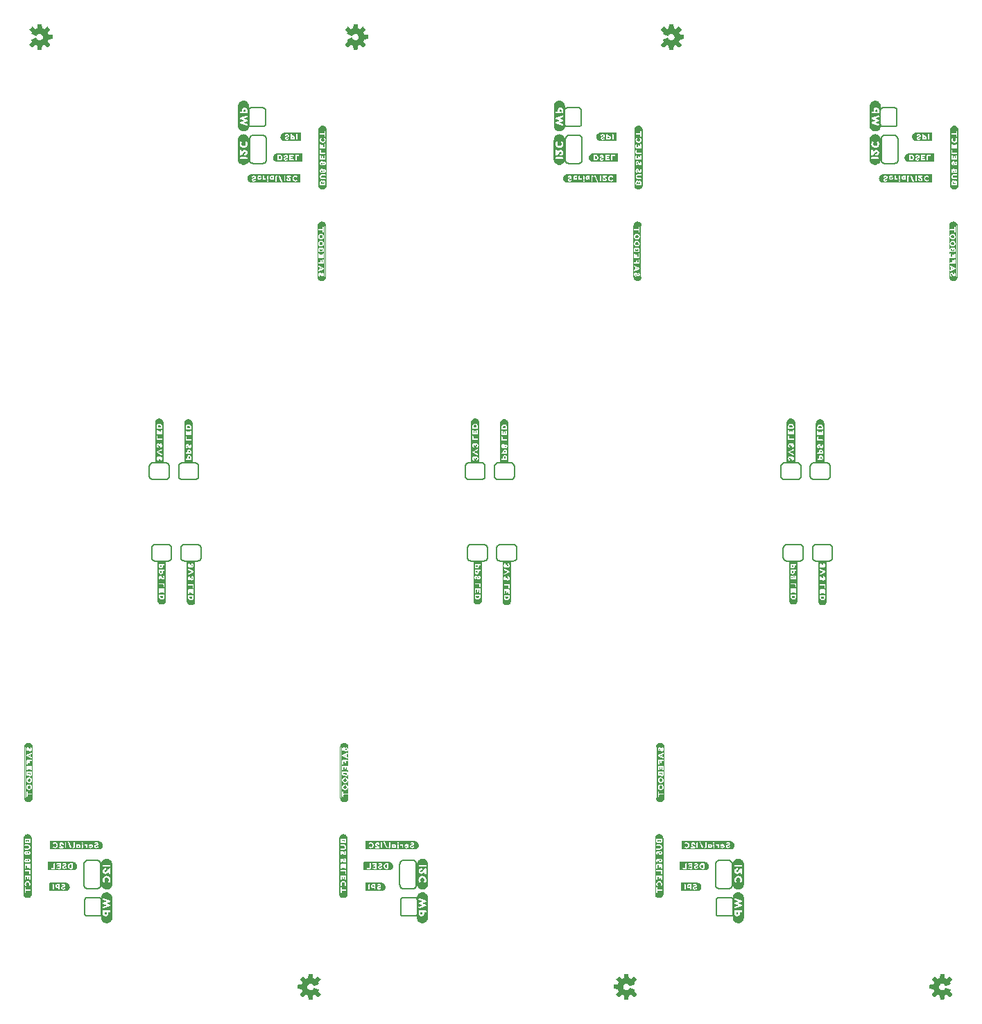
<source format=gbo>
G04 EAGLE Gerber RS-274X export*
G75*
%MOMM*%
%FSLAX34Y34*%
%LPD*%
%INSilkscreen Bottom*%
%IPPOS*%
%AMOC8*
5,1,8,0,0,1.08239X$1,22.5*%
G01*
%ADD10C,0.203200*%
%ADD11C,0.152400*%

G36*
X1141981Y1074587D02*
X1141981Y1074587D01*
X1142476Y1074587D01*
X1142487Y1074595D01*
X1142494Y1074590D01*
X1142990Y1074789D01*
X1143486Y1074888D01*
X1143496Y1074899D01*
X1143506Y1074897D01*
X1143900Y1075193D01*
X1144394Y1075390D01*
X1144399Y1075398D01*
X1144406Y1075397D01*
X1144806Y1075697D01*
X1144808Y1075706D01*
X1144815Y1075706D01*
X1145113Y1076104D01*
X1145511Y1076501D01*
X1145512Y1076506D01*
X1145515Y1076506D01*
X1145815Y1076906D01*
X1145815Y1076913D01*
X1145820Y1076914D01*
X1146020Y1077314D01*
X1146019Y1077317D01*
X1146022Y1077318D01*
X1146422Y1078318D01*
X1146420Y1078323D01*
X1146424Y1078324D01*
X1146524Y1078724D01*
X1146523Y1078727D01*
X1146525Y1078728D01*
X1146625Y1079328D01*
X1146622Y1079333D01*
X1146625Y1079336D01*
X1146625Y1147736D01*
X1146621Y1147742D01*
X1146624Y1147746D01*
X1146324Y1149246D01*
X1146317Y1149252D01*
X1146320Y1149258D01*
X1146120Y1149658D01*
X1146117Y1149659D01*
X1146118Y1149661D01*
X1145818Y1150161D01*
X1145815Y1150163D01*
X1145815Y1150166D01*
X1145215Y1150966D01*
X1145206Y1150968D01*
X1145206Y1150975D01*
X1144006Y1151875D01*
X1143996Y1151875D01*
X1143994Y1151882D01*
X1143496Y1152081D01*
X1143098Y1152280D01*
X1143089Y1152278D01*
X1143086Y1152284D01*
X1141586Y1152584D01*
X1141573Y1152578D01*
X1141566Y1152584D01*
X1141071Y1152485D01*
X1140576Y1152485D01*
X1140570Y1152481D01*
X1140566Y1152484D01*
X1140066Y1152384D01*
X1140062Y1152379D01*
X1140058Y1152382D01*
X1139058Y1151982D01*
X1139053Y1151974D01*
X1139046Y1151975D01*
X1137846Y1151075D01*
X1137844Y1151066D01*
X1137837Y1151066D01*
X1136937Y1149866D01*
X1136937Y1149857D01*
X1136935Y1149856D01*
X1136930Y1149854D01*
X1136530Y1148854D01*
X1136532Y1148848D01*
X1136528Y1148846D01*
X1136328Y1147846D01*
X1136331Y1147839D01*
X1136327Y1147836D01*
X1136327Y1079336D01*
X1136331Y1079330D01*
X1136328Y1079326D01*
X1136528Y1078326D01*
X1136533Y1078322D01*
X1136530Y1078318D01*
X1136930Y1077318D01*
X1136933Y1077316D01*
X1136932Y1077314D01*
X1137132Y1076914D01*
X1137138Y1076911D01*
X1137137Y1076906D01*
X1137437Y1076506D01*
X1137442Y1076505D01*
X1137441Y1076501D01*
X1137839Y1076104D01*
X1138137Y1075706D01*
X1138146Y1075704D01*
X1138146Y1075697D01*
X1138546Y1075397D01*
X1138556Y1075397D01*
X1138558Y1075390D01*
X1139052Y1075193D01*
X1139446Y1074897D01*
X1139462Y1074897D01*
X1139466Y1074888D01*
X1139962Y1074789D01*
X1140458Y1074590D01*
X1140471Y1074594D01*
X1140476Y1074587D01*
X1140971Y1074587D01*
X1141466Y1074488D01*
X1141479Y1074494D01*
X1141486Y1074488D01*
X1141981Y1074587D01*
G37*
G36*
X756409Y1074587D02*
X756409Y1074587D01*
X756904Y1074587D01*
X756915Y1074595D01*
X756922Y1074590D01*
X757418Y1074789D01*
X757914Y1074888D01*
X757924Y1074899D01*
X757934Y1074897D01*
X758328Y1075193D01*
X758822Y1075390D01*
X758827Y1075398D01*
X758834Y1075397D01*
X759234Y1075697D01*
X759236Y1075706D01*
X759243Y1075706D01*
X759541Y1076104D01*
X759939Y1076501D01*
X759940Y1076506D01*
X759943Y1076506D01*
X760243Y1076906D01*
X760243Y1076913D01*
X760248Y1076914D01*
X760448Y1077314D01*
X760447Y1077317D01*
X760450Y1077318D01*
X760850Y1078318D01*
X760848Y1078323D01*
X760852Y1078324D01*
X760952Y1078724D01*
X760951Y1078727D01*
X760953Y1078728D01*
X761053Y1079328D01*
X761050Y1079333D01*
X761053Y1079336D01*
X761053Y1147736D01*
X761049Y1147742D01*
X761052Y1147746D01*
X760752Y1149246D01*
X760745Y1149252D01*
X760748Y1149258D01*
X760548Y1149658D01*
X760545Y1149659D01*
X760546Y1149661D01*
X760246Y1150161D01*
X760243Y1150163D01*
X760243Y1150166D01*
X759643Y1150966D01*
X759634Y1150968D01*
X759634Y1150975D01*
X758434Y1151875D01*
X758424Y1151875D01*
X758422Y1151882D01*
X757924Y1152081D01*
X757526Y1152280D01*
X757517Y1152278D01*
X757514Y1152284D01*
X756014Y1152584D01*
X756001Y1152578D01*
X755994Y1152584D01*
X755499Y1152485D01*
X755004Y1152485D01*
X754998Y1152481D01*
X754994Y1152484D01*
X754494Y1152384D01*
X754490Y1152379D01*
X754486Y1152382D01*
X753486Y1151982D01*
X753481Y1151974D01*
X753474Y1151975D01*
X752274Y1151075D01*
X752272Y1151066D01*
X752265Y1151066D01*
X751365Y1149866D01*
X751365Y1149857D01*
X751363Y1149856D01*
X751358Y1149854D01*
X750958Y1148854D01*
X750960Y1148848D01*
X750956Y1148846D01*
X750756Y1147846D01*
X750759Y1147839D01*
X750755Y1147836D01*
X750755Y1079336D01*
X750759Y1079330D01*
X750756Y1079326D01*
X750956Y1078326D01*
X750961Y1078322D01*
X750958Y1078318D01*
X751358Y1077318D01*
X751361Y1077316D01*
X751360Y1077314D01*
X751560Y1076914D01*
X751566Y1076911D01*
X751565Y1076906D01*
X751865Y1076506D01*
X751870Y1076505D01*
X751869Y1076501D01*
X752267Y1076104D01*
X752565Y1075706D01*
X752574Y1075704D01*
X752574Y1075697D01*
X752974Y1075397D01*
X752984Y1075397D01*
X752986Y1075390D01*
X753480Y1075193D01*
X753874Y1074897D01*
X753890Y1074897D01*
X753894Y1074888D01*
X754390Y1074789D01*
X754886Y1074590D01*
X754899Y1074594D01*
X754904Y1074587D01*
X755399Y1074587D01*
X755894Y1074488D01*
X755907Y1074494D01*
X755914Y1074488D01*
X756409Y1074587D01*
G37*
G36*
X370837Y1074587D02*
X370837Y1074587D01*
X371332Y1074587D01*
X371343Y1074595D01*
X371350Y1074590D01*
X371846Y1074789D01*
X372342Y1074888D01*
X372352Y1074899D01*
X372362Y1074897D01*
X372756Y1075193D01*
X373250Y1075390D01*
X373255Y1075398D01*
X373262Y1075397D01*
X373662Y1075697D01*
X373664Y1075706D01*
X373671Y1075706D01*
X373969Y1076104D01*
X374367Y1076501D01*
X374368Y1076506D01*
X374371Y1076506D01*
X374671Y1076906D01*
X374671Y1076913D01*
X374676Y1076914D01*
X374876Y1077314D01*
X374875Y1077317D01*
X374878Y1077318D01*
X375278Y1078318D01*
X375276Y1078323D01*
X375280Y1078324D01*
X375380Y1078724D01*
X375379Y1078727D01*
X375381Y1078728D01*
X375481Y1079328D01*
X375478Y1079333D01*
X375481Y1079336D01*
X375481Y1147736D01*
X375477Y1147742D01*
X375480Y1147746D01*
X375180Y1149246D01*
X375173Y1149252D01*
X375176Y1149258D01*
X374976Y1149658D01*
X374973Y1149659D01*
X374974Y1149661D01*
X374674Y1150161D01*
X374671Y1150163D01*
X374671Y1150166D01*
X374071Y1150966D01*
X374062Y1150968D01*
X374062Y1150975D01*
X372862Y1151875D01*
X372852Y1151875D01*
X372850Y1151882D01*
X372352Y1152081D01*
X371954Y1152280D01*
X371945Y1152278D01*
X371942Y1152284D01*
X370442Y1152584D01*
X370429Y1152578D01*
X370422Y1152584D01*
X369927Y1152485D01*
X369432Y1152485D01*
X369426Y1152481D01*
X369422Y1152484D01*
X368922Y1152384D01*
X368918Y1152379D01*
X368914Y1152382D01*
X367914Y1151982D01*
X367909Y1151974D01*
X367902Y1151975D01*
X366702Y1151075D01*
X366700Y1151066D01*
X366693Y1151066D01*
X365793Y1149866D01*
X365793Y1149857D01*
X365791Y1149856D01*
X365786Y1149854D01*
X365386Y1148854D01*
X365388Y1148848D01*
X365384Y1148846D01*
X365184Y1147846D01*
X365187Y1147839D01*
X365183Y1147836D01*
X365183Y1079336D01*
X365187Y1079330D01*
X365184Y1079326D01*
X365384Y1078326D01*
X365389Y1078322D01*
X365386Y1078318D01*
X365786Y1077318D01*
X365789Y1077316D01*
X365788Y1077314D01*
X365988Y1076914D01*
X365994Y1076911D01*
X365993Y1076906D01*
X366293Y1076506D01*
X366298Y1076505D01*
X366297Y1076501D01*
X366695Y1076104D01*
X366993Y1075706D01*
X367002Y1075704D01*
X367002Y1075697D01*
X367402Y1075397D01*
X367412Y1075397D01*
X367414Y1075390D01*
X367908Y1075193D01*
X368302Y1074897D01*
X368318Y1074897D01*
X368322Y1074888D01*
X368818Y1074789D01*
X369314Y1074590D01*
X369327Y1074594D01*
X369332Y1074587D01*
X369827Y1074587D01*
X370322Y1074488D01*
X370335Y1074494D01*
X370342Y1074488D01*
X370837Y1074587D01*
G37*
G36*
X396137Y209971D02*
X396137Y209971D01*
X396632Y209971D01*
X396638Y209975D01*
X396642Y209972D01*
X397142Y210072D01*
X397146Y210077D01*
X397150Y210074D01*
X398150Y210474D01*
X398155Y210482D01*
X398162Y210481D01*
X399362Y211381D01*
X399364Y211390D01*
X399371Y211390D01*
X400271Y212590D01*
X400271Y212600D01*
X400278Y212602D01*
X400678Y213602D01*
X400676Y213608D01*
X400680Y213610D01*
X400880Y214610D01*
X400877Y214617D01*
X400881Y214620D01*
X400881Y283120D01*
X400877Y283126D01*
X400880Y283130D01*
X400680Y284130D01*
X400675Y284134D01*
X400678Y284138D01*
X400278Y285138D01*
X400275Y285140D01*
X400276Y285142D01*
X400076Y285542D01*
X400070Y285545D01*
X400071Y285550D01*
X399771Y285950D01*
X399766Y285951D01*
X399767Y285955D01*
X399369Y286352D01*
X399071Y286750D01*
X399062Y286752D01*
X399062Y286759D01*
X398662Y287059D01*
X398652Y287059D01*
X398650Y287066D01*
X398156Y287263D01*
X397762Y287559D01*
X397746Y287559D01*
X397742Y287568D01*
X397246Y287667D01*
X396750Y287866D01*
X396737Y287862D01*
X396732Y287869D01*
X396237Y287869D01*
X395742Y287968D01*
X395729Y287962D01*
X395722Y287968D01*
X395227Y287869D01*
X394732Y287869D01*
X394721Y287861D01*
X394714Y287866D01*
X394218Y287667D01*
X393722Y287568D01*
X393712Y287557D01*
X393702Y287559D01*
X393308Y287263D01*
X392814Y287066D01*
X392809Y287058D01*
X392802Y287059D01*
X392402Y286759D01*
X392400Y286750D01*
X392393Y286750D01*
X392095Y286352D01*
X391697Y285955D01*
X391696Y285950D01*
X391693Y285950D01*
X391393Y285550D01*
X391393Y285543D01*
X391388Y285542D01*
X391188Y285142D01*
X391188Y285139D01*
X391186Y285138D01*
X390786Y284138D01*
X390788Y284133D01*
X390784Y284132D01*
X390684Y283732D01*
X390685Y283729D01*
X390683Y283728D01*
X390583Y283128D01*
X390586Y283123D01*
X390583Y283120D01*
X390583Y214720D01*
X390587Y214714D01*
X390584Y214710D01*
X390884Y213210D01*
X390891Y213204D01*
X390888Y213198D01*
X391088Y212798D01*
X391091Y212797D01*
X391090Y212795D01*
X391390Y212295D01*
X391393Y212293D01*
X391393Y212290D01*
X391993Y211490D01*
X392002Y211488D01*
X392002Y211481D01*
X393202Y210581D01*
X393212Y210581D01*
X393214Y210574D01*
X393712Y210375D01*
X394110Y210176D01*
X394119Y210178D01*
X394122Y210172D01*
X395622Y209872D01*
X395635Y209878D01*
X395642Y209872D01*
X396137Y209971D01*
G37*
G36*
X10565Y209971D02*
X10565Y209971D01*
X11060Y209971D01*
X11066Y209975D01*
X11070Y209972D01*
X11570Y210072D01*
X11574Y210077D01*
X11578Y210074D01*
X12578Y210474D01*
X12583Y210482D01*
X12590Y210481D01*
X13790Y211381D01*
X13792Y211390D01*
X13799Y211390D01*
X14699Y212590D01*
X14699Y212600D01*
X14706Y212602D01*
X15106Y213602D01*
X15104Y213608D01*
X15108Y213610D01*
X15308Y214610D01*
X15305Y214617D01*
X15309Y214620D01*
X15309Y283120D01*
X15305Y283126D01*
X15308Y283130D01*
X15108Y284130D01*
X15103Y284134D01*
X15106Y284138D01*
X14706Y285138D01*
X14703Y285140D01*
X14704Y285142D01*
X14504Y285542D01*
X14498Y285545D01*
X14499Y285550D01*
X14199Y285950D01*
X14194Y285951D01*
X14195Y285955D01*
X13797Y286352D01*
X13499Y286750D01*
X13490Y286752D01*
X13490Y286759D01*
X13090Y287059D01*
X13080Y287059D01*
X13078Y287066D01*
X12584Y287263D01*
X12190Y287559D01*
X12174Y287559D01*
X12170Y287568D01*
X11674Y287667D01*
X11178Y287866D01*
X11165Y287862D01*
X11160Y287869D01*
X10665Y287869D01*
X10170Y287968D01*
X10157Y287962D01*
X10150Y287968D01*
X9655Y287869D01*
X9160Y287869D01*
X9149Y287861D01*
X9142Y287866D01*
X8646Y287667D01*
X8150Y287568D01*
X8140Y287557D01*
X8130Y287559D01*
X7736Y287263D01*
X7242Y287066D01*
X7237Y287058D01*
X7230Y287059D01*
X6830Y286759D01*
X6828Y286750D01*
X6821Y286750D01*
X6523Y286352D01*
X6125Y285955D01*
X6124Y285950D01*
X6121Y285950D01*
X5821Y285550D01*
X5821Y285543D01*
X5816Y285542D01*
X5616Y285142D01*
X5616Y285139D01*
X5614Y285138D01*
X5214Y284138D01*
X5216Y284133D01*
X5212Y284132D01*
X5112Y283732D01*
X5113Y283729D01*
X5111Y283728D01*
X5011Y283128D01*
X5014Y283123D01*
X5011Y283120D01*
X5011Y214720D01*
X5015Y214714D01*
X5012Y214710D01*
X5312Y213210D01*
X5319Y213204D01*
X5316Y213198D01*
X5516Y212798D01*
X5519Y212797D01*
X5518Y212795D01*
X5818Y212295D01*
X5821Y212293D01*
X5821Y212290D01*
X6421Y211490D01*
X6430Y211488D01*
X6430Y211481D01*
X7630Y210581D01*
X7640Y210581D01*
X7642Y210574D01*
X8140Y210375D01*
X8538Y210176D01*
X8547Y210178D01*
X8550Y210172D01*
X10050Y209872D01*
X10063Y209878D01*
X10070Y209872D01*
X10565Y209971D01*
G37*
G36*
X781709Y209971D02*
X781709Y209971D01*
X782204Y209971D01*
X782210Y209975D01*
X782214Y209972D01*
X782714Y210072D01*
X782718Y210077D01*
X782722Y210074D01*
X783722Y210474D01*
X783727Y210482D01*
X783734Y210481D01*
X784934Y211381D01*
X784936Y211390D01*
X784943Y211390D01*
X785843Y212590D01*
X785843Y212600D01*
X785850Y212602D01*
X786250Y213602D01*
X786248Y213608D01*
X786252Y213610D01*
X786452Y214610D01*
X786449Y214617D01*
X786453Y214620D01*
X786453Y283120D01*
X786449Y283126D01*
X786452Y283130D01*
X786252Y284130D01*
X786247Y284134D01*
X786250Y284138D01*
X785850Y285138D01*
X785847Y285140D01*
X785848Y285142D01*
X785648Y285542D01*
X785642Y285545D01*
X785643Y285550D01*
X785343Y285950D01*
X785338Y285951D01*
X785339Y285955D01*
X784941Y286352D01*
X784643Y286750D01*
X784634Y286752D01*
X784634Y286759D01*
X784234Y287059D01*
X784224Y287059D01*
X784222Y287066D01*
X783728Y287263D01*
X783334Y287559D01*
X783318Y287559D01*
X783314Y287568D01*
X782818Y287667D01*
X782322Y287866D01*
X782309Y287862D01*
X782304Y287869D01*
X781809Y287869D01*
X781314Y287968D01*
X781301Y287962D01*
X781294Y287968D01*
X780799Y287869D01*
X780304Y287869D01*
X780293Y287861D01*
X780286Y287866D01*
X779790Y287667D01*
X779294Y287568D01*
X779284Y287557D01*
X779274Y287559D01*
X778880Y287263D01*
X778386Y287066D01*
X778381Y287058D01*
X778374Y287059D01*
X777974Y286759D01*
X777972Y286750D01*
X777965Y286750D01*
X777667Y286352D01*
X777269Y285955D01*
X777268Y285950D01*
X777265Y285950D01*
X776965Y285550D01*
X776965Y285543D01*
X776960Y285542D01*
X776760Y285142D01*
X776760Y285139D01*
X776758Y285138D01*
X776358Y284138D01*
X776360Y284133D01*
X776356Y284132D01*
X776256Y283732D01*
X776257Y283729D01*
X776255Y283728D01*
X776155Y283128D01*
X776158Y283123D01*
X776155Y283120D01*
X776155Y214720D01*
X776159Y214714D01*
X776156Y214710D01*
X776456Y213210D01*
X776463Y213204D01*
X776460Y213198D01*
X776660Y212798D01*
X776663Y212797D01*
X776662Y212795D01*
X776962Y212295D01*
X776965Y212293D01*
X776965Y212290D01*
X777565Y211490D01*
X777574Y211488D01*
X777574Y211481D01*
X778774Y210581D01*
X778784Y210581D01*
X778786Y210574D01*
X779284Y210375D01*
X779682Y210176D01*
X779691Y210178D01*
X779694Y210172D01*
X781194Y209872D01*
X781207Y209878D01*
X781214Y209872D01*
X781709Y209971D01*
G37*
G36*
X782726Y326975D02*
X782726Y326975D01*
X782730Y326972D01*
X784230Y327272D01*
X784236Y327279D01*
X784242Y327276D01*
X784642Y327476D01*
X784643Y327479D01*
X784645Y327478D01*
X785145Y327778D01*
X785147Y327781D01*
X785150Y327781D01*
X785950Y328381D01*
X785952Y328390D01*
X785959Y328390D01*
X786859Y329590D01*
X786859Y329600D01*
X786866Y329602D01*
X787266Y330602D01*
X787264Y330608D01*
X787268Y330610D01*
X787468Y331610D01*
X787465Y331617D01*
X787469Y331620D01*
X787469Y394620D01*
X787465Y394626D01*
X787468Y394630D01*
X787168Y396130D01*
X787161Y396136D01*
X787164Y396142D01*
X786964Y396542D01*
X786961Y396543D01*
X786962Y396545D01*
X786663Y397043D01*
X786464Y397442D01*
X786454Y397447D01*
X786455Y397455D01*
X785355Y398555D01*
X785341Y398557D01*
X785338Y398566D01*
X784844Y398763D01*
X784450Y399059D01*
X784440Y399059D01*
X784438Y399066D01*
X783938Y399266D01*
X783932Y399264D01*
X783930Y399268D01*
X782930Y399468D01*
X782927Y399467D01*
X782922Y399467D01*
X782920Y399469D01*
X781920Y399469D01*
X781917Y399467D01*
X781912Y399467D01*
X781910Y399468D01*
X780410Y399168D01*
X780404Y399161D01*
X780398Y399164D01*
X779998Y398964D01*
X779997Y398961D01*
X779995Y398962D01*
X779495Y398662D01*
X779493Y398659D01*
X779490Y398659D01*
X778690Y398059D01*
X778688Y398050D01*
X778681Y398050D01*
X778081Y397250D01*
X778081Y397246D01*
X778078Y397245D01*
X777778Y396745D01*
X777778Y396742D01*
X777776Y396742D01*
X777576Y396342D01*
X777577Y396339D01*
X777574Y396338D01*
X777374Y395838D01*
X777375Y395837D01*
X777373Y395836D01*
X777376Y395832D01*
X777372Y395830D01*
X777172Y394830D01*
X777175Y394823D01*
X777171Y394820D01*
X777171Y394420D01*
X777207Y394373D01*
X777209Y394374D01*
X777210Y394372D01*
X777223Y394369D01*
X777220Y394369D01*
X777173Y394333D01*
X777178Y394326D01*
X777171Y394320D01*
X777171Y331820D01*
X777175Y331814D01*
X777172Y331810D01*
X777472Y330310D01*
X777479Y330304D01*
X777476Y330298D01*
X777676Y329898D01*
X777679Y329897D01*
X777678Y329895D01*
X777977Y329397D01*
X778176Y328998D01*
X778186Y328993D01*
X778185Y328985D01*
X779285Y327885D01*
X779297Y327884D01*
X779298Y327876D01*
X779697Y327677D01*
X780195Y327378D01*
X780201Y327378D01*
X780202Y327374D01*
X780702Y327174D01*
X780708Y327176D01*
X780710Y327172D01*
X781710Y326972D01*
X781717Y326975D01*
X781720Y326971D01*
X782720Y326971D01*
X782726Y326975D01*
G37*
G36*
X369722Y962991D02*
X369722Y962991D01*
X369726Y962988D01*
X371226Y963288D01*
X371232Y963295D01*
X371238Y963292D01*
X371638Y963492D01*
X371639Y963495D01*
X371641Y963494D01*
X372141Y963794D01*
X372143Y963797D01*
X372146Y963797D01*
X372946Y964397D01*
X372948Y964406D01*
X372955Y964406D01*
X373555Y965206D01*
X373555Y965210D01*
X373558Y965211D01*
X373858Y965711D01*
X373858Y965714D01*
X373860Y965714D01*
X374060Y966114D01*
X374059Y966117D01*
X374062Y966118D01*
X374262Y966618D01*
X374260Y966624D01*
X374264Y966626D01*
X374464Y967626D01*
X374461Y967633D01*
X374465Y967636D01*
X374465Y968036D01*
X374429Y968083D01*
X374427Y968082D01*
X374426Y968084D01*
X374413Y968087D01*
X374416Y968087D01*
X374463Y968123D01*
X374458Y968130D01*
X374465Y968136D01*
X374465Y1030636D01*
X374461Y1030642D01*
X374464Y1030646D01*
X374164Y1032146D01*
X374157Y1032152D01*
X374160Y1032158D01*
X373960Y1032558D01*
X373957Y1032559D01*
X373958Y1032561D01*
X373659Y1033059D01*
X373460Y1033458D01*
X373450Y1033463D01*
X373451Y1033471D01*
X372351Y1034571D01*
X372339Y1034572D01*
X372338Y1034580D01*
X371939Y1034779D01*
X371441Y1035078D01*
X371435Y1035078D01*
X371434Y1035082D01*
X370934Y1035282D01*
X370928Y1035280D01*
X370926Y1035284D01*
X369926Y1035484D01*
X369923Y1035483D01*
X369918Y1035483D01*
X369916Y1035485D01*
X368916Y1035485D01*
X368913Y1035483D01*
X368908Y1035483D01*
X368906Y1035484D01*
X367406Y1035184D01*
X367400Y1035177D01*
X367394Y1035180D01*
X366994Y1034980D01*
X366993Y1034977D01*
X366991Y1034978D01*
X366491Y1034678D01*
X366489Y1034675D01*
X366486Y1034675D01*
X365686Y1034075D01*
X365684Y1034066D01*
X365677Y1034066D01*
X364777Y1032866D01*
X364777Y1032856D01*
X364770Y1032854D01*
X364370Y1031854D01*
X364371Y1031853D01*
X364369Y1031852D01*
X364372Y1031848D01*
X364368Y1031846D01*
X364168Y1030846D01*
X364171Y1030839D01*
X364167Y1030836D01*
X364167Y967836D01*
X364171Y967830D01*
X364168Y967826D01*
X364468Y966326D01*
X364475Y966320D01*
X364472Y966314D01*
X364672Y965914D01*
X364675Y965913D01*
X364674Y965911D01*
X364973Y965413D01*
X365172Y965014D01*
X365182Y965009D01*
X365181Y965001D01*
X366281Y963901D01*
X366295Y963899D01*
X366298Y963890D01*
X366792Y963693D01*
X367186Y963397D01*
X367196Y963397D01*
X367198Y963390D01*
X367698Y963190D01*
X367704Y963192D01*
X367706Y963188D01*
X368706Y962988D01*
X368713Y962991D01*
X368716Y962987D01*
X369716Y962987D01*
X369722Y962991D01*
G37*
G36*
X397154Y326975D02*
X397154Y326975D01*
X397158Y326972D01*
X398658Y327272D01*
X398664Y327279D01*
X398670Y327276D01*
X399070Y327476D01*
X399071Y327479D01*
X399073Y327478D01*
X399573Y327778D01*
X399575Y327781D01*
X399578Y327781D01*
X400378Y328381D01*
X400380Y328390D01*
X400387Y328390D01*
X401287Y329590D01*
X401287Y329600D01*
X401294Y329602D01*
X401694Y330602D01*
X401692Y330608D01*
X401696Y330610D01*
X401896Y331610D01*
X401893Y331617D01*
X401897Y331620D01*
X401897Y394620D01*
X401893Y394626D01*
X401896Y394630D01*
X401596Y396130D01*
X401589Y396136D01*
X401592Y396142D01*
X401392Y396542D01*
X401389Y396543D01*
X401390Y396545D01*
X401091Y397043D01*
X400892Y397442D01*
X400882Y397447D01*
X400883Y397455D01*
X399783Y398555D01*
X399769Y398557D01*
X399766Y398566D01*
X399272Y398763D01*
X398878Y399059D01*
X398868Y399059D01*
X398866Y399066D01*
X398366Y399266D01*
X398360Y399264D01*
X398358Y399268D01*
X397358Y399468D01*
X397355Y399467D01*
X397350Y399467D01*
X397348Y399469D01*
X396348Y399469D01*
X396345Y399467D01*
X396340Y399467D01*
X396338Y399468D01*
X394838Y399168D01*
X394832Y399161D01*
X394826Y399164D01*
X394426Y398964D01*
X394425Y398961D01*
X394423Y398962D01*
X393923Y398662D01*
X393921Y398659D01*
X393918Y398659D01*
X393118Y398059D01*
X393116Y398050D01*
X393109Y398050D01*
X392509Y397250D01*
X392509Y397246D01*
X392506Y397245D01*
X392206Y396745D01*
X392206Y396742D01*
X392204Y396742D01*
X392004Y396342D01*
X392005Y396339D01*
X392002Y396338D01*
X391802Y395838D01*
X391803Y395837D01*
X391801Y395836D01*
X391804Y395832D01*
X391800Y395830D01*
X391600Y394830D01*
X391603Y394823D01*
X391599Y394820D01*
X391599Y394420D01*
X391635Y394373D01*
X391637Y394374D01*
X391638Y394372D01*
X391651Y394369D01*
X391648Y394369D01*
X391601Y394333D01*
X391606Y394326D01*
X391599Y394320D01*
X391599Y331820D01*
X391603Y331814D01*
X391600Y331810D01*
X391900Y330310D01*
X391907Y330304D01*
X391904Y330298D01*
X392104Y329898D01*
X392107Y329897D01*
X392106Y329895D01*
X392405Y329397D01*
X392604Y328998D01*
X392614Y328993D01*
X392613Y328985D01*
X393713Y327885D01*
X393725Y327884D01*
X393726Y327876D01*
X394125Y327677D01*
X394623Y327378D01*
X394629Y327378D01*
X394630Y327374D01*
X395130Y327174D01*
X395136Y327176D01*
X395138Y327172D01*
X396138Y326972D01*
X396145Y326975D01*
X396148Y326971D01*
X397148Y326971D01*
X397154Y326975D01*
G37*
G36*
X11582Y326975D02*
X11582Y326975D01*
X11586Y326972D01*
X13086Y327272D01*
X13092Y327279D01*
X13098Y327276D01*
X13498Y327476D01*
X13499Y327479D01*
X13501Y327478D01*
X14001Y327778D01*
X14003Y327781D01*
X14006Y327781D01*
X14806Y328381D01*
X14808Y328390D01*
X14815Y328390D01*
X15715Y329590D01*
X15715Y329600D01*
X15722Y329602D01*
X16122Y330602D01*
X16120Y330608D01*
X16124Y330610D01*
X16324Y331610D01*
X16321Y331617D01*
X16325Y331620D01*
X16325Y394620D01*
X16321Y394626D01*
X16324Y394630D01*
X16024Y396130D01*
X16017Y396136D01*
X16020Y396142D01*
X15820Y396542D01*
X15817Y396543D01*
X15818Y396545D01*
X15519Y397043D01*
X15320Y397442D01*
X15310Y397447D01*
X15311Y397455D01*
X14211Y398555D01*
X14197Y398557D01*
X14194Y398566D01*
X13700Y398763D01*
X13306Y399059D01*
X13296Y399059D01*
X13294Y399066D01*
X12794Y399266D01*
X12788Y399264D01*
X12786Y399268D01*
X11786Y399468D01*
X11783Y399467D01*
X11778Y399467D01*
X11776Y399469D01*
X10776Y399469D01*
X10773Y399467D01*
X10768Y399467D01*
X10766Y399468D01*
X9266Y399168D01*
X9260Y399161D01*
X9254Y399164D01*
X8854Y398964D01*
X8853Y398961D01*
X8851Y398962D01*
X8351Y398662D01*
X8349Y398659D01*
X8346Y398659D01*
X7546Y398059D01*
X7544Y398050D01*
X7537Y398050D01*
X6937Y397250D01*
X6937Y397246D01*
X6934Y397245D01*
X6634Y396745D01*
X6634Y396742D01*
X6632Y396742D01*
X6432Y396342D01*
X6433Y396339D01*
X6430Y396338D01*
X6230Y395838D01*
X6231Y395837D01*
X6229Y395836D01*
X6232Y395832D01*
X6228Y395830D01*
X6028Y394830D01*
X6031Y394823D01*
X6027Y394820D01*
X6027Y394420D01*
X6063Y394373D01*
X6065Y394374D01*
X6066Y394372D01*
X6079Y394369D01*
X6076Y394369D01*
X6029Y394333D01*
X6034Y394326D01*
X6027Y394320D01*
X6027Y331820D01*
X6031Y331814D01*
X6028Y331810D01*
X6328Y330310D01*
X6335Y330304D01*
X6332Y330298D01*
X6532Y329898D01*
X6535Y329897D01*
X6534Y329895D01*
X6833Y329397D01*
X7032Y328998D01*
X7042Y328993D01*
X7041Y328985D01*
X8141Y327885D01*
X8153Y327884D01*
X8154Y327876D01*
X8553Y327677D01*
X9051Y327378D01*
X9057Y327378D01*
X9058Y327374D01*
X9558Y327174D01*
X9564Y327176D01*
X9566Y327172D01*
X10566Y326972D01*
X10573Y326975D01*
X10576Y326971D01*
X11576Y326971D01*
X11582Y326975D01*
G37*
G36*
X1140866Y962991D02*
X1140866Y962991D01*
X1140870Y962988D01*
X1142370Y963288D01*
X1142376Y963295D01*
X1142382Y963292D01*
X1142782Y963492D01*
X1142783Y963495D01*
X1142785Y963494D01*
X1143285Y963794D01*
X1143287Y963797D01*
X1143290Y963797D01*
X1144090Y964397D01*
X1144092Y964406D01*
X1144099Y964406D01*
X1144699Y965206D01*
X1144699Y965210D01*
X1144702Y965211D01*
X1145002Y965711D01*
X1145002Y965714D01*
X1145004Y965714D01*
X1145204Y966114D01*
X1145203Y966117D01*
X1145206Y966118D01*
X1145406Y966618D01*
X1145404Y966624D01*
X1145408Y966626D01*
X1145608Y967626D01*
X1145605Y967633D01*
X1145609Y967636D01*
X1145609Y968036D01*
X1145573Y968083D01*
X1145571Y968082D01*
X1145570Y968084D01*
X1145557Y968087D01*
X1145560Y968087D01*
X1145607Y968123D01*
X1145602Y968130D01*
X1145609Y968136D01*
X1145609Y1030636D01*
X1145605Y1030642D01*
X1145608Y1030646D01*
X1145308Y1032146D01*
X1145301Y1032152D01*
X1145304Y1032158D01*
X1145104Y1032558D01*
X1145101Y1032559D01*
X1145102Y1032561D01*
X1144803Y1033059D01*
X1144604Y1033458D01*
X1144594Y1033463D01*
X1144595Y1033471D01*
X1143495Y1034571D01*
X1143483Y1034572D01*
X1143482Y1034580D01*
X1143083Y1034779D01*
X1142585Y1035078D01*
X1142579Y1035078D01*
X1142578Y1035082D01*
X1142078Y1035282D01*
X1142072Y1035280D01*
X1142070Y1035284D01*
X1141070Y1035484D01*
X1141067Y1035483D01*
X1141062Y1035483D01*
X1141060Y1035485D01*
X1140060Y1035485D01*
X1140057Y1035483D01*
X1140052Y1035483D01*
X1140050Y1035484D01*
X1138550Y1035184D01*
X1138544Y1035177D01*
X1138538Y1035180D01*
X1138138Y1034980D01*
X1138137Y1034977D01*
X1138135Y1034978D01*
X1137635Y1034678D01*
X1137633Y1034675D01*
X1137630Y1034675D01*
X1136830Y1034075D01*
X1136828Y1034066D01*
X1136821Y1034066D01*
X1135921Y1032866D01*
X1135921Y1032856D01*
X1135914Y1032854D01*
X1135514Y1031854D01*
X1135515Y1031853D01*
X1135513Y1031852D01*
X1135516Y1031848D01*
X1135512Y1031846D01*
X1135312Y1030846D01*
X1135315Y1030839D01*
X1135311Y1030836D01*
X1135311Y967836D01*
X1135315Y967830D01*
X1135312Y967826D01*
X1135612Y966326D01*
X1135619Y966320D01*
X1135616Y966314D01*
X1135816Y965914D01*
X1135819Y965913D01*
X1135818Y965911D01*
X1136117Y965413D01*
X1136316Y965014D01*
X1136326Y965009D01*
X1136325Y965001D01*
X1137425Y963901D01*
X1137439Y963899D01*
X1137442Y963890D01*
X1137936Y963693D01*
X1138330Y963397D01*
X1138340Y963397D01*
X1138342Y963390D01*
X1138842Y963190D01*
X1138848Y963192D01*
X1138850Y963188D01*
X1139850Y962988D01*
X1139857Y962991D01*
X1139860Y962987D01*
X1140860Y962987D01*
X1140866Y962991D01*
G37*
G36*
X755294Y962991D02*
X755294Y962991D01*
X755298Y962988D01*
X756798Y963288D01*
X756804Y963295D01*
X756810Y963292D01*
X757210Y963492D01*
X757211Y963495D01*
X757213Y963494D01*
X757713Y963794D01*
X757715Y963797D01*
X757718Y963797D01*
X758518Y964397D01*
X758520Y964406D01*
X758527Y964406D01*
X759127Y965206D01*
X759127Y965210D01*
X759130Y965211D01*
X759430Y965711D01*
X759430Y965714D01*
X759432Y965714D01*
X759632Y966114D01*
X759631Y966117D01*
X759634Y966118D01*
X759834Y966618D01*
X759832Y966624D01*
X759836Y966626D01*
X760036Y967626D01*
X760033Y967633D01*
X760037Y967636D01*
X760037Y968036D01*
X760001Y968083D01*
X759999Y968082D01*
X759998Y968084D01*
X759985Y968087D01*
X759988Y968087D01*
X760035Y968123D01*
X760030Y968130D01*
X760037Y968136D01*
X760037Y1030636D01*
X760033Y1030642D01*
X760036Y1030646D01*
X759736Y1032146D01*
X759729Y1032152D01*
X759732Y1032158D01*
X759532Y1032558D01*
X759529Y1032559D01*
X759530Y1032561D01*
X759231Y1033059D01*
X759032Y1033458D01*
X759022Y1033463D01*
X759023Y1033471D01*
X757923Y1034571D01*
X757911Y1034572D01*
X757910Y1034580D01*
X757511Y1034779D01*
X757013Y1035078D01*
X757007Y1035078D01*
X757006Y1035082D01*
X756506Y1035282D01*
X756500Y1035280D01*
X756498Y1035284D01*
X755498Y1035484D01*
X755495Y1035483D01*
X755490Y1035483D01*
X755488Y1035485D01*
X754488Y1035485D01*
X754485Y1035483D01*
X754480Y1035483D01*
X754478Y1035484D01*
X752978Y1035184D01*
X752972Y1035177D01*
X752966Y1035180D01*
X752566Y1034980D01*
X752565Y1034977D01*
X752563Y1034978D01*
X752063Y1034678D01*
X752061Y1034675D01*
X752058Y1034675D01*
X751258Y1034075D01*
X751256Y1034066D01*
X751249Y1034066D01*
X750349Y1032866D01*
X750349Y1032856D01*
X750342Y1032854D01*
X749942Y1031854D01*
X749943Y1031853D01*
X749941Y1031852D01*
X749944Y1031848D01*
X749940Y1031846D01*
X749740Y1030846D01*
X749743Y1030839D01*
X749739Y1030836D01*
X749739Y967836D01*
X749743Y967830D01*
X749740Y967826D01*
X750040Y966326D01*
X750047Y966320D01*
X750044Y966314D01*
X750244Y965914D01*
X750247Y965913D01*
X750246Y965911D01*
X750545Y965413D01*
X750744Y965014D01*
X750754Y965009D01*
X750753Y965001D01*
X751853Y963901D01*
X751867Y963899D01*
X751870Y963890D01*
X752364Y963693D01*
X752758Y963397D01*
X752768Y963397D01*
X752770Y963390D01*
X753270Y963190D01*
X753276Y963192D01*
X753278Y963188D01*
X754278Y962988D01*
X754285Y962991D01*
X754288Y962987D01*
X755288Y962987D01*
X755294Y962991D01*
G37*
G36*
X97432Y269175D02*
X97432Y269175D01*
X97436Y269172D01*
X97936Y269272D01*
X97940Y269277D01*
X97944Y269274D01*
X98440Y269473D01*
X98936Y269572D01*
X98946Y269583D01*
X98956Y269581D01*
X99350Y269877D01*
X99844Y270074D01*
X99849Y270082D01*
X99856Y270081D01*
X100256Y270381D01*
X100258Y270390D01*
X100265Y270390D01*
X100563Y270788D01*
X100961Y271185D01*
X100962Y271190D01*
X100965Y271190D01*
X101265Y271590D01*
X101265Y271597D01*
X101270Y271598D01*
X101470Y271998D01*
X101469Y272001D01*
X101472Y272002D01*
X101872Y273002D01*
X101870Y273008D01*
X101874Y273010D01*
X101974Y273510D01*
X101971Y273517D01*
X101975Y273520D01*
X101975Y274015D01*
X102074Y274510D01*
X102068Y274523D01*
X102074Y274530D01*
X101774Y276030D01*
X101767Y276036D01*
X101770Y276042D01*
X101570Y276442D01*
X101567Y276443D01*
X101568Y276445D01*
X101269Y276943D01*
X101070Y277342D01*
X101060Y277347D01*
X101061Y277355D01*
X100663Y277752D01*
X100365Y278150D01*
X100356Y278152D01*
X100356Y278159D01*
X99556Y278759D01*
X99546Y278759D01*
X99544Y278766D01*
X99046Y278965D01*
X98648Y279164D01*
X98639Y279162D01*
X98636Y279168D01*
X97136Y279468D01*
X97129Y279465D01*
X97126Y279469D01*
X37426Y279469D01*
X37398Y279448D01*
X37385Y279447D01*
X37185Y279147D01*
X37186Y279138D01*
X37179Y279133D01*
X37184Y279125D01*
X37177Y279120D01*
X37177Y269520D01*
X37189Y269504D01*
X37185Y269493D01*
X37385Y269193D01*
X37418Y269181D01*
X37426Y269171D01*
X97426Y269171D01*
X97432Y269175D01*
G37*
G36*
X483004Y269175D02*
X483004Y269175D01*
X483008Y269172D01*
X483508Y269272D01*
X483512Y269277D01*
X483516Y269274D01*
X484012Y269473D01*
X484508Y269572D01*
X484518Y269583D01*
X484528Y269581D01*
X484922Y269877D01*
X485416Y270074D01*
X485421Y270082D01*
X485428Y270081D01*
X485828Y270381D01*
X485830Y270390D01*
X485837Y270390D01*
X486135Y270788D01*
X486533Y271185D01*
X486534Y271190D01*
X486537Y271190D01*
X486837Y271590D01*
X486837Y271597D01*
X486842Y271598D01*
X487042Y271998D01*
X487041Y272001D01*
X487044Y272002D01*
X487444Y273002D01*
X487442Y273008D01*
X487446Y273010D01*
X487546Y273510D01*
X487543Y273517D01*
X487547Y273520D01*
X487547Y274015D01*
X487646Y274510D01*
X487640Y274523D01*
X487646Y274530D01*
X487346Y276030D01*
X487339Y276036D01*
X487342Y276042D01*
X487142Y276442D01*
X487139Y276443D01*
X487140Y276445D01*
X486841Y276943D01*
X486642Y277342D01*
X486632Y277347D01*
X486633Y277355D01*
X486235Y277752D01*
X485937Y278150D01*
X485928Y278152D01*
X485928Y278159D01*
X485128Y278759D01*
X485118Y278759D01*
X485116Y278766D01*
X484618Y278965D01*
X484220Y279164D01*
X484211Y279162D01*
X484208Y279168D01*
X482708Y279468D01*
X482701Y279465D01*
X482698Y279469D01*
X422998Y279469D01*
X422970Y279448D01*
X422957Y279447D01*
X422757Y279147D01*
X422758Y279138D01*
X422751Y279133D01*
X422756Y279125D01*
X422749Y279120D01*
X422749Y269520D01*
X422761Y269504D01*
X422757Y269493D01*
X422957Y269193D01*
X422990Y269181D01*
X422998Y269171D01*
X482998Y269171D01*
X483004Y269175D01*
G37*
G36*
X868576Y269175D02*
X868576Y269175D01*
X868580Y269172D01*
X869080Y269272D01*
X869084Y269277D01*
X869088Y269274D01*
X869584Y269473D01*
X870080Y269572D01*
X870090Y269583D01*
X870100Y269581D01*
X870494Y269877D01*
X870988Y270074D01*
X870993Y270082D01*
X871000Y270081D01*
X871400Y270381D01*
X871402Y270390D01*
X871409Y270390D01*
X871707Y270788D01*
X872105Y271185D01*
X872106Y271190D01*
X872109Y271190D01*
X872409Y271590D01*
X872409Y271597D01*
X872414Y271598D01*
X872614Y271998D01*
X872613Y272001D01*
X872616Y272002D01*
X873016Y273002D01*
X873014Y273008D01*
X873018Y273010D01*
X873118Y273510D01*
X873115Y273517D01*
X873119Y273520D01*
X873119Y274015D01*
X873218Y274510D01*
X873212Y274523D01*
X873218Y274530D01*
X872918Y276030D01*
X872911Y276036D01*
X872914Y276042D01*
X872714Y276442D01*
X872711Y276443D01*
X872712Y276445D01*
X872413Y276943D01*
X872214Y277342D01*
X872204Y277347D01*
X872205Y277355D01*
X871807Y277752D01*
X871509Y278150D01*
X871500Y278152D01*
X871500Y278159D01*
X870700Y278759D01*
X870690Y278759D01*
X870688Y278766D01*
X870190Y278965D01*
X869792Y279164D01*
X869783Y279162D01*
X869780Y279168D01*
X868280Y279468D01*
X868273Y279465D01*
X868270Y279469D01*
X808570Y279469D01*
X808542Y279448D01*
X808529Y279447D01*
X808329Y279147D01*
X808330Y279138D01*
X808323Y279133D01*
X808328Y279125D01*
X808321Y279120D01*
X808321Y269520D01*
X808333Y269504D01*
X808329Y269493D01*
X808529Y269193D01*
X808562Y269181D01*
X808570Y269171D01*
X868570Y269171D01*
X868576Y269175D01*
G37*
G36*
X343094Y1083008D02*
X343094Y1083008D01*
X343107Y1083009D01*
X343307Y1083309D01*
X343307Y1083315D01*
X343310Y1083318D01*
X343306Y1083324D01*
X343306Y1083329D01*
X343315Y1083336D01*
X343315Y1092936D01*
X343303Y1092952D01*
X343307Y1092963D01*
X343107Y1093263D01*
X343074Y1093275D01*
X343066Y1093285D01*
X283066Y1093285D01*
X283060Y1093281D01*
X283056Y1093284D01*
X282556Y1093184D01*
X282552Y1093179D01*
X282548Y1093182D01*
X282052Y1092983D01*
X281556Y1092884D01*
X281546Y1092873D01*
X281536Y1092875D01*
X281142Y1092579D01*
X280648Y1092382D01*
X280643Y1092374D01*
X280636Y1092375D01*
X280236Y1092075D01*
X280234Y1092066D01*
X280227Y1092066D01*
X279929Y1091668D01*
X279531Y1091271D01*
X279530Y1091266D01*
X279527Y1091266D01*
X279227Y1090866D01*
X279227Y1090859D01*
X279222Y1090858D01*
X279022Y1090458D01*
X279023Y1090455D01*
X279020Y1090454D01*
X278620Y1089454D01*
X278621Y1089453D01*
X278620Y1089452D01*
X278622Y1089449D01*
X278622Y1089448D01*
X278618Y1089446D01*
X278518Y1088946D01*
X278521Y1088939D01*
X278517Y1088936D01*
X278517Y1088441D01*
X278418Y1087946D01*
X278424Y1087933D01*
X278418Y1087926D01*
X278718Y1086426D01*
X278725Y1086420D01*
X278722Y1086414D01*
X278922Y1086014D01*
X278925Y1086013D01*
X278924Y1086011D01*
X279223Y1085513D01*
X279422Y1085114D01*
X279432Y1085109D01*
X279431Y1085101D01*
X279829Y1084704D01*
X280127Y1084306D01*
X280136Y1084304D01*
X280136Y1084297D01*
X280936Y1083697D01*
X280946Y1083697D01*
X280948Y1083690D01*
X281446Y1083491D01*
X281844Y1083292D01*
X281853Y1083294D01*
X281856Y1083288D01*
X283356Y1082988D01*
X283363Y1082991D01*
X283366Y1082987D01*
X343066Y1082987D01*
X343094Y1083008D01*
G37*
G36*
X728666Y1083008D02*
X728666Y1083008D01*
X728679Y1083009D01*
X728879Y1083309D01*
X728879Y1083315D01*
X728882Y1083318D01*
X728878Y1083324D01*
X728878Y1083329D01*
X728887Y1083336D01*
X728887Y1092936D01*
X728875Y1092952D01*
X728879Y1092963D01*
X728679Y1093263D01*
X728646Y1093275D01*
X728638Y1093285D01*
X668638Y1093285D01*
X668632Y1093281D01*
X668628Y1093284D01*
X668128Y1093184D01*
X668124Y1093179D01*
X668120Y1093182D01*
X667624Y1092983D01*
X667128Y1092884D01*
X667118Y1092873D01*
X667108Y1092875D01*
X666714Y1092579D01*
X666220Y1092382D01*
X666215Y1092374D01*
X666208Y1092375D01*
X665808Y1092075D01*
X665806Y1092066D01*
X665799Y1092066D01*
X665501Y1091668D01*
X665103Y1091271D01*
X665102Y1091266D01*
X665099Y1091266D01*
X664799Y1090866D01*
X664799Y1090859D01*
X664794Y1090858D01*
X664594Y1090458D01*
X664595Y1090455D01*
X664592Y1090454D01*
X664192Y1089454D01*
X664193Y1089453D01*
X664192Y1089452D01*
X664194Y1089449D01*
X664194Y1089448D01*
X664190Y1089446D01*
X664090Y1088946D01*
X664093Y1088939D01*
X664089Y1088936D01*
X664089Y1088441D01*
X663990Y1087946D01*
X663996Y1087933D01*
X663990Y1087926D01*
X664290Y1086426D01*
X664297Y1086420D01*
X664294Y1086414D01*
X664494Y1086014D01*
X664497Y1086013D01*
X664496Y1086011D01*
X664795Y1085513D01*
X664994Y1085114D01*
X665004Y1085109D01*
X665003Y1085101D01*
X665401Y1084704D01*
X665699Y1084306D01*
X665708Y1084304D01*
X665708Y1084297D01*
X666508Y1083697D01*
X666518Y1083697D01*
X666520Y1083690D01*
X667018Y1083491D01*
X667416Y1083292D01*
X667425Y1083294D01*
X667428Y1083288D01*
X668928Y1082988D01*
X668935Y1082991D01*
X668938Y1082987D01*
X728638Y1082987D01*
X728666Y1083008D01*
G37*
G36*
X1114238Y1083008D02*
X1114238Y1083008D01*
X1114251Y1083009D01*
X1114451Y1083309D01*
X1114451Y1083315D01*
X1114454Y1083318D01*
X1114450Y1083324D01*
X1114450Y1083329D01*
X1114459Y1083336D01*
X1114459Y1092936D01*
X1114447Y1092952D01*
X1114451Y1092963D01*
X1114251Y1093263D01*
X1114218Y1093275D01*
X1114210Y1093285D01*
X1054210Y1093285D01*
X1054204Y1093281D01*
X1054200Y1093284D01*
X1053700Y1093184D01*
X1053696Y1093179D01*
X1053692Y1093182D01*
X1053196Y1092983D01*
X1052700Y1092884D01*
X1052690Y1092873D01*
X1052680Y1092875D01*
X1052286Y1092579D01*
X1051792Y1092382D01*
X1051787Y1092374D01*
X1051780Y1092375D01*
X1051380Y1092075D01*
X1051378Y1092066D01*
X1051371Y1092066D01*
X1051073Y1091668D01*
X1050675Y1091271D01*
X1050674Y1091266D01*
X1050671Y1091266D01*
X1050371Y1090866D01*
X1050371Y1090859D01*
X1050366Y1090858D01*
X1050166Y1090458D01*
X1050167Y1090455D01*
X1050164Y1090454D01*
X1049764Y1089454D01*
X1049765Y1089453D01*
X1049764Y1089452D01*
X1049766Y1089449D01*
X1049766Y1089448D01*
X1049762Y1089446D01*
X1049662Y1088946D01*
X1049665Y1088939D01*
X1049661Y1088936D01*
X1049661Y1088441D01*
X1049562Y1087946D01*
X1049568Y1087933D01*
X1049562Y1087926D01*
X1049862Y1086426D01*
X1049869Y1086420D01*
X1049866Y1086414D01*
X1050066Y1086014D01*
X1050069Y1086013D01*
X1050068Y1086011D01*
X1050367Y1085513D01*
X1050566Y1085114D01*
X1050576Y1085109D01*
X1050575Y1085101D01*
X1050973Y1084704D01*
X1051271Y1084306D01*
X1051280Y1084304D01*
X1051280Y1084297D01*
X1052080Y1083697D01*
X1052090Y1083697D01*
X1052092Y1083690D01*
X1052590Y1083491D01*
X1052988Y1083292D01*
X1052997Y1083294D01*
X1053000Y1083288D01*
X1054500Y1082988D01*
X1054507Y1082991D01*
X1054510Y1082987D01*
X1114210Y1082987D01*
X1114238Y1083008D01*
G37*
G36*
X210256Y567185D02*
X210256Y567185D01*
X210260Y567182D01*
X211260Y567382D01*
X211266Y567389D01*
X211272Y567386D01*
X211672Y567586D01*
X211673Y567589D01*
X211675Y567588D01*
X212173Y567887D01*
X212572Y568086D01*
X212577Y568096D01*
X212585Y568095D01*
X212982Y568493D01*
X213380Y568791D01*
X213382Y568800D01*
X213389Y568800D01*
X213989Y569600D01*
X213989Y569610D01*
X213996Y569612D01*
X214396Y570612D01*
X214395Y570614D01*
X214397Y570615D01*
X214394Y570618D01*
X214398Y570620D01*
X214698Y572120D01*
X214695Y572127D01*
X214699Y572130D01*
X214699Y621430D01*
X214663Y621477D01*
X214662Y621477D01*
X214662Y621478D01*
X214262Y621578D01*
X214254Y621574D01*
X214250Y621579D01*
X204650Y621579D01*
X204617Y621554D01*
X204606Y621552D01*
X204406Y621152D01*
X204409Y621136D01*
X204401Y621130D01*
X204401Y571730D01*
X204405Y571724D01*
X204402Y571720D01*
X204502Y571220D01*
X204507Y571216D01*
X204504Y571212D01*
X204703Y570716D01*
X204802Y570220D01*
X204813Y570210D01*
X204811Y570200D01*
X205107Y569806D01*
X205304Y569312D01*
X205312Y569307D01*
X205311Y569300D01*
X205611Y568900D01*
X205620Y568898D01*
X205620Y568891D01*
X206018Y568593D01*
X206415Y568195D01*
X206420Y568194D01*
X206420Y568191D01*
X206820Y567891D01*
X206827Y567891D01*
X206828Y567886D01*
X207228Y567686D01*
X207231Y567687D01*
X207232Y567684D01*
X208232Y567284D01*
X208238Y567286D01*
X208240Y567282D01*
X208740Y567182D01*
X208747Y567185D01*
X208750Y567181D01*
X210250Y567181D01*
X210256Y567185D01*
G37*
G36*
X981400Y567185D02*
X981400Y567185D01*
X981404Y567182D01*
X982404Y567382D01*
X982410Y567389D01*
X982416Y567386D01*
X982816Y567586D01*
X982817Y567589D01*
X982819Y567588D01*
X983317Y567887D01*
X983716Y568086D01*
X983721Y568096D01*
X983729Y568095D01*
X984126Y568493D01*
X984524Y568791D01*
X984526Y568800D01*
X984533Y568800D01*
X985133Y569600D01*
X985133Y569610D01*
X985140Y569612D01*
X985540Y570612D01*
X985539Y570614D01*
X985541Y570615D01*
X985538Y570618D01*
X985542Y570620D01*
X985842Y572120D01*
X985839Y572127D01*
X985843Y572130D01*
X985843Y621430D01*
X985807Y621477D01*
X985806Y621477D01*
X985806Y621478D01*
X985406Y621578D01*
X985398Y621574D01*
X985394Y621579D01*
X975794Y621579D01*
X975761Y621554D01*
X975750Y621552D01*
X975550Y621152D01*
X975553Y621136D01*
X975545Y621130D01*
X975545Y571730D01*
X975549Y571724D01*
X975546Y571720D01*
X975646Y571220D01*
X975651Y571216D01*
X975648Y571212D01*
X975847Y570716D01*
X975946Y570220D01*
X975957Y570210D01*
X975955Y570200D01*
X976251Y569806D01*
X976448Y569312D01*
X976456Y569307D01*
X976455Y569300D01*
X976755Y568900D01*
X976764Y568898D01*
X976764Y568891D01*
X977162Y568593D01*
X977559Y568195D01*
X977564Y568194D01*
X977564Y568191D01*
X977964Y567891D01*
X977971Y567891D01*
X977972Y567886D01*
X978372Y567686D01*
X978375Y567687D01*
X978376Y567684D01*
X979376Y567284D01*
X979382Y567286D01*
X979384Y567282D01*
X979884Y567182D01*
X979891Y567185D01*
X979894Y567181D01*
X981394Y567181D01*
X981400Y567185D01*
G37*
G36*
X595828Y567185D02*
X595828Y567185D01*
X595832Y567182D01*
X596832Y567382D01*
X596838Y567389D01*
X596844Y567386D01*
X597244Y567586D01*
X597245Y567589D01*
X597247Y567588D01*
X597745Y567887D01*
X598144Y568086D01*
X598149Y568096D01*
X598157Y568095D01*
X598554Y568493D01*
X598952Y568791D01*
X598954Y568800D01*
X598961Y568800D01*
X599561Y569600D01*
X599561Y569610D01*
X599568Y569612D01*
X599968Y570612D01*
X599967Y570614D01*
X599969Y570615D01*
X599966Y570618D01*
X599970Y570620D01*
X600270Y572120D01*
X600267Y572127D01*
X600271Y572130D01*
X600271Y621430D01*
X600235Y621477D01*
X600234Y621477D01*
X600234Y621478D01*
X599834Y621578D01*
X599826Y621574D01*
X599822Y621579D01*
X590222Y621579D01*
X590189Y621554D01*
X590178Y621552D01*
X589978Y621152D01*
X589981Y621136D01*
X589973Y621130D01*
X589973Y571730D01*
X589977Y571724D01*
X589974Y571720D01*
X590074Y571220D01*
X590079Y571216D01*
X590076Y571212D01*
X590275Y570716D01*
X590374Y570220D01*
X590385Y570210D01*
X590383Y570200D01*
X590679Y569806D01*
X590876Y569312D01*
X590884Y569307D01*
X590883Y569300D01*
X591183Y568900D01*
X591192Y568898D01*
X591192Y568891D01*
X591590Y568593D01*
X591987Y568195D01*
X591992Y568194D01*
X591992Y568191D01*
X592392Y567891D01*
X592399Y567891D01*
X592400Y567886D01*
X592800Y567686D01*
X592803Y567687D01*
X592804Y567684D01*
X593804Y567284D01*
X593810Y567286D01*
X593812Y567282D01*
X594312Y567182D01*
X594319Y567185D01*
X594322Y567181D01*
X595822Y567181D01*
X595828Y567185D01*
G37*
G36*
X561447Y740902D02*
X561447Y740902D01*
X561458Y740904D01*
X561658Y741304D01*
X561658Y741306D01*
X561658Y741307D01*
X561657Y741308D01*
X561655Y741320D01*
X561663Y741326D01*
X561663Y790726D01*
X561659Y790732D01*
X561662Y790736D01*
X561562Y791236D01*
X561557Y791240D01*
X561560Y791244D01*
X561361Y791740D01*
X561262Y792236D01*
X561251Y792246D01*
X561253Y792256D01*
X560957Y792650D01*
X560760Y793144D01*
X560752Y793149D01*
X560753Y793156D01*
X560453Y793556D01*
X560444Y793558D01*
X560444Y793565D01*
X560046Y793863D01*
X559649Y794261D01*
X559644Y794262D01*
X559644Y794265D01*
X559244Y794565D01*
X559237Y794565D01*
X559236Y794570D01*
X558836Y794770D01*
X558833Y794769D01*
X558832Y794772D01*
X557832Y795172D01*
X557826Y795170D01*
X557824Y795174D01*
X557324Y795274D01*
X557317Y795271D01*
X557314Y795275D01*
X555814Y795275D01*
X555808Y795271D01*
X555804Y795274D01*
X554804Y795074D01*
X554798Y795067D01*
X554792Y795070D01*
X554392Y794870D01*
X554391Y794867D01*
X554389Y794868D01*
X553891Y794569D01*
X553492Y794370D01*
X553487Y794360D01*
X553479Y794361D01*
X553082Y793963D01*
X552684Y793665D01*
X552682Y793656D01*
X552675Y793656D01*
X552075Y792856D01*
X552075Y792850D01*
X552074Y792849D01*
X552075Y792848D01*
X552075Y792846D01*
X552068Y792844D01*
X551668Y791844D01*
X551670Y791838D01*
X551666Y791836D01*
X551366Y790336D01*
X551369Y790329D01*
X551365Y790326D01*
X551365Y741026D01*
X551401Y740979D01*
X551402Y740979D01*
X551402Y740978D01*
X551802Y740878D01*
X551810Y740882D01*
X551814Y740877D01*
X561414Y740877D01*
X561447Y740902D01*
G37*
G36*
X947019Y740902D02*
X947019Y740902D01*
X947030Y740904D01*
X947230Y741304D01*
X947230Y741306D01*
X947230Y741307D01*
X947229Y741308D01*
X947227Y741320D01*
X947235Y741326D01*
X947235Y790726D01*
X947231Y790732D01*
X947234Y790736D01*
X947134Y791236D01*
X947129Y791240D01*
X947132Y791244D01*
X946933Y791740D01*
X946834Y792236D01*
X946823Y792246D01*
X946825Y792256D01*
X946529Y792650D01*
X946332Y793144D01*
X946324Y793149D01*
X946325Y793156D01*
X946025Y793556D01*
X946016Y793558D01*
X946016Y793565D01*
X945618Y793863D01*
X945221Y794261D01*
X945216Y794262D01*
X945216Y794265D01*
X944816Y794565D01*
X944809Y794565D01*
X944808Y794570D01*
X944408Y794770D01*
X944405Y794769D01*
X944404Y794772D01*
X943404Y795172D01*
X943398Y795170D01*
X943396Y795174D01*
X942896Y795274D01*
X942889Y795271D01*
X942886Y795275D01*
X941386Y795275D01*
X941380Y795271D01*
X941376Y795274D01*
X940376Y795074D01*
X940370Y795067D01*
X940364Y795070D01*
X939964Y794870D01*
X939963Y794867D01*
X939961Y794868D01*
X939463Y794569D01*
X939064Y794370D01*
X939059Y794360D01*
X939051Y794361D01*
X938654Y793963D01*
X938256Y793665D01*
X938254Y793656D01*
X938247Y793656D01*
X937647Y792856D01*
X937647Y792850D01*
X937646Y792849D01*
X937647Y792848D01*
X937647Y792846D01*
X937640Y792844D01*
X937240Y791844D01*
X937242Y791838D01*
X937238Y791836D01*
X936938Y790336D01*
X936941Y790329D01*
X936937Y790326D01*
X936937Y741026D01*
X936973Y740979D01*
X936974Y740979D01*
X936974Y740978D01*
X937374Y740878D01*
X937382Y740882D01*
X937386Y740877D01*
X946986Y740877D01*
X947019Y740902D01*
G37*
G36*
X175875Y740902D02*
X175875Y740902D01*
X175886Y740904D01*
X176086Y741304D01*
X176086Y741306D01*
X176086Y741307D01*
X176085Y741308D01*
X176083Y741320D01*
X176091Y741326D01*
X176091Y790726D01*
X176087Y790732D01*
X176090Y790736D01*
X175990Y791236D01*
X175985Y791240D01*
X175988Y791244D01*
X175789Y791740D01*
X175690Y792236D01*
X175679Y792246D01*
X175681Y792256D01*
X175385Y792650D01*
X175188Y793144D01*
X175180Y793149D01*
X175181Y793156D01*
X174881Y793556D01*
X174872Y793558D01*
X174872Y793565D01*
X174474Y793863D01*
X174077Y794261D01*
X174072Y794262D01*
X174072Y794265D01*
X173672Y794565D01*
X173665Y794565D01*
X173664Y794570D01*
X173264Y794770D01*
X173261Y794769D01*
X173260Y794772D01*
X172260Y795172D01*
X172254Y795170D01*
X172252Y795174D01*
X171752Y795274D01*
X171745Y795271D01*
X171742Y795275D01*
X170242Y795275D01*
X170236Y795271D01*
X170232Y795274D01*
X169232Y795074D01*
X169226Y795067D01*
X169220Y795070D01*
X168820Y794870D01*
X168819Y794867D01*
X168817Y794868D01*
X168319Y794569D01*
X167920Y794370D01*
X167915Y794360D01*
X167907Y794361D01*
X167510Y793963D01*
X167112Y793665D01*
X167110Y793656D01*
X167103Y793656D01*
X166503Y792856D01*
X166503Y792850D01*
X166502Y792849D01*
X166503Y792848D01*
X166503Y792846D01*
X166496Y792844D01*
X166096Y791844D01*
X166098Y791838D01*
X166094Y791836D01*
X165794Y790336D01*
X165797Y790329D01*
X165793Y790326D01*
X165793Y741026D01*
X165829Y740979D01*
X165830Y740979D01*
X165830Y740978D01*
X166230Y740878D01*
X166238Y740882D01*
X166242Y740877D01*
X175842Y740877D01*
X175875Y740902D01*
G37*
G36*
X982793Y741913D02*
X982793Y741913D01*
X982788Y741920D01*
X982795Y741926D01*
X982795Y789626D01*
X982791Y789632D01*
X982794Y789636D01*
X982594Y790636D01*
X982589Y790640D01*
X982592Y790644D01*
X982392Y791144D01*
X982389Y791146D01*
X982390Y791148D01*
X982191Y791546D01*
X981992Y792044D01*
X981984Y792049D01*
X981985Y792056D01*
X981685Y792456D01*
X981680Y792457D01*
X981681Y792461D01*
X981281Y792861D01*
X981276Y792862D01*
X981276Y792865D01*
X980076Y793765D01*
X980066Y793765D01*
X980064Y793772D01*
X979566Y793971D01*
X979168Y794170D01*
X979159Y794168D01*
X979156Y794174D01*
X978156Y794374D01*
X978149Y794371D01*
X978146Y794375D01*
X977146Y794375D01*
X977140Y794371D01*
X977136Y794374D01*
X976636Y794274D01*
X976632Y794269D01*
X976628Y794272D01*
X976132Y794073D01*
X975636Y793974D01*
X975628Y793965D01*
X975621Y793968D01*
X975123Y793669D01*
X974724Y793470D01*
X974721Y793464D01*
X974716Y793465D01*
X974316Y793165D01*
X974315Y793160D01*
X974311Y793161D01*
X973911Y792761D01*
X973910Y792756D01*
X973907Y792756D01*
X973307Y791956D01*
X973307Y791949D01*
X973302Y791948D01*
X973102Y791548D01*
X973103Y791545D01*
X973100Y791544D01*
X972700Y790544D01*
X972702Y790538D01*
X972698Y790536D01*
X972498Y789536D01*
X972501Y789529D01*
X972497Y789526D01*
X972497Y742326D01*
X972502Y742319D01*
X972498Y742314D01*
X972598Y741914D01*
X972645Y741877D01*
X972645Y741878D01*
X972646Y741877D01*
X982746Y741877D01*
X982793Y741913D01*
G37*
G36*
X211649Y741913D02*
X211649Y741913D01*
X211644Y741920D01*
X211651Y741926D01*
X211651Y789626D01*
X211647Y789632D01*
X211650Y789636D01*
X211450Y790636D01*
X211445Y790640D01*
X211448Y790644D01*
X211248Y791144D01*
X211245Y791146D01*
X211246Y791148D01*
X211047Y791546D01*
X210848Y792044D01*
X210840Y792049D01*
X210841Y792056D01*
X210541Y792456D01*
X210536Y792457D01*
X210537Y792461D01*
X210137Y792861D01*
X210132Y792862D01*
X210132Y792865D01*
X208932Y793765D01*
X208922Y793765D01*
X208920Y793772D01*
X208422Y793971D01*
X208024Y794170D01*
X208015Y794168D01*
X208012Y794174D01*
X207012Y794374D01*
X207005Y794371D01*
X207002Y794375D01*
X206002Y794375D01*
X205996Y794371D01*
X205992Y794374D01*
X205492Y794274D01*
X205488Y794269D01*
X205484Y794272D01*
X204988Y794073D01*
X204492Y793974D01*
X204484Y793965D01*
X204477Y793968D01*
X203979Y793669D01*
X203580Y793470D01*
X203577Y793464D01*
X203572Y793465D01*
X203172Y793165D01*
X203171Y793160D01*
X203167Y793161D01*
X202767Y792761D01*
X202766Y792756D01*
X202763Y792756D01*
X202163Y791956D01*
X202163Y791949D01*
X202158Y791948D01*
X201958Y791548D01*
X201959Y791545D01*
X201956Y791544D01*
X201556Y790544D01*
X201558Y790538D01*
X201554Y790536D01*
X201354Y789536D01*
X201357Y789529D01*
X201353Y789526D01*
X201353Y742326D01*
X201358Y742319D01*
X201354Y742314D01*
X201454Y741914D01*
X201501Y741877D01*
X201501Y741878D01*
X201502Y741877D01*
X211602Y741877D01*
X211649Y741913D01*
G37*
G36*
X597221Y741913D02*
X597221Y741913D01*
X597216Y741920D01*
X597223Y741926D01*
X597223Y789626D01*
X597219Y789632D01*
X597222Y789636D01*
X597022Y790636D01*
X597017Y790640D01*
X597020Y790644D01*
X596820Y791144D01*
X596817Y791146D01*
X596818Y791148D01*
X596619Y791546D01*
X596420Y792044D01*
X596412Y792049D01*
X596413Y792056D01*
X596113Y792456D01*
X596108Y792457D01*
X596109Y792461D01*
X595709Y792861D01*
X595704Y792862D01*
X595704Y792865D01*
X594504Y793765D01*
X594494Y793765D01*
X594492Y793772D01*
X593994Y793971D01*
X593596Y794170D01*
X593587Y794168D01*
X593584Y794174D01*
X592584Y794374D01*
X592577Y794371D01*
X592574Y794375D01*
X591574Y794375D01*
X591568Y794371D01*
X591564Y794374D01*
X591064Y794274D01*
X591060Y794269D01*
X591056Y794272D01*
X590560Y794073D01*
X590064Y793974D01*
X590056Y793965D01*
X590049Y793968D01*
X589551Y793669D01*
X589152Y793470D01*
X589149Y793464D01*
X589144Y793465D01*
X588744Y793165D01*
X588743Y793160D01*
X588739Y793161D01*
X588339Y792761D01*
X588338Y792756D01*
X588335Y792756D01*
X587735Y791956D01*
X587735Y791949D01*
X587730Y791948D01*
X587530Y791548D01*
X587531Y791545D01*
X587528Y791544D01*
X587128Y790544D01*
X587130Y790538D01*
X587126Y790536D01*
X586926Y789536D01*
X586929Y789529D01*
X586925Y789526D01*
X586925Y742326D01*
X586930Y742319D01*
X586926Y742314D01*
X587026Y741914D01*
X587073Y741877D01*
X587073Y741878D01*
X587074Y741877D01*
X597174Y741877D01*
X597221Y741913D01*
G37*
G36*
X174496Y568085D02*
X174496Y568085D01*
X174500Y568082D01*
X175000Y568182D01*
X175004Y568187D01*
X175008Y568184D01*
X175504Y568383D01*
X176000Y568482D01*
X176008Y568491D01*
X176015Y568488D01*
X176513Y568787D01*
X176912Y568986D01*
X176915Y568992D01*
X176920Y568991D01*
X177320Y569291D01*
X177321Y569296D01*
X177325Y569295D01*
X177725Y569695D01*
X177726Y569700D01*
X177729Y569700D01*
X178329Y570500D01*
X178329Y570507D01*
X178334Y570508D01*
X178534Y570908D01*
X178533Y570911D01*
X178536Y570912D01*
X178936Y571912D01*
X178934Y571918D01*
X178938Y571920D01*
X179138Y572920D01*
X179135Y572927D01*
X179139Y572930D01*
X179139Y620130D01*
X179134Y620137D01*
X179138Y620142D01*
X179038Y620542D01*
X178991Y620579D01*
X178991Y620578D01*
X178990Y620579D01*
X168890Y620579D01*
X168843Y620543D01*
X168848Y620536D01*
X168841Y620530D01*
X168841Y572830D01*
X168845Y572824D01*
X168842Y572820D01*
X169042Y571820D01*
X169047Y571816D01*
X169044Y571812D01*
X169244Y571312D01*
X169247Y571310D01*
X169246Y571308D01*
X169445Y570910D01*
X169644Y570412D01*
X169652Y570407D01*
X169651Y570400D01*
X169951Y570000D01*
X169956Y569999D01*
X169955Y569995D01*
X170355Y569595D01*
X170360Y569594D01*
X170360Y569591D01*
X171560Y568691D01*
X171570Y568691D01*
X171572Y568684D01*
X172070Y568485D01*
X172468Y568286D01*
X172477Y568288D01*
X172480Y568282D01*
X173480Y568082D01*
X173487Y568085D01*
X173490Y568081D01*
X174490Y568081D01*
X174496Y568085D01*
G37*
G36*
X560068Y568085D02*
X560068Y568085D01*
X560072Y568082D01*
X560572Y568182D01*
X560576Y568187D01*
X560580Y568184D01*
X561076Y568383D01*
X561572Y568482D01*
X561580Y568491D01*
X561587Y568488D01*
X562085Y568787D01*
X562484Y568986D01*
X562487Y568992D01*
X562492Y568991D01*
X562892Y569291D01*
X562893Y569296D01*
X562897Y569295D01*
X563297Y569695D01*
X563298Y569700D01*
X563301Y569700D01*
X563901Y570500D01*
X563901Y570507D01*
X563906Y570508D01*
X564106Y570908D01*
X564105Y570911D01*
X564108Y570912D01*
X564508Y571912D01*
X564506Y571918D01*
X564510Y571920D01*
X564710Y572920D01*
X564707Y572927D01*
X564711Y572930D01*
X564711Y620130D01*
X564706Y620137D01*
X564710Y620142D01*
X564610Y620542D01*
X564563Y620579D01*
X564563Y620578D01*
X564562Y620579D01*
X554462Y620579D01*
X554415Y620543D01*
X554420Y620536D01*
X554413Y620530D01*
X554413Y572830D01*
X554417Y572824D01*
X554414Y572820D01*
X554614Y571820D01*
X554619Y571816D01*
X554616Y571812D01*
X554816Y571312D01*
X554819Y571310D01*
X554818Y571308D01*
X555017Y570910D01*
X555216Y570412D01*
X555224Y570407D01*
X555223Y570400D01*
X555523Y570000D01*
X555528Y569999D01*
X555527Y569995D01*
X555927Y569595D01*
X555932Y569594D01*
X555932Y569591D01*
X557132Y568691D01*
X557142Y568691D01*
X557144Y568684D01*
X557642Y568485D01*
X558040Y568286D01*
X558049Y568288D01*
X558052Y568282D01*
X559052Y568082D01*
X559059Y568085D01*
X559062Y568081D01*
X560062Y568081D01*
X560068Y568085D01*
G37*
G36*
X945640Y568085D02*
X945640Y568085D01*
X945644Y568082D01*
X946144Y568182D01*
X946148Y568187D01*
X946152Y568184D01*
X946648Y568383D01*
X947144Y568482D01*
X947152Y568491D01*
X947159Y568488D01*
X947657Y568787D01*
X948056Y568986D01*
X948059Y568992D01*
X948064Y568991D01*
X948464Y569291D01*
X948465Y569296D01*
X948469Y569295D01*
X948869Y569695D01*
X948870Y569700D01*
X948873Y569700D01*
X949473Y570500D01*
X949473Y570507D01*
X949478Y570508D01*
X949678Y570908D01*
X949677Y570911D01*
X949680Y570912D01*
X950080Y571912D01*
X950078Y571918D01*
X950082Y571920D01*
X950282Y572920D01*
X950279Y572927D01*
X950283Y572930D01*
X950283Y620130D01*
X950278Y620137D01*
X950282Y620142D01*
X950182Y620542D01*
X950135Y620579D01*
X950135Y620578D01*
X950134Y620579D01*
X940034Y620579D01*
X939987Y620543D01*
X939992Y620536D01*
X939985Y620530D01*
X939985Y572830D01*
X939989Y572824D01*
X939986Y572820D01*
X940186Y571820D01*
X940191Y571816D01*
X940188Y571812D01*
X940388Y571312D01*
X940391Y571310D01*
X940390Y571308D01*
X940589Y570910D01*
X940788Y570412D01*
X940796Y570407D01*
X940795Y570400D01*
X941095Y570000D01*
X941100Y569999D01*
X941099Y569995D01*
X941499Y569595D01*
X941504Y569594D01*
X941504Y569591D01*
X942704Y568691D01*
X942714Y568691D01*
X942716Y568684D01*
X943214Y568485D01*
X943612Y568286D01*
X943621Y568288D01*
X943624Y568282D01*
X944624Y568082D01*
X944631Y568085D01*
X944634Y568081D01*
X945634Y568081D01*
X945640Y568085D01*
G37*
G36*
X797971Y1245236D02*
X797971Y1245236D01*
X798079Y1245250D01*
X798091Y1245256D01*
X798105Y1245258D01*
X798201Y1245310D01*
X798298Y1245357D01*
X798308Y1245367D01*
X798320Y1245373D01*
X798394Y1245453D01*
X798471Y1245529D01*
X798477Y1245541D01*
X798487Y1245552D01*
X798532Y1245650D01*
X798580Y1245747D01*
X798584Y1245765D01*
X798588Y1245774D01*
X798590Y1245795D01*
X798609Y1245892D01*
X799052Y1250243D01*
X800211Y1250614D01*
X800229Y1250624D01*
X800326Y1250662D01*
X801408Y1251219D01*
X804798Y1248455D01*
X804892Y1248401D01*
X804984Y1248344D01*
X804997Y1248341D01*
X805009Y1248334D01*
X805116Y1248313D01*
X805221Y1248288D01*
X805235Y1248290D01*
X805249Y1248287D01*
X805356Y1248302D01*
X805464Y1248312D01*
X805477Y1248318D01*
X805491Y1248320D01*
X805588Y1248368D01*
X805687Y1248413D01*
X805700Y1248424D01*
X805709Y1248428D01*
X805724Y1248444D01*
X805801Y1248506D01*
X808386Y1251091D01*
X808449Y1251180D01*
X808515Y1251265D01*
X808520Y1251278D01*
X808528Y1251290D01*
X808559Y1251393D01*
X808595Y1251496D01*
X808595Y1251510D01*
X808599Y1251523D01*
X808595Y1251631D01*
X808596Y1251740D01*
X808591Y1251753D01*
X808591Y1251767D01*
X808553Y1251869D01*
X808518Y1251971D01*
X808509Y1251986D01*
X808505Y1251995D01*
X808491Y1252012D01*
X808437Y1252094D01*
X805673Y1255484D01*
X806230Y1256566D01*
X806236Y1256586D01*
X806278Y1256681D01*
X806649Y1257840D01*
X811000Y1258283D01*
X811104Y1258311D01*
X811210Y1258336D01*
X811222Y1258343D01*
X811235Y1258346D01*
X811325Y1258407D01*
X811418Y1258464D01*
X811426Y1258475D01*
X811438Y1258483D01*
X811504Y1258569D01*
X811573Y1258653D01*
X811577Y1258666D01*
X811586Y1258677D01*
X811620Y1258780D01*
X811659Y1258881D01*
X811660Y1258899D01*
X811664Y1258908D01*
X811664Y1258930D01*
X811673Y1259028D01*
X811673Y1262684D01*
X811656Y1262791D01*
X811642Y1262899D01*
X811636Y1262911D01*
X811634Y1262925D01*
X811582Y1263021D01*
X811535Y1263118D01*
X811525Y1263128D01*
X811519Y1263140D01*
X811439Y1263214D01*
X811363Y1263291D01*
X811351Y1263297D01*
X811341Y1263307D01*
X811242Y1263352D01*
X811145Y1263400D01*
X811127Y1263404D01*
X811118Y1263408D01*
X811097Y1263410D01*
X811000Y1263429D01*
X806649Y1263872D01*
X806278Y1265031D01*
X806268Y1265049D01*
X806230Y1265146D01*
X805673Y1266228D01*
X808437Y1269618D01*
X808491Y1269712D01*
X808548Y1269804D01*
X808551Y1269817D01*
X808558Y1269829D01*
X808579Y1269936D01*
X808604Y1270041D01*
X808602Y1270055D01*
X808605Y1270069D01*
X808590Y1270176D01*
X808580Y1270284D01*
X808574Y1270297D01*
X808572Y1270311D01*
X808524Y1270408D01*
X808479Y1270507D01*
X808468Y1270520D01*
X808464Y1270529D01*
X808448Y1270544D01*
X808386Y1270621D01*
X805801Y1273206D01*
X805712Y1273269D01*
X805627Y1273335D01*
X805614Y1273340D01*
X805602Y1273348D01*
X805499Y1273379D01*
X805396Y1273415D01*
X805382Y1273415D01*
X805369Y1273419D01*
X805261Y1273415D01*
X805152Y1273416D01*
X805139Y1273411D01*
X805125Y1273411D01*
X805023Y1273373D01*
X804921Y1273338D01*
X804906Y1273329D01*
X804897Y1273325D01*
X804880Y1273311D01*
X804798Y1273257D01*
X801408Y1270493D01*
X800326Y1271050D01*
X800306Y1271056D01*
X800211Y1271098D01*
X799052Y1271469D01*
X798609Y1275820D01*
X798581Y1275924D01*
X798556Y1276030D01*
X798549Y1276042D01*
X798546Y1276055D01*
X798485Y1276145D01*
X798428Y1276238D01*
X798417Y1276246D01*
X798409Y1276258D01*
X798323Y1276324D01*
X798239Y1276393D01*
X798226Y1276397D01*
X798215Y1276406D01*
X798112Y1276440D01*
X798011Y1276479D01*
X797993Y1276480D01*
X797984Y1276484D01*
X797962Y1276484D01*
X797864Y1276493D01*
X794208Y1276493D01*
X794101Y1276476D01*
X793993Y1276462D01*
X793981Y1276456D01*
X793967Y1276454D01*
X793871Y1276402D01*
X793774Y1276355D01*
X793764Y1276345D01*
X793752Y1276339D01*
X793678Y1276259D01*
X793601Y1276183D01*
X793595Y1276171D01*
X793585Y1276161D01*
X793540Y1276062D01*
X793492Y1275965D01*
X793488Y1275947D01*
X793484Y1275938D01*
X793482Y1275917D01*
X793463Y1275820D01*
X793020Y1271469D01*
X791861Y1271098D01*
X791843Y1271088D01*
X791746Y1271050D01*
X790664Y1270493D01*
X787274Y1273257D01*
X787180Y1273311D01*
X787088Y1273368D01*
X787075Y1273371D01*
X787063Y1273378D01*
X786956Y1273399D01*
X786851Y1273424D01*
X786837Y1273422D01*
X786823Y1273425D01*
X786716Y1273410D01*
X786608Y1273400D01*
X786595Y1273394D01*
X786582Y1273392D01*
X786484Y1273344D01*
X786385Y1273299D01*
X786372Y1273288D01*
X786363Y1273284D01*
X786348Y1273268D01*
X786271Y1273206D01*
X783686Y1270621D01*
X783623Y1270532D01*
X783557Y1270447D01*
X783552Y1270434D01*
X783544Y1270422D01*
X783513Y1270319D01*
X783477Y1270216D01*
X783477Y1270202D01*
X783473Y1270189D01*
X783477Y1270081D01*
X783476Y1269972D01*
X783481Y1269959D01*
X783481Y1269945D01*
X783519Y1269843D01*
X783554Y1269741D01*
X783563Y1269726D01*
X783567Y1269717D01*
X783581Y1269700D01*
X783635Y1269618D01*
X786399Y1266228D01*
X785842Y1265146D01*
X785825Y1265093D01*
X785799Y1265044D01*
X785788Y1264978D01*
X785767Y1264914D01*
X785768Y1264858D01*
X785759Y1264804D01*
X785770Y1264737D01*
X785771Y1264670D01*
X785789Y1264618D01*
X785798Y1264563D01*
X785830Y1264503D01*
X785853Y1264440D01*
X785887Y1264397D01*
X785913Y1264348D01*
X785962Y1264301D01*
X786004Y1264249D01*
X786051Y1264219D01*
X786091Y1264181D01*
X786196Y1264124D01*
X786209Y1264116D01*
X786214Y1264115D01*
X786221Y1264111D01*
X791418Y1261958D01*
X791517Y1261935D01*
X791615Y1261906D01*
X791636Y1261907D01*
X791656Y1261902D01*
X791757Y1261912D01*
X791858Y1261917D01*
X791878Y1261924D01*
X791899Y1261926D01*
X791991Y1261968D01*
X792086Y1262005D01*
X792102Y1262018D01*
X792121Y1262027D01*
X792195Y1262096D01*
X792273Y1262161D01*
X792289Y1262184D01*
X792299Y1262194D01*
X792311Y1262215D01*
X792358Y1262282D01*
X792864Y1263181D01*
X793508Y1263868D01*
X794296Y1264383D01*
X795184Y1264695D01*
X796121Y1264787D01*
X797053Y1264654D01*
X797927Y1264303D01*
X798692Y1263754D01*
X799305Y1263040D01*
X799730Y1262200D01*
X799944Y1261284D01*
X799934Y1260342D01*
X799700Y1259430D01*
X799257Y1258600D01*
X798628Y1257899D01*
X797851Y1257367D01*
X796970Y1257036D01*
X796035Y1256923D01*
X795118Y1257031D01*
X794250Y1257351D01*
X793481Y1257865D01*
X792854Y1258544D01*
X792359Y1259428D01*
X792295Y1259508D01*
X792235Y1259591D01*
X792219Y1259603D01*
X792206Y1259619D01*
X792120Y1259674D01*
X792037Y1259734D01*
X792018Y1259740D01*
X792001Y1259750D01*
X791902Y1259775D01*
X791804Y1259805D01*
X791784Y1259804D01*
X791764Y1259809D01*
X791662Y1259800D01*
X791560Y1259797D01*
X791535Y1259789D01*
X791521Y1259788D01*
X791499Y1259779D01*
X791418Y1259754D01*
X786221Y1257601D01*
X786174Y1257572D01*
X786122Y1257551D01*
X786071Y1257508D01*
X786014Y1257472D01*
X785979Y1257429D01*
X785936Y1257393D01*
X785902Y1257336D01*
X785859Y1257284D01*
X785840Y1257232D01*
X785811Y1257184D01*
X785797Y1257118D01*
X785773Y1257055D01*
X785771Y1257000D01*
X785760Y1256946D01*
X785767Y1256879D01*
X785765Y1256812D01*
X785781Y1256758D01*
X785788Y1256703D01*
X785832Y1256592D01*
X785836Y1256578D01*
X785839Y1256574D01*
X785842Y1256566D01*
X786399Y1255484D01*
X783635Y1252094D01*
X783581Y1252000D01*
X783524Y1251908D01*
X783521Y1251895D01*
X783514Y1251883D01*
X783493Y1251776D01*
X783468Y1251671D01*
X783470Y1251657D01*
X783467Y1251643D01*
X783482Y1251536D01*
X783492Y1251428D01*
X783498Y1251415D01*
X783500Y1251402D01*
X783548Y1251304D01*
X783593Y1251205D01*
X783604Y1251192D01*
X783608Y1251183D01*
X783624Y1251168D01*
X783686Y1251091D01*
X786271Y1248506D01*
X786360Y1248443D01*
X786445Y1248377D01*
X786458Y1248372D01*
X786470Y1248364D01*
X786573Y1248333D01*
X786676Y1248297D01*
X786690Y1248297D01*
X786703Y1248293D01*
X786811Y1248297D01*
X786920Y1248296D01*
X786933Y1248301D01*
X786947Y1248301D01*
X787049Y1248339D01*
X787151Y1248374D01*
X787166Y1248383D01*
X787175Y1248387D01*
X787192Y1248401D01*
X787274Y1248455D01*
X790664Y1251219D01*
X791746Y1250662D01*
X791766Y1250656D01*
X791861Y1250614D01*
X793020Y1250243D01*
X793463Y1245892D01*
X793491Y1245788D01*
X793516Y1245682D01*
X793523Y1245670D01*
X793526Y1245657D01*
X793587Y1245567D01*
X793644Y1245474D01*
X793655Y1245466D01*
X793663Y1245454D01*
X793749Y1245388D01*
X793833Y1245320D01*
X793846Y1245315D01*
X793857Y1245306D01*
X793960Y1245272D01*
X794061Y1245233D01*
X794079Y1245232D01*
X794088Y1245228D01*
X794110Y1245229D01*
X794208Y1245219D01*
X797864Y1245219D01*
X797971Y1245236D01*
G37*
G36*
X1128679Y85980D02*
X1128679Y85980D01*
X1128787Y85994D01*
X1128799Y86000D01*
X1128813Y86002D01*
X1128909Y86054D01*
X1129006Y86101D01*
X1129016Y86111D01*
X1129028Y86117D01*
X1129102Y86197D01*
X1129179Y86273D01*
X1129185Y86285D01*
X1129195Y86296D01*
X1129240Y86394D01*
X1129288Y86491D01*
X1129292Y86509D01*
X1129296Y86518D01*
X1129298Y86539D01*
X1129317Y86636D01*
X1129760Y90987D01*
X1130919Y91358D01*
X1130937Y91368D01*
X1131034Y91406D01*
X1132116Y91963D01*
X1135506Y89199D01*
X1135600Y89145D01*
X1135692Y89088D01*
X1135705Y89085D01*
X1135717Y89078D01*
X1135824Y89057D01*
X1135929Y89032D01*
X1135943Y89034D01*
X1135957Y89031D01*
X1136064Y89046D01*
X1136172Y89056D01*
X1136185Y89062D01*
X1136199Y89064D01*
X1136296Y89112D01*
X1136395Y89157D01*
X1136408Y89168D01*
X1136417Y89172D01*
X1136432Y89188D01*
X1136509Y89250D01*
X1139094Y91835D01*
X1139157Y91924D01*
X1139223Y92009D01*
X1139228Y92022D01*
X1139236Y92034D01*
X1139267Y92137D01*
X1139303Y92240D01*
X1139303Y92254D01*
X1139307Y92267D01*
X1139303Y92375D01*
X1139304Y92484D01*
X1139299Y92497D01*
X1139299Y92511D01*
X1139261Y92613D01*
X1139226Y92715D01*
X1139217Y92730D01*
X1139213Y92739D01*
X1139199Y92756D01*
X1139145Y92838D01*
X1136381Y96228D01*
X1136938Y97310D01*
X1136955Y97363D01*
X1136981Y97412D01*
X1136992Y97478D01*
X1137013Y97542D01*
X1137012Y97598D01*
X1137021Y97652D01*
X1137010Y97719D01*
X1137009Y97786D01*
X1136991Y97838D01*
X1136982Y97893D01*
X1136950Y97953D01*
X1136927Y98016D01*
X1136893Y98059D01*
X1136867Y98109D01*
X1136818Y98155D01*
X1136776Y98207D01*
X1136729Y98238D01*
X1136689Y98276D01*
X1136584Y98332D01*
X1136571Y98340D01*
X1136566Y98341D01*
X1136559Y98345D01*
X1131362Y100498D01*
X1131263Y100521D01*
X1131165Y100550D01*
X1131144Y100549D01*
X1131124Y100554D01*
X1131023Y100544D01*
X1130922Y100539D01*
X1130902Y100532D01*
X1130881Y100530D01*
X1130789Y100488D01*
X1130694Y100451D01*
X1130678Y100438D01*
X1130659Y100429D01*
X1130585Y100360D01*
X1130507Y100295D01*
X1130491Y100272D01*
X1130481Y100262D01*
X1130469Y100241D01*
X1130422Y100174D01*
X1129916Y99275D01*
X1129272Y98588D01*
X1128484Y98073D01*
X1127596Y97761D01*
X1126659Y97669D01*
X1125727Y97802D01*
X1124853Y98153D01*
X1124088Y98702D01*
X1123475Y99416D01*
X1123050Y100256D01*
X1122836Y101173D01*
X1122846Y102114D01*
X1123080Y103026D01*
X1123523Y103856D01*
X1124152Y104557D01*
X1124929Y105089D01*
X1125810Y105420D01*
X1126745Y105533D01*
X1127662Y105425D01*
X1128530Y105105D01*
X1129299Y104591D01*
X1129926Y103912D01*
X1130421Y103028D01*
X1130485Y102948D01*
X1130545Y102865D01*
X1130561Y102853D01*
X1130574Y102837D01*
X1130660Y102782D01*
X1130743Y102722D01*
X1130762Y102716D01*
X1130779Y102706D01*
X1130878Y102681D01*
X1130977Y102651D01*
X1130996Y102652D01*
X1131016Y102647D01*
X1131118Y102656D01*
X1131220Y102659D01*
X1131245Y102667D01*
X1131259Y102668D01*
X1131281Y102678D01*
X1131362Y102702D01*
X1136559Y104855D01*
X1136606Y104884D01*
X1136658Y104905D01*
X1136709Y104948D01*
X1136766Y104984D01*
X1136801Y105027D01*
X1136844Y105063D01*
X1136878Y105120D01*
X1136921Y105172D01*
X1136940Y105224D01*
X1136969Y105272D01*
X1136983Y105338D01*
X1137007Y105401D01*
X1137009Y105456D01*
X1137020Y105510D01*
X1137013Y105577D01*
X1137015Y105644D01*
X1136999Y105698D01*
X1136992Y105753D01*
X1136948Y105864D01*
X1136944Y105878D01*
X1136941Y105882D01*
X1136938Y105890D01*
X1136381Y106972D01*
X1139145Y110362D01*
X1139199Y110456D01*
X1139256Y110548D01*
X1139259Y110561D01*
X1139266Y110573D01*
X1139287Y110680D01*
X1139312Y110785D01*
X1139310Y110799D01*
X1139313Y110813D01*
X1139298Y110920D01*
X1139288Y111028D01*
X1139282Y111041D01*
X1139280Y111055D01*
X1139232Y111152D01*
X1139187Y111251D01*
X1139176Y111264D01*
X1139172Y111273D01*
X1139156Y111288D01*
X1139094Y111365D01*
X1136509Y113950D01*
X1136420Y114013D01*
X1136335Y114079D01*
X1136322Y114084D01*
X1136310Y114092D01*
X1136207Y114123D01*
X1136104Y114159D01*
X1136090Y114159D01*
X1136077Y114163D01*
X1135969Y114159D01*
X1135860Y114160D01*
X1135847Y114155D01*
X1135833Y114155D01*
X1135731Y114117D01*
X1135629Y114082D01*
X1135614Y114073D01*
X1135605Y114069D01*
X1135588Y114055D01*
X1135506Y114001D01*
X1132116Y111237D01*
X1131034Y111794D01*
X1131014Y111800D01*
X1130919Y111842D01*
X1129760Y112213D01*
X1129317Y116564D01*
X1129289Y116668D01*
X1129264Y116774D01*
X1129257Y116786D01*
X1129254Y116799D01*
X1129193Y116889D01*
X1129136Y116982D01*
X1129125Y116990D01*
X1129117Y117002D01*
X1129031Y117068D01*
X1128947Y117137D01*
X1128934Y117141D01*
X1128923Y117150D01*
X1128820Y117184D01*
X1128719Y117223D01*
X1128701Y117224D01*
X1128692Y117228D01*
X1128670Y117228D01*
X1128572Y117237D01*
X1124916Y117237D01*
X1124809Y117220D01*
X1124701Y117206D01*
X1124689Y117200D01*
X1124675Y117198D01*
X1124579Y117146D01*
X1124482Y117099D01*
X1124472Y117089D01*
X1124460Y117083D01*
X1124386Y117003D01*
X1124309Y116927D01*
X1124303Y116915D01*
X1124293Y116905D01*
X1124248Y116806D01*
X1124200Y116709D01*
X1124196Y116691D01*
X1124192Y116682D01*
X1124190Y116661D01*
X1124171Y116564D01*
X1123728Y112213D01*
X1122569Y111842D01*
X1122551Y111832D01*
X1122454Y111794D01*
X1121372Y111237D01*
X1117982Y114001D01*
X1117888Y114055D01*
X1117796Y114112D01*
X1117783Y114115D01*
X1117771Y114122D01*
X1117664Y114143D01*
X1117559Y114168D01*
X1117545Y114166D01*
X1117531Y114169D01*
X1117424Y114154D01*
X1117316Y114144D01*
X1117303Y114138D01*
X1117290Y114136D01*
X1117192Y114088D01*
X1117093Y114043D01*
X1117080Y114032D01*
X1117071Y114028D01*
X1117056Y114012D01*
X1116979Y113950D01*
X1114394Y111365D01*
X1114331Y111276D01*
X1114265Y111191D01*
X1114260Y111178D01*
X1114252Y111166D01*
X1114221Y111063D01*
X1114185Y110960D01*
X1114185Y110946D01*
X1114181Y110933D01*
X1114185Y110825D01*
X1114184Y110716D01*
X1114189Y110703D01*
X1114189Y110689D01*
X1114227Y110587D01*
X1114262Y110485D01*
X1114271Y110470D01*
X1114275Y110461D01*
X1114289Y110444D01*
X1114343Y110362D01*
X1117107Y106972D01*
X1116550Y105890D01*
X1116544Y105870D01*
X1116502Y105775D01*
X1116131Y104616D01*
X1111780Y104173D01*
X1111676Y104145D01*
X1111570Y104120D01*
X1111558Y104113D01*
X1111545Y104110D01*
X1111455Y104049D01*
X1111362Y103992D01*
X1111354Y103981D01*
X1111342Y103973D01*
X1111276Y103887D01*
X1111208Y103803D01*
X1111203Y103790D01*
X1111194Y103779D01*
X1111160Y103676D01*
X1111121Y103575D01*
X1111120Y103557D01*
X1111116Y103548D01*
X1111117Y103526D01*
X1111107Y103428D01*
X1111107Y99772D01*
X1111124Y99665D01*
X1111138Y99557D01*
X1111144Y99545D01*
X1111146Y99531D01*
X1111198Y99435D01*
X1111245Y99338D01*
X1111255Y99328D01*
X1111261Y99316D01*
X1111341Y99242D01*
X1111417Y99165D01*
X1111429Y99159D01*
X1111440Y99149D01*
X1111538Y99104D01*
X1111635Y99056D01*
X1111653Y99052D01*
X1111662Y99048D01*
X1111683Y99046D01*
X1111780Y99027D01*
X1116131Y98584D01*
X1116502Y97425D01*
X1116512Y97407D01*
X1116550Y97310D01*
X1117107Y96228D01*
X1114343Y92838D01*
X1114289Y92744D01*
X1114232Y92652D01*
X1114229Y92639D01*
X1114222Y92627D01*
X1114201Y92520D01*
X1114176Y92415D01*
X1114178Y92401D01*
X1114175Y92387D01*
X1114190Y92280D01*
X1114200Y92172D01*
X1114206Y92159D01*
X1114208Y92146D01*
X1114256Y92048D01*
X1114301Y91949D01*
X1114312Y91936D01*
X1114316Y91927D01*
X1114332Y91912D01*
X1114394Y91835D01*
X1116979Y89250D01*
X1117068Y89187D01*
X1117153Y89121D01*
X1117166Y89116D01*
X1117178Y89108D01*
X1117281Y89077D01*
X1117384Y89041D01*
X1117398Y89041D01*
X1117411Y89037D01*
X1117519Y89041D01*
X1117628Y89040D01*
X1117641Y89045D01*
X1117655Y89045D01*
X1117757Y89083D01*
X1117859Y89118D01*
X1117874Y89127D01*
X1117883Y89131D01*
X1117900Y89145D01*
X1117982Y89199D01*
X1121372Y91963D01*
X1122454Y91406D01*
X1122474Y91400D01*
X1122569Y91358D01*
X1123728Y90987D01*
X1124171Y86636D01*
X1124199Y86532D01*
X1124224Y86426D01*
X1124231Y86414D01*
X1124234Y86401D01*
X1124295Y86311D01*
X1124352Y86218D01*
X1124363Y86210D01*
X1124371Y86198D01*
X1124457Y86132D01*
X1124541Y86064D01*
X1124554Y86059D01*
X1124565Y86050D01*
X1124668Y86016D01*
X1124769Y85977D01*
X1124787Y85976D01*
X1124796Y85972D01*
X1124818Y85973D01*
X1124916Y85963D01*
X1128572Y85963D01*
X1128679Y85980D01*
G37*
G36*
X743107Y85980D02*
X743107Y85980D01*
X743215Y85994D01*
X743227Y86000D01*
X743241Y86002D01*
X743337Y86054D01*
X743434Y86101D01*
X743444Y86111D01*
X743456Y86117D01*
X743530Y86197D01*
X743607Y86273D01*
X743613Y86285D01*
X743623Y86296D01*
X743668Y86394D01*
X743716Y86491D01*
X743720Y86509D01*
X743724Y86518D01*
X743726Y86539D01*
X743745Y86636D01*
X744188Y90987D01*
X745347Y91358D01*
X745365Y91368D01*
X745462Y91406D01*
X746544Y91963D01*
X749934Y89199D01*
X750028Y89145D01*
X750120Y89088D01*
X750133Y89085D01*
X750145Y89078D01*
X750252Y89057D01*
X750357Y89032D01*
X750371Y89034D01*
X750385Y89031D01*
X750492Y89046D01*
X750600Y89056D01*
X750613Y89062D01*
X750627Y89064D01*
X750724Y89112D01*
X750823Y89157D01*
X750836Y89168D01*
X750845Y89172D01*
X750860Y89188D01*
X750937Y89250D01*
X753522Y91835D01*
X753585Y91924D01*
X753651Y92009D01*
X753656Y92022D01*
X753664Y92034D01*
X753695Y92137D01*
X753731Y92240D01*
X753731Y92254D01*
X753735Y92267D01*
X753731Y92375D01*
X753732Y92484D01*
X753727Y92497D01*
X753727Y92511D01*
X753689Y92613D01*
X753654Y92715D01*
X753645Y92730D01*
X753641Y92739D01*
X753627Y92756D01*
X753573Y92838D01*
X750809Y96228D01*
X751366Y97310D01*
X751383Y97363D01*
X751409Y97412D01*
X751420Y97478D01*
X751441Y97542D01*
X751440Y97598D01*
X751449Y97652D01*
X751438Y97719D01*
X751437Y97786D01*
X751419Y97838D01*
X751410Y97893D01*
X751378Y97953D01*
X751355Y98016D01*
X751321Y98059D01*
X751295Y98109D01*
X751246Y98155D01*
X751204Y98207D01*
X751157Y98238D01*
X751117Y98276D01*
X751012Y98332D01*
X750999Y98340D01*
X750994Y98341D01*
X750987Y98345D01*
X745790Y100498D01*
X745691Y100521D01*
X745593Y100550D01*
X745572Y100549D01*
X745552Y100554D01*
X745451Y100544D01*
X745350Y100539D01*
X745330Y100532D01*
X745309Y100530D01*
X745217Y100488D01*
X745122Y100451D01*
X745106Y100438D01*
X745087Y100429D01*
X745013Y100360D01*
X744935Y100295D01*
X744919Y100272D01*
X744909Y100262D01*
X744897Y100241D01*
X744850Y100174D01*
X744344Y99275D01*
X743700Y98588D01*
X742912Y98073D01*
X742024Y97761D01*
X741087Y97669D01*
X740155Y97802D01*
X739281Y98153D01*
X738516Y98702D01*
X737903Y99416D01*
X737478Y100256D01*
X737264Y101173D01*
X737274Y102114D01*
X737508Y103026D01*
X737951Y103856D01*
X738580Y104557D01*
X739357Y105089D01*
X740238Y105420D01*
X741173Y105533D01*
X742090Y105425D01*
X742958Y105105D01*
X743727Y104591D01*
X744354Y103912D01*
X744849Y103028D01*
X744913Y102948D01*
X744973Y102865D01*
X744989Y102853D01*
X745002Y102837D01*
X745088Y102782D01*
X745171Y102722D01*
X745190Y102716D01*
X745207Y102706D01*
X745306Y102681D01*
X745405Y102651D01*
X745424Y102652D01*
X745444Y102647D01*
X745546Y102656D01*
X745648Y102659D01*
X745673Y102667D01*
X745687Y102668D01*
X745709Y102678D01*
X745790Y102702D01*
X750987Y104855D01*
X751034Y104884D01*
X751086Y104905D01*
X751137Y104948D01*
X751194Y104984D01*
X751229Y105027D01*
X751272Y105063D01*
X751306Y105120D01*
X751349Y105172D01*
X751368Y105224D01*
X751397Y105272D01*
X751411Y105338D01*
X751435Y105401D01*
X751437Y105456D01*
X751448Y105510D01*
X751441Y105577D01*
X751443Y105644D01*
X751427Y105698D01*
X751420Y105753D01*
X751376Y105864D01*
X751372Y105878D01*
X751369Y105882D01*
X751366Y105890D01*
X750809Y106972D01*
X753573Y110362D01*
X753627Y110456D01*
X753684Y110548D01*
X753687Y110561D01*
X753694Y110573D01*
X753715Y110680D01*
X753740Y110785D01*
X753738Y110799D01*
X753741Y110813D01*
X753726Y110920D01*
X753716Y111028D01*
X753710Y111041D01*
X753708Y111055D01*
X753660Y111152D01*
X753615Y111251D01*
X753604Y111264D01*
X753600Y111273D01*
X753584Y111288D01*
X753522Y111365D01*
X750937Y113950D01*
X750848Y114013D01*
X750763Y114079D01*
X750750Y114084D01*
X750738Y114092D01*
X750635Y114123D01*
X750532Y114159D01*
X750518Y114159D01*
X750505Y114163D01*
X750397Y114159D01*
X750288Y114160D01*
X750275Y114155D01*
X750261Y114155D01*
X750159Y114117D01*
X750057Y114082D01*
X750042Y114073D01*
X750033Y114069D01*
X750016Y114055D01*
X749934Y114001D01*
X746544Y111237D01*
X745462Y111794D01*
X745442Y111800D01*
X745347Y111842D01*
X744188Y112213D01*
X743745Y116564D01*
X743717Y116668D01*
X743692Y116774D01*
X743685Y116786D01*
X743682Y116799D01*
X743621Y116889D01*
X743564Y116982D01*
X743553Y116990D01*
X743545Y117002D01*
X743459Y117068D01*
X743375Y117137D01*
X743362Y117141D01*
X743351Y117150D01*
X743248Y117184D01*
X743147Y117223D01*
X743129Y117224D01*
X743120Y117228D01*
X743098Y117228D01*
X743000Y117237D01*
X739344Y117237D01*
X739237Y117220D01*
X739129Y117206D01*
X739117Y117200D01*
X739103Y117198D01*
X739007Y117146D01*
X738910Y117099D01*
X738900Y117089D01*
X738888Y117083D01*
X738814Y117003D01*
X738737Y116927D01*
X738731Y116915D01*
X738721Y116905D01*
X738676Y116806D01*
X738628Y116709D01*
X738624Y116691D01*
X738620Y116682D01*
X738618Y116661D01*
X738599Y116564D01*
X738156Y112213D01*
X736997Y111842D01*
X736979Y111832D01*
X736882Y111794D01*
X735800Y111237D01*
X732410Y114001D01*
X732316Y114055D01*
X732224Y114112D01*
X732211Y114115D01*
X732199Y114122D01*
X732092Y114143D01*
X731987Y114168D01*
X731973Y114166D01*
X731959Y114169D01*
X731852Y114154D01*
X731744Y114144D01*
X731731Y114138D01*
X731718Y114136D01*
X731620Y114088D01*
X731521Y114043D01*
X731508Y114032D01*
X731499Y114028D01*
X731484Y114012D01*
X731407Y113950D01*
X728822Y111365D01*
X728759Y111276D01*
X728693Y111191D01*
X728688Y111178D01*
X728680Y111166D01*
X728649Y111063D01*
X728613Y110960D01*
X728613Y110946D01*
X728609Y110933D01*
X728613Y110825D01*
X728612Y110716D01*
X728617Y110703D01*
X728617Y110689D01*
X728655Y110587D01*
X728690Y110485D01*
X728699Y110470D01*
X728703Y110461D01*
X728717Y110444D01*
X728771Y110362D01*
X731535Y106972D01*
X730978Y105890D01*
X730972Y105870D01*
X730930Y105775D01*
X730559Y104616D01*
X726208Y104173D01*
X726104Y104145D01*
X725998Y104120D01*
X725986Y104113D01*
X725973Y104110D01*
X725883Y104049D01*
X725790Y103992D01*
X725782Y103981D01*
X725770Y103973D01*
X725704Y103887D01*
X725636Y103803D01*
X725631Y103790D01*
X725622Y103779D01*
X725588Y103676D01*
X725549Y103575D01*
X725548Y103557D01*
X725544Y103548D01*
X725545Y103526D01*
X725535Y103428D01*
X725535Y99772D01*
X725552Y99665D01*
X725566Y99557D01*
X725572Y99545D01*
X725574Y99531D01*
X725626Y99435D01*
X725673Y99338D01*
X725683Y99328D01*
X725689Y99316D01*
X725769Y99242D01*
X725845Y99165D01*
X725857Y99159D01*
X725868Y99149D01*
X725966Y99104D01*
X726063Y99056D01*
X726081Y99052D01*
X726090Y99048D01*
X726111Y99046D01*
X726208Y99027D01*
X730559Y98584D01*
X730930Y97425D01*
X730940Y97407D01*
X730978Y97310D01*
X731535Y96228D01*
X728771Y92838D01*
X728717Y92744D01*
X728660Y92652D01*
X728657Y92639D01*
X728650Y92627D01*
X728629Y92520D01*
X728604Y92415D01*
X728606Y92401D01*
X728603Y92387D01*
X728618Y92280D01*
X728628Y92172D01*
X728634Y92159D01*
X728636Y92146D01*
X728684Y92048D01*
X728729Y91949D01*
X728740Y91936D01*
X728744Y91927D01*
X728760Y91912D01*
X728822Y91835D01*
X731407Y89250D01*
X731496Y89187D01*
X731581Y89121D01*
X731594Y89116D01*
X731606Y89108D01*
X731709Y89077D01*
X731812Y89041D01*
X731826Y89041D01*
X731839Y89037D01*
X731947Y89041D01*
X732056Y89040D01*
X732069Y89045D01*
X732083Y89045D01*
X732185Y89083D01*
X732287Y89118D01*
X732302Y89127D01*
X732311Y89131D01*
X732328Y89145D01*
X732410Y89199D01*
X735800Y91963D01*
X736882Y91406D01*
X736902Y91400D01*
X736997Y91358D01*
X738156Y90987D01*
X738599Y86636D01*
X738627Y86532D01*
X738652Y86426D01*
X738659Y86414D01*
X738662Y86401D01*
X738723Y86311D01*
X738780Y86218D01*
X738791Y86210D01*
X738799Y86198D01*
X738885Y86132D01*
X738969Y86064D01*
X738982Y86059D01*
X738993Y86050D01*
X739096Y86016D01*
X739197Y85977D01*
X739215Y85976D01*
X739224Y85972D01*
X739246Y85973D01*
X739344Y85963D01*
X743000Y85963D01*
X743107Y85980D01*
G37*
G36*
X412399Y1245236D02*
X412399Y1245236D01*
X412507Y1245250D01*
X412519Y1245256D01*
X412533Y1245258D01*
X412629Y1245310D01*
X412726Y1245357D01*
X412736Y1245367D01*
X412748Y1245373D01*
X412822Y1245453D01*
X412899Y1245529D01*
X412905Y1245541D01*
X412915Y1245552D01*
X412960Y1245650D01*
X413008Y1245747D01*
X413012Y1245765D01*
X413016Y1245774D01*
X413018Y1245795D01*
X413037Y1245892D01*
X413480Y1250243D01*
X414639Y1250614D01*
X414657Y1250624D01*
X414754Y1250662D01*
X415836Y1251219D01*
X419226Y1248455D01*
X419320Y1248401D01*
X419412Y1248344D01*
X419425Y1248341D01*
X419437Y1248334D01*
X419544Y1248313D01*
X419649Y1248288D01*
X419663Y1248290D01*
X419677Y1248287D01*
X419784Y1248302D01*
X419892Y1248312D01*
X419905Y1248318D01*
X419919Y1248320D01*
X420016Y1248368D01*
X420115Y1248413D01*
X420128Y1248424D01*
X420137Y1248428D01*
X420152Y1248444D01*
X420229Y1248506D01*
X422814Y1251091D01*
X422877Y1251180D01*
X422943Y1251265D01*
X422948Y1251278D01*
X422956Y1251290D01*
X422987Y1251393D01*
X423023Y1251496D01*
X423023Y1251510D01*
X423027Y1251523D01*
X423023Y1251631D01*
X423024Y1251740D01*
X423019Y1251753D01*
X423019Y1251767D01*
X422981Y1251869D01*
X422946Y1251971D01*
X422937Y1251986D01*
X422933Y1251995D01*
X422919Y1252012D01*
X422865Y1252094D01*
X420101Y1255484D01*
X420658Y1256566D01*
X420664Y1256586D01*
X420706Y1256681D01*
X421077Y1257840D01*
X425428Y1258283D01*
X425532Y1258311D01*
X425638Y1258336D01*
X425650Y1258343D01*
X425663Y1258346D01*
X425753Y1258407D01*
X425846Y1258464D01*
X425854Y1258475D01*
X425866Y1258483D01*
X425932Y1258569D01*
X426001Y1258653D01*
X426005Y1258666D01*
X426014Y1258677D01*
X426048Y1258780D01*
X426087Y1258881D01*
X426088Y1258899D01*
X426092Y1258908D01*
X426092Y1258930D01*
X426101Y1259028D01*
X426101Y1262684D01*
X426084Y1262791D01*
X426070Y1262899D01*
X426064Y1262911D01*
X426062Y1262925D01*
X426010Y1263021D01*
X425963Y1263118D01*
X425953Y1263128D01*
X425947Y1263140D01*
X425867Y1263214D01*
X425791Y1263291D01*
X425779Y1263297D01*
X425769Y1263307D01*
X425670Y1263352D01*
X425573Y1263400D01*
X425555Y1263404D01*
X425546Y1263408D01*
X425525Y1263410D01*
X425428Y1263429D01*
X421077Y1263872D01*
X420706Y1265031D01*
X420696Y1265049D01*
X420658Y1265146D01*
X420101Y1266228D01*
X422865Y1269618D01*
X422919Y1269712D01*
X422976Y1269804D01*
X422979Y1269817D01*
X422986Y1269829D01*
X423007Y1269936D01*
X423032Y1270041D01*
X423030Y1270055D01*
X423033Y1270069D01*
X423018Y1270176D01*
X423008Y1270284D01*
X423002Y1270297D01*
X423000Y1270311D01*
X422952Y1270408D01*
X422907Y1270507D01*
X422896Y1270520D01*
X422892Y1270529D01*
X422876Y1270544D01*
X422814Y1270621D01*
X420229Y1273206D01*
X420140Y1273269D01*
X420055Y1273335D01*
X420042Y1273340D01*
X420030Y1273348D01*
X419927Y1273379D01*
X419824Y1273415D01*
X419810Y1273415D01*
X419797Y1273419D01*
X419689Y1273415D01*
X419580Y1273416D01*
X419567Y1273411D01*
X419553Y1273411D01*
X419451Y1273373D01*
X419349Y1273338D01*
X419334Y1273329D01*
X419325Y1273325D01*
X419308Y1273311D01*
X419226Y1273257D01*
X415836Y1270493D01*
X414754Y1271050D01*
X414734Y1271056D01*
X414639Y1271098D01*
X413480Y1271469D01*
X413037Y1275820D01*
X413009Y1275924D01*
X412984Y1276030D01*
X412977Y1276042D01*
X412974Y1276055D01*
X412913Y1276145D01*
X412856Y1276238D01*
X412845Y1276246D01*
X412837Y1276258D01*
X412751Y1276324D01*
X412667Y1276393D01*
X412654Y1276397D01*
X412643Y1276406D01*
X412540Y1276440D01*
X412439Y1276479D01*
X412421Y1276480D01*
X412412Y1276484D01*
X412390Y1276484D01*
X412292Y1276493D01*
X408636Y1276493D01*
X408529Y1276476D01*
X408421Y1276462D01*
X408409Y1276456D01*
X408395Y1276454D01*
X408299Y1276402D01*
X408202Y1276355D01*
X408192Y1276345D01*
X408180Y1276339D01*
X408106Y1276259D01*
X408029Y1276183D01*
X408023Y1276171D01*
X408013Y1276161D01*
X407968Y1276062D01*
X407920Y1275965D01*
X407916Y1275947D01*
X407912Y1275938D01*
X407910Y1275917D01*
X407891Y1275820D01*
X407448Y1271469D01*
X406289Y1271098D01*
X406271Y1271088D01*
X406174Y1271050D01*
X405092Y1270493D01*
X401702Y1273257D01*
X401608Y1273311D01*
X401516Y1273368D01*
X401503Y1273371D01*
X401491Y1273378D01*
X401384Y1273399D01*
X401279Y1273424D01*
X401265Y1273422D01*
X401251Y1273425D01*
X401144Y1273410D01*
X401036Y1273400D01*
X401023Y1273394D01*
X401010Y1273392D01*
X400912Y1273344D01*
X400813Y1273299D01*
X400800Y1273288D01*
X400791Y1273284D01*
X400776Y1273268D01*
X400699Y1273206D01*
X398114Y1270621D01*
X398051Y1270532D01*
X397985Y1270447D01*
X397980Y1270434D01*
X397972Y1270422D01*
X397941Y1270319D01*
X397905Y1270216D01*
X397905Y1270202D01*
X397901Y1270189D01*
X397905Y1270081D01*
X397904Y1269972D01*
X397909Y1269959D01*
X397909Y1269945D01*
X397947Y1269843D01*
X397982Y1269741D01*
X397991Y1269726D01*
X397995Y1269717D01*
X398009Y1269700D01*
X398063Y1269618D01*
X400827Y1266228D01*
X400270Y1265146D01*
X400253Y1265093D01*
X400227Y1265044D01*
X400216Y1264978D01*
X400195Y1264914D01*
X400196Y1264858D01*
X400187Y1264804D01*
X400198Y1264737D01*
X400199Y1264670D01*
X400217Y1264618D01*
X400226Y1264563D01*
X400258Y1264503D01*
X400281Y1264440D01*
X400315Y1264397D01*
X400341Y1264348D01*
X400390Y1264301D01*
X400432Y1264249D01*
X400479Y1264219D01*
X400519Y1264181D01*
X400624Y1264124D01*
X400637Y1264116D01*
X400642Y1264115D01*
X400649Y1264111D01*
X405846Y1261958D01*
X405945Y1261935D01*
X406043Y1261906D01*
X406064Y1261907D01*
X406084Y1261902D01*
X406185Y1261912D01*
X406286Y1261917D01*
X406306Y1261924D01*
X406327Y1261926D01*
X406419Y1261968D01*
X406514Y1262005D01*
X406530Y1262018D01*
X406549Y1262027D01*
X406623Y1262096D01*
X406701Y1262161D01*
X406717Y1262184D01*
X406727Y1262194D01*
X406739Y1262215D01*
X406786Y1262282D01*
X407292Y1263181D01*
X407936Y1263868D01*
X408724Y1264383D01*
X409612Y1264695D01*
X410549Y1264787D01*
X411481Y1264654D01*
X412355Y1264303D01*
X413120Y1263754D01*
X413733Y1263040D01*
X414158Y1262200D01*
X414372Y1261284D01*
X414362Y1260342D01*
X414128Y1259430D01*
X413685Y1258600D01*
X413056Y1257899D01*
X412279Y1257367D01*
X411398Y1257036D01*
X410463Y1256923D01*
X409546Y1257031D01*
X408678Y1257351D01*
X407909Y1257865D01*
X407282Y1258544D01*
X406787Y1259428D01*
X406723Y1259508D01*
X406663Y1259591D01*
X406647Y1259603D01*
X406634Y1259619D01*
X406548Y1259674D01*
X406465Y1259734D01*
X406446Y1259740D01*
X406429Y1259750D01*
X406330Y1259775D01*
X406232Y1259805D01*
X406212Y1259804D01*
X406192Y1259809D01*
X406090Y1259800D01*
X405988Y1259797D01*
X405963Y1259789D01*
X405949Y1259788D01*
X405927Y1259779D01*
X405846Y1259754D01*
X400649Y1257601D01*
X400602Y1257572D01*
X400550Y1257551D01*
X400499Y1257508D01*
X400442Y1257472D01*
X400407Y1257429D01*
X400364Y1257393D01*
X400330Y1257336D01*
X400287Y1257284D01*
X400268Y1257232D01*
X400239Y1257184D01*
X400225Y1257118D01*
X400201Y1257055D01*
X400199Y1257000D01*
X400188Y1256946D01*
X400195Y1256879D01*
X400193Y1256812D01*
X400209Y1256758D01*
X400216Y1256703D01*
X400260Y1256592D01*
X400264Y1256578D01*
X400267Y1256574D01*
X400270Y1256566D01*
X400827Y1255484D01*
X398063Y1252094D01*
X398009Y1252000D01*
X397952Y1251908D01*
X397949Y1251895D01*
X397942Y1251883D01*
X397921Y1251776D01*
X397896Y1251671D01*
X397898Y1251657D01*
X397895Y1251643D01*
X397910Y1251536D01*
X397920Y1251428D01*
X397926Y1251415D01*
X397928Y1251402D01*
X397976Y1251304D01*
X398021Y1251205D01*
X398032Y1251192D01*
X398036Y1251183D01*
X398052Y1251168D01*
X398114Y1251091D01*
X400699Y1248506D01*
X400788Y1248443D01*
X400873Y1248377D01*
X400886Y1248372D01*
X400898Y1248364D01*
X401001Y1248333D01*
X401104Y1248297D01*
X401118Y1248297D01*
X401131Y1248293D01*
X401239Y1248297D01*
X401348Y1248296D01*
X401361Y1248301D01*
X401375Y1248301D01*
X401477Y1248339D01*
X401579Y1248374D01*
X401594Y1248383D01*
X401603Y1248387D01*
X401620Y1248401D01*
X401702Y1248455D01*
X405092Y1251219D01*
X406174Y1250662D01*
X406194Y1250656D01*
X406289Y1250614D01*
X407448Y1250243D01*
X407891Y1245892D01*
X407919Y1245788D01*
X407944Y1245682D01*
X407951Y1245670D01*
X407954Y1245657D01*
X408015Y1245567D01*
X408072Y1245474D01*
X408083Y1245466D01*
X408091Y1245454D01*
X408177Y1245388D01*
X408261Y1245320D01*
X408274Y1245315D01*
X408285Y1245306D01*
X408388Y1245272D01*
X408489Y1245233D01*
X408507Y1245232D01*
X408516Y1245228D01*
X408538Y1245229D01*
X408636Y1245219D01*
X412292Y1245219D01*
X412399Y1245236D01*
G37*
G36*
X357535Y85980D02*
X357535Y85980D01*
X357643Y85994D01*
X357655Y86000D01*
X357669Y86002D01*
X357765Y86054D01*
X357862Y86101D01*
X357872Y86111D01*
X357884Y86117D01*
X357958Y86197D01*
X358035Y86273D01*
X358041Y86285D01*
X358051Y86296D01*
X358096Y86394D01*
X358144Y86491D01*
X358148Y86509D01*
X358152Y86518D01*
X358154Y86539D01*
X358173Y86636D01*
X358616Y90987D01*
X359775Y91358D01*
X359793Y91368D01*
X359890Y91406D01*
X360972Y91963D01*
X364362Y89199D01*
X364456Y89145D01*
X364548Y89088D01*
X364561Y89085D01*
X364573Y89078D01*
X364680Y89057D01*
X364785Y89032D01*
X364799Y89034D01*
X364813Y89031D01*
X364920Y89046D01*
X365028Y89056D01*
X365041Y89062D01*
X365055Y89064D01*
X365152Y89112D01*
X365251Y89157D01*
X365264Y89168D01*
X365273Y89172D01*
X365288Y89188D01*
X365365Y89250D01*
X367950Y91835D01*
X368013Y91924D01*
X368079Y92009D01*
X368084Y92022D01*
X368092Y92034D01*
X368123Y92137D01*
X368159Y92240D01*
X368159Y92254D01*
X368163Y92267D01*
X368159Y92375D01*
X368160Y92484D01*
X368155Y92497D01*
X368155Y92511D01*
X368117Y92613D01*
X368082Y92715D01*
X368073Y92730D01*
X368069Y92739D01*
X368055Y92756D01*
X368001Y92838D01*
X365237Y96228D01*
X365794Y97310D01*
X365811Y97363D01*
X365837Y97412D01*
X365848Y97478D01*
X365869Y97542D01*
X365868Y97598D01*
X365877Y97652D01*
X365866Y97719D01*
X365865Y97786D01*
X365847Y97838D01*
X365838Y97893D01*
X365806Y97953D01*
X365783Y98016D01*
X365749Y98059D01*
X365723Y98109D01*
X365674Y98155D01*
X365632Y98207D01*
X365585Y98238D01*
X365545Y98276D01*
X365440Y98332D01*
X365427Y98340D01*
X365422Y98341D01*
X365415Y98345D01*
X360218Y100498D01*
X360119Y100521D01*
X360021Y100550D01*
X360000Y100549D01*
X359980Y100554D01*
X359879Y100544D01*
X359778Y100539D01*
X359758Y100532D01*
X359737Y100530D01*
X359645Y100488D01*
X359550Y100451D01*
X359534Y100438D01*
X359515Y100429D01*
X359441Y100360D01*
X359363Y100295D01*
X359347Y100272D01*
X359337Y100262D01*
X359325Y100241D01*
X359278Y100174D01*
X358772Y99275D01*
X358128Y98588D01*
X357340Y98073D01*
X356452Y97761D01*
X355515Y97669D01*
X354583Y97802D01*
X353709Y98153D01*
X352944Y98702D01*
X352331Y99416D01*
X351906Y100256D01*
X351692Y101173D01*
X351702Y102114D01*
X351936Y103026D01*
X352379Y103856D01*
X353008Y104557D01*
X353785Y105089D01*
X354666Y105420D01*
X355601Y105533D01*
X356518Y105425D01*
X357386Y105105D01*
X358155Y104591D01*
X358782Y103912D01*
X359277Y103028D01*
X359341Y102948D01*
X359401Y102865D01*
X359417Y102853D01*
X359430Y102837D01*
X359516Y102782D01*
X359599Y102722D01*
X359618Y102716D01*
X359635Y102706D01*
X359734Y102681D01*
X359833Y102651D01*
X359852Y102652D01*
X359872Y102647D01*
X359974Y102656D01*
X360076Y102659D01*
X360101Y102667D01*
X360115Y102668D01*
X360137Y102678D01*
X360218Y102702D01*
X365415Y104855D01*
X365462Y104884D01*
X365514Y104905D01*
X365565Y104948D01*
X365622Y104984D01*
X365657Y105027D01*
X365700Y105063D01*
X365734Y105120D01*
X365777Y105172D01*
X365796Y105224D01*
X365825Y105272D01*
X365839Y105338D01*
X365863Y105401D01*
X365865Y105456D01*
X365876Y105510D01*
X365869Y105577D01*
X365871Y105644D01*
X365855Y105698D01*
X365848Y105753D01*
X365804Y105864D01*
X365800Y105878D01*
X365797Y105882D01*
X365794Y105890D01*
X365237Y106972D01*
X368001Y110362D01*
X368055Y110456D01*
X368112Y110548D01*
X368115Y110561D01*
X368122Y110573D01*
X368143Y110680D01*
X368168Y110785D01*
X368166Y110799D01*
X368169Y110813D01*
X368154Y110920D01*
X368144Y111028D01*
X368138Y111041D01*
X368136Y111055D01*
X368088Y111152D01*
X368043Y111251D01*
X368032Y111264D01*
X368028Y111273D01*
X368012Y111288D01*
X367950Y111365D01*
X365365Y113950D01*
X365276Y114013D01*
X365191Y114079D01*
X365178Y114084D01*
X365166Y114092D01*
X365063Y114123D01*
X364960Y114159D01*
X364946Y114159D01*
X364933Y114163D01*
X364825Y114159D01*
X364716Y114160D01*
X364703Y114155D01*
X364689Y114155D01*
X364587Y114117D01*
X364485Y114082D01*
X364470Y114073D01*
X364461Y114069D01*
X364444Y114055D01*
X364362Y114001D01*
X360972Y111237D01*
X359890Y111794D01*
X359870Y111800D01*
X359775Y111842D01*
X358616Y112213D01*
X358173Y116564D01*
X358145Y116668D01*
X358120Y116774D01*
X358113Y116786D01*
X358110Y116799D01*
X358049Y116889D01*
X357992Y116982D01*
X357981Y116990D01*
X357973Y117002D01*
X357887Y117068D01*
X357803Y117137D01*
X357790Y117141D01*
X357779Y117150D01*
X357676Y117184D01*
X357575Y117223D01*
X357557Y117224D01*
X357548Y117228D01*
X357526Y117228D01*
X357428Y117237D01*
X353772Y117237D01*
X353665Y117220D01*
X353557Y117206D01*
X353545Y117200D01*
X353531Y117198D01*
X353435Y117146D01*
X353338Y117099D01*
X353328Y117089D01*
X353316Y117083D01*
X353242Y117003D01*
X353165Y116927D01*
X353159Y116915D01*
X353149Y116905D01*
X353104Y116806D01*
X353056Y116709D01*
X353052Y116691D01*
X353048Y116682D01*
X353046Y116661D01*
X353027Y116564D01*
X352584Y112213D01*
X351425Y111842D01*
X351407Y111832D01*
X351310Y111794D01*
X350228Y111237D01*
X346838Y114001D01*
X346744Y114055D01*
X346652Y114112D01*
X346639Y114115D01*
X346627Y114122D01*
X346520Y114143D01*
X346415Y114168D01*
X346401Y114166D01*
X346387Y114169D01*
X346280Y114154D01*
X346172Y114144D01*
X346159Y114138D01*
X346146Y114136D01*
X346048Y114088D01*
X345949Y114043D01*
X345936Y114032D01*
X345927Y114028D01*
X345912Y114012D01*
X345835Y113950D01*
X343250Y111365D01*
X343187Y111276D01*
X343121Y111191D01*
X343116Y111178D01*
X343108Y111166D01*
X343077Y111063D01*
X343041Y110960D01*
X343041Y110946D01*
X343037Y110933D01*
X343041Y110825D01*
X343040Y110716D01*
X343045Y110703D01*
X343045Y110689D01*
X343083Y110587D01*
X343118Y110485D01*
X343127Y110470D01*
X343131Y110461D01*
X343145Y110444D01*
X343199Y110362D01*
X345963Y106972D01*
X345406Y105890D01*
X345400Y105870D01*
X345358Y105775D01*
X344987Y104616D01*
X340636Y104173D01*
X340532Y104145D01*
X340426Y104120D01*
X340414Y104113D01*
X340401Y104110D01*
X340311Y104049D01*
X340218Y103992D01*
X340210Y103981D01*
X340198Y103973D01*
X340132Y103887D01*
X340064Y103803D01*
X340059Y103790D01*
X340050Y103779D01*
X340016Y103676D01*
X339977Y103575D01*
X339976Y103557D01*
X339972Y103548D01*
X339973Y103526D01*
X339963Y103428D01*
X339963Y99772D01*
X339980Y99665D01*
X339994Y99557D01*
X340000Y99545D01*
X340002Y99531D01*
X340054Y99435D01*
X340101Y99338D01*
X340111Y99328D01*
X340117Y99316D01*
X340197Y99242D01*
X340273Y99165D01*
X340285Y99159D01*
X340296Y99149D01*
X340394Y99104D01*
X340491Y99056D01*
X340509Y99052D01*
X340518Y99048D01*
X340539Y99046D01*
X340636Y99027D01*
X344987Y98584D01*
X345358Y97425D01*
X345368Y97407D01*
X345406Y97310D01*
X345963Y96228D01*
X343199Y92838D01*
X343145Y92744D01*
X343088Y92652D01*
X343085Y92639D01*
X343078Y92627D01*
X343057Y92520D01*
X343032Y92415D01*
X343034Y92401D01*
X343031Y92387D01*
X343046Y92280D01*
X343056Y92172D01*
X343062Y92159D01*
X343064Y92146D01*
X343112Y92048D01*
X343157Y91949D01*
X343168Y91936D01*
X343172Y91927D01*
X343188Y91912D01*
X343250Y91835D01*
X345835Y89250D01*
X345924Y89187D01*
X346009Y89121D01*
X346022Y89116D01*
X346034Y89108D01*
X346137Y89077D01*
X346240Y89041D01*
X346254Y89041D01*
X346267Y89037D01*
X346375Y89041D01*
X346484Y89040D01*
X346497Y89045D01*
X346511Y89045D01*
X346613Y89083D01*
X346715Y89118D01*
X346730Y89127D01*
X346739Y89131D01*
X346756Y89145D01*
X346838Y89199D01*
X350228Y91963D01*
X351310Y91406D01*
X351330Y91400D01*
X351425Y91358D01*
X352584Y90987D01*
X353027Y86636D01*
X353055Y86532D01*
X353080Y86426D01*
X353087Y86414D01*
X353090Y86401D01*
X353151Y86311D01*
X353208Y86218D01*
X353219Y86210D01*
X353227Y86198D01*
X353313Y86132D01*
X353397Y86064D01*
X353410Y86059D01*
X353421Y86050D01*
X353524Y86016D01*
X353625Y85977D01*
X353643Y85976D01*
X353652Y85972D01*
X353674Y85973D01*
X353772Y85963D01*
X357428Y85963D01*
X357535Y85980D01*
G37*
G36*
X26827Y1245236D02*
X26827Y1245236D01*
X26935Y1245250D01*
X26947Y1245256D01*
X26961Y1245258D01*
X27057Y1245310D01*
X27154Y1245357D01*
X27164Y1245367D01*
X27176Y1245373D01*
X27250Y1245453D01*
X27327Y1245529D01*
X27333Y1245541D01*
X27343Y1245552D01*
X27388Y1245650D01*
X27436Y1245747D01*
X27440Y1245765D01*
X27444Y1245774D01*
X27446Y1245795D01*
X27465Y1245892D01*
X27908Y1250243D01*
X29067Y1250614D01*
X29085Y1250624D01*
X29182Y1250662D01*
X30264Y1251219D01*
X33654Y1248455D01*
X33748Y1248401D01*
X33840Y1248344D01*
X33853Y1248341D01*
X33865Y1248334D01*
X33972Y1248313D01*
X34077Y1248288D01*
X34091Y1248290D01*
X34105Y1248287D01*
X34212Y1248302D01*
X34320Y1248312D01*
X34333Y1248318D01*
X34347Y1248320D01*
X34444Y1248368D01*
X34543Y1248413D01*
X34556Y1248424D01*
X34565Y1248428D01*
X34580Y1248444D01*
X34657Y1248506D01*
X37242Y1251091D01*
X37305Y1251180D01*
X37371Y1251265D01*
X37376Y1251278D01*
X37384Y1251290D01*
X37415Y1251393D01*
X37451Y1251496D01*
X37451Y1251510D01*
X37455Y1251523D01*
X37451Y1251631D01*
X37452Y1251740D01*
X37447Y1251753D01*
X37447Y1251767D01*
X37409Y1251869D01*
X37374Y1251971D01*
X37365Y1251986D01*
X37361Y1251995D01*
X37347Y1252012D01*
X37293Y1252094D01*
X34529Y1255484D01*
X35086Y1256566D01*
X35092Y1256586D01*
X35134Y1256681D01*
X35505Y1257840D01*
X39856Y1258283D01*
X39960Y1258311D01*
X40066Y1258336D01*
X40078Y1258343D01*
X40091Y1258346D01*
X40181Y1258407D01*
X40274Y1258464D01*
X40282Y1258475D01*
X40294Y1258483D01*
X40360Y1258569D01*
X40429Y1258653D01*
X40433Y1258666D01*
X40442Y1258677D01*
X40476Y1258780D01*
X40515Y1258881D01*
X40516Y1258899D01*
X40520Y1258908D01*
X40520Y1258930D01*
X40529Y1259028D01*
X40529Y1262684D01*
X40512Y1262791D01*
X40498Y1262899D01*
X40492Y1262911D01*
X40490Y1262925D01*
X40438Y1263021D01*
X40391Y1263118D01*
X40381Y1263128D01*
X40375Y1263140D01*
X40295Y1263214D01*
X40219Y1263291D01*
X40207Y1263297D01*
X40197Y1263307D01*
X40098Y1263352D01*
X40001Y1263400D01*
X39983Y1263404D01*
X39974Y1263408D01*
X39953Y1263410D01*
X39856Y1263429D01*
X35505Y1263872D01*
X35134Y1265031D01*
X35124Y1265049D01*
X35086Y1265146D01*
X34529Y1266228D01*
X37293Y1269618D01*
X37347Y1269712D01*
X37404Y1269804D01*
X37407Y1269817D01*
X37414Y1269829D01*
X37435Y1269936D01*
X37460Y1270041D01*
X37458Y1270055D01*
X37461Y1270069D01*
X37446Y1270176D01*
X37436Y1270284D01*
X37430Y1270297D01*
X37428Y1270311D01*
X37380Y1270408D01*
X37335Y1270507D01*
X37324Y1270520D01*
X37320Y1270529D01*
X37304Y1270544D01*
X37242Y1270621D01*
X34657Y1273206D01*
X34568Y1273269D01*
X34483Y1273335D01*
X34470Y1273340D01*
X34458Y1273348D01*
X34355Y1273379D01*
X34252Y1273415D01*
X34238Y1273415D01*
X34225Y1273419D01*
X34117Y1273415D01*
X34008Y1273416D01*
X33995Y1273411D01*
X33981Y1273411D01*
X33879Y1273373D01*
X33777Y1273338D01*
X33762Y1273329D01*
X33753Y1273325D01*
X33736Y1273311D01*
X33654Y1273257D01*
X30264Y1270493D01*
X29182Y1271050D01*
X29162Y1271056D01*
X29067Y1271098D01*
X27908Y1271469D01*
X27465Y1275820D01*
X27437Y1275924D01*
X27412Y1276030D01*
X27405Y1276042D01*
X27402Y1276055D01*
X27341Y1276145D01*
X27284Y1276238D01*
X27273Y1276246D01*
X27265Y1276258D01*
X27179Y1276324D01*
X27095Y1276393D01*
X27082Y1276397D01*
X27071Y1276406D01*
X26968Y1276440D01*
X26867Y1276479D01*
X26849Y1276480D01*
X26840Y1276484D01*
X26818Y1276484D01*
X26720Y1276493D01*
X23064Y1276493D01*
X22957Y1276476D01*
X22849Y1276462D01*
X22837Y1276456D01*
X22823Y1276454D01*
X22727Y1276402D01*
X22630Y1276355D01*
X22620Y1276345D01*
X22608Y1276339D01*
X22534Y1276259D01*
X22457Y1276183D01*
X22451Y1276171D01*
X22441Y1276161D01*
X22396Y1276062D01*
X22348Y1275965D01*
X22344Y1275947D01*
X22340Y1275938D01*
X22338Y1275917D01*
X22319Y1275820D01*
X21876Y1271469D01*
X20717Y1271098D01*
X20699Y1271088D01*
X20602Y1271050D01*
X19520Y1270493D01*
X16130Y1273257D01*
X16036Y1273311D01*
X15944Y1273368D01*
X15931Y1273371D01*
X15919Y1273378D01*
X15812Y1273399D01*
X15707Y1273424D01*
X15693Y1273422D01*
X15679Y1273425D01*
X15572Y1273410D01*
X15464Y1273400D01*
X15451Y1273394D01*
X15438Y1273392D01*
X15340Y1273344D01*
X15241Y1273299D01*
X15228Y1273288D01*
X15219Y1273284D01*
X15204Y1273268D01*
X15127Y1273206D01*
X12542Y1270621D01*
X12479Y1270532D01*
X12413Y1270447D01*
X12408Y1270434D01*
X12400Y1270422D01*
X12369Y1270319D01*
X12333Y1270216D01*
X12333Y1270202D01*
X12329Y1270189D01*
X12333Y1270081D01*
X12332Y1269972D01*
X12337Y1269959D01*
X12337Y1269945D01*
X12375Y1269843D01*
X12410Y1269741D01*
X12419Y1269726D01*
X12423Y1269717D01*
X12437Y1269700D01*
X12491Y1269618D01*
X15255Y1266228D01*
X14698Y1265146D01*
X14681Y1265093D01*
X14655Y1265044D01*
X14644Y1264978D01*
X14623Y1264914D01*
X14624Y1264858D01*
X14615Y1264804D01*
X14626Y1264737D01*
X14627Y1264670D01*
X14645Y1264618D01*
X14654Y1264563D01*
X14686Y1264503D01*
X14709Y1264440D01*
X14743Y1264397D01*
X14769Y1264348D01*
X14818Y1264301D01*
X14860Y1264249D01*
X14907Y1264219D01*
X14947Y1264181D01*
X15052Y1264124D01*
X15065Y1264116D01*
X15070Y1264115D01*
X15077Y1264111D01*
X20274Y1261958D01*
X20373Y1261935D01*
X20471Y1261906D01*
X20492Y1261907D01*
X20512Y1261902D01*
X20613Y1261912D01*
X20714Y1261917D01*
X20734Y1261924D01*
X20755Y1261926D01*
X20847Y1261968D01*
X20942Y1262005D01*
X20958Y1262018D01*
X20977Y1262027D01*
X21051Y1262096D01*
X21129Y1262161D01*
X21145Y1262184D01*
X21155Y1262194D01*
X21167Y1262215D01*
X21214Y1262282D01*
X21720Y1263181D01*
X22364Y1263868D01*
X23152Y1264383D01*
X24040Y1264695D01*
X24977Y1264787D01*
X25909Y1264654D01*
X26783Y1264303D01*
X27548Y1263754D01*
X28161Y1263040D01*
X28586Y1262200D01*
X28800Y1261284D01*
X28790Y1260342D01*
X28556Y1259430D01*
X28113Y1258600D01*
X27484Y1257899D01*
X26707Y1257367D01*
X25826Y1257036D01*
X24891Y1256923D01*
X23974Y1257031D01*
X23106Y1257351D01*
X22337Y1257865D01*
X21710Y1258544D01*
X21215Y1259428D01*
X21151Y1259508D01*
X21091Y1259591D01*
X21075Y1259603D01*
X21062Y1259619D01*
X20976Y1259674D01*
X20893Y1259734D01*
X20874Y1259740D01*
X20857Y1259750D01*
X20758Y1259775D01*
X20660Y1259805D01*
X20640Y1259804D01*
X20620Y1259809D01*
X20518Y1259800D01*
X20416Y1259797D01*
X20391Y1259789D01*
X20377Y1259788D01*
X20355Y1259779D01*
X20274Y1259754D01*
X15077Y1257601D01*
X15030Y1257572D01*
X14978Y1257551D01*
X14927Y1257508D01*
X14870Y1257472D01*
X14835Y1257429D01*
X14792Y1257393D01*
X14758Y1257336D01*
X14715Y1257284D01*
X14696Y1257232D01*
X14667Y1257184D01*
X14653Y1257118D01*
X14629Y1257055D01*
X14627Y1257000D01*
X14616Y1256946D01*
X14623Y1256879D01*
X14621Y1256812D01*
X14637Y1256758D01*
X14644Y1256703D01*
X14688Y1256592D01*
X14692Y1256578D01*
X14695Y1256574D01*
X14698Y1256566D01*
X15255Y1255484D01*
X12491Y1252094D01*
X12437Y1252000D01*
X12380Y1251908D01*
X12377Y1251895D01*
X12370Y1251883D01*
X12349Y1251776D01*
X12324Y1251671D01*
X12326Y1251657D01*
X12323Y1251643D01*
X12338Y1251536D01*
X12348Y1251428D01*
X12354Y1251415D01*
X12356Y1251402D01*
X12404Y1251304D01*
X12449Y1251205D01*
X12460Y1251192D01*
X12464Y1251183D01*
X12480Y1251168D01*
X12542Y1251091D01*
X15127Y1248506D01*
X15216Y1248443D01*
X15301Y1248377D01*
X15314Y1248372D01*
X15326Y1248364D01*
X15429Y1248333D01*
X15532Y1248297D01*
X15546Y1248297D01*
X15559Y1248293D01*
X15667Y1248297D01*
X15776Y1248296D01*
X15789Y1248301D01*
X15803Y1248301D01*
X15905Y1248339D01*
X16007Y1248374D01*
X16022Y1248383D01*
X16031Y1248387D01*
X16048Y1248401D01*
X16130Y1248455D01*
X19520Y1251219D01*
X20602Y1250662D01*
X20622Y1250656D01*
X20717Y1250614D01*
X21876Y1250243D01*
X22319Y1245892D01*
X22347Y1245788D01*
X22372Y1245682D01*
X22379Y1245670D01*
X22382Y1245657D01*
X22443Y1245567D01*
X22500Y1245474D01*
X22511Y1245466D01*
X22519Y1245454D01*
X22605Y1245388D01*
X22689Y1245320D01*
X22702Y1245315D01*
X22713Y1245306D01*
X22816Y1245272D01*
X22917Y1245233D01*
X22935Y1245232D01*
X22944Y1245228D01*
X22966Y1245229D01*
X23064Y1245219D01*
X26720Y1245219D01*
X26827Y1245236D01*
G37*
G36*
X659989Y1145490D02*
X659989Y1145490D01*
X659992Y1145487D01*
X660592Y1145587D01*
X660595Y1145591D01*
X660598Y1145589D01*
X661298Y1145789D01*
X661299Y1145790D01*
X661300Y1145789D01*
X661900Y1145989D01*
X661901Y1145992D01*
X661903Y1145991D01*
X662603Y1146291D01*
X662606Y1146295D01*
X662609Y1146294D01*
X663109Y1146594D01*
X663110Y1146595D01*
X663111Y1146595D01*
X663711Y1146995D01*
X663714Y1147002D01*
X663719Y1147001D01*
X664219Y1147501D01*
X664219Y1147505D01*
X664222Y1147505D01*
X665022Y1148505D01*
X665023Y1148509D01*
X665025Y1148509D01*
X665425Y1149109D01*
X665425Y1149113D01*
X665428Y1149114D01*
X665728Y1149714D01*
X665727Y1149721D01*
X665731Y1149722D01*
X665770Y1149857D01*
X665784Y1149906D01*
X665826Y1150054D01*
X665868Y1150201D01*
X665882Y1150251D01*
X665924Y1150398D01*
X665925Y1150398D01*
X665924Y1150398D01*
X665931Y1150421D01*
X666131Y1151020D01*
X666127Y1151031D01*
X666133Y1151036D01*
X666133Y1151732D01*
X666233Y1152328D01*
X666230Y1152333D01*
X666233Y1152336D01*
X666233Y1176736D01*
X666230Y1176741D01*
X666233Y1176744D01*
X666133Y1177344D01*
X666033Y1178043D01*
X666028Y1178048D01*
X666031Y1178052D01*
X665831Y1178652D01*
X665828Y1178653D01*
X665829Y1178655D01*
X665529Y1179355D01*
X665527Y1179357D01*
X665528Y1179358D01*
X665228Y1179958D01*
X665221Y1179961D01*
X665222Y1179967D01*
X664422Y1180967D01*
X664418Y1180968D01*
X664419Y1180971D01*
X663919Y1181471D01*
X663912Y1181472D01*
X663911Y1181477D01*
X663313Y1181876D01*
X662815Y1182274D01*
X662807Y1182275D01*
X662806Y1182280D01*
X662206Y1182580D01*
X662199Y1182579D01*
X662198Y1182583D01*
X661499Y1182783D01*
X660900Y1182983D01*
X660893Y1182981D01*
X660891Y1182985D01*
X660192Y1183085D01*
X659592Y1183185D01*
X659587Y1183182D01*
X659584Y1183185D01*
X658884Y1183185D01*
X658880Y1183182D01*
X658877Y1183185D01*
X658177Y1183085D01*
X658173Y1183081D01*
X658170Y1183083D01*
X657470Y1182883D01*
X657469Y1182882D01*
X657468Y1182883D01*
X656868Y1182683D01*
X656865Y1182678D01*
X656862Y1182680D01*
X655662Y1182080D01*
X655659Y1182073D01*
X655653Y1182074D01*
X655153Y1181674D01*
X655152Y1181674D01*
X654552Y1181174D01*
X654552Y1181170D01*
X654549Y1181171D01*
X654149Y1180771D01*
X654148Y1180764D01*
X654143Y1180763D01*
X653343Y1179563D01*
X653343Y1179559D01*
X653340Y1179558D01*
X653040Y1178958D01*
X653041Y1178953D01*
X653037Y1178952D01*
X652837Y1178352D01*
X652838Y1178351D01*
X652837Y1178350D01*
X652839Y1178347D01*
X652839Y1178345D01*
X652835Y1178343D01*
X652735Y1177644D01*
X652635Y1177044D01*
X652636Y1177043D01*
X652635Y1177043D01*
X652535Y1176343D01*
X652538Y1176338D01*
X652535Y1176336D01*
X652535Y1151936D01*
X652538Y1151932D01*
X652535Y1151929D01*
X652635Y1151229D01*
X652636Y1151228D01*
X652635Y1151228D01*
X652735Y1150628D01*
X652739Y1150625D01*
X652737Y1150622D01*
X652937Y1149922D01*
X652942Y1149918D01*
X652940Y1149914D01*
X653540Y1148714D01*
X653544Y1148712D01*
X653543Y1148709D01*
X653943Y1148109D01*
X653950Y1148106D01*
X653949Y1148101D01*
X654449Y1147601D01*
X654453Y1147601D01*
X654453Y1147598D01*
X654951Y1147199D01*
X655449Y1146701D01*
X655461Y1146700D01*
X655462Y1146692D01*
X657262Y1145792D01*
X657273Y1145794D01*
X657276Y1145787D01*
X657873Y1145688D01*
X658570Y1145489D01*
X658580Y1145492D01*
X658584Y1145487D01*
X659984Y1145487D01*
X659989Y1145490D01*
G37*
G36*
X274417Y1145490D02*
X274417Y1145490D01*
X274420Y1145487D01*
X275020Y1145587D01*
X275023Y1145591D01*
X275026Y1145589D01*
X275726Y1145789D01*
X275727Y1145790D01*
X275728Y1145789D01*
X276328Y1145989D01*
X276329Y1145992D01*
X276331Y1145991D01*
X277031Y1146291D01*
X277034Y1146295D01*
X277037Y1146294D01*
X277537Y1146594D01*
X277538Y1146595D01*
X277539Y1146595D01*
X278139Y1146995D01*
X278142Y1147002D01*
X278147Y1147001D01*
X278647Y1147501D01*
X278647Y1147505D01*
X278650Y1147505D01*
X279450Y1148505D01*
X279451Y1148509D01*
X279453Y1148509D01*
X279853Y1149109D01*
X279853Y1149113D01*
X279856Y1149114D01*
X280156Y1149714D01*
X280155Y1149721D01*
X280159Y1149722D01*
X280198Y1149857D01*
X280212Y1149906D01*
X280254Y1150054D01*
X280296Y1150201D01*
X280310Y1150251D01*
X280352Y1150398D01*
X280353Y1150398D01*
X280352Y1150398D01*
X280359Y1150421D01*
X280559Y1151020D01*
X280555Y1151031D01*
X280561Y1151036D01*
X280561Y1151732D01*
X280661Y1152328D01*
X280658Y1152333D01*
X280661Y1152336D01*
X280661Y1176736D01*
X280658Y1176741D01*
X280661Y1176744D01*
X280561Y1177344D01*
X280461Y1178043D01*
X280456Y1178048D01*
X280459Y1178052D01*
X280259Y1178652D01*
X280256Y1178653D01*
X280257Y1178655D01*
X279957Y1179355D01*
X279955Y1179357D01*
X279956Y1179358D01*
X279656Y1179958D01*
X279649Y1179961D01*
X279650Y1179967D01*
X278850Y1180967D01*
X278846Y1180968D01*
X278847Y1180971D01*
X278347Y1181471D01*
X278340Y1181472D01*
X278339Y1181477D01*
X277741Y1181876D01*
X277243Y1182274D01*
X277235Y1182275D01*
X277234Y1182280D01*
X276634Y1182580D01*
X276627Y1182579D01*
X276626Y1182583D01*
X275927Y1182783D01*
X275328Y1182983D01*
X275321Y1182981D01*
X275319Y1182985D01*
X274620Y1183085D01*
X274020Y1183185D01*
X274015Y1183182D01*
X274012Y1183185D01*
X273312Y1183185D01*
X273308Y1183182D01*
X273305Y1183185D01*
X272605Y1183085D01*
X272601Y1183081D01*
X272598Y1183083D01*
X271898Y1182883D01*
X271897Y1182882D01*
X271896Y1182883D01*
X271296Y1182683D01*
X271293Y1182678D01*
X271290Y1182680D01*
X270090Y1182080D01*
X270087Y1182073D01*
X270081Y1182074D01*
X269581Y1181674D01*
X269580Y1181674D01*
X268980Y1181174D01*
X268980Y1181170D01*
X268977Y1181171D01*
X268577Y1180771D01*
X268576Y1180764D01*
X268571Y1180763D01*
X267771Y1179563D01*
X267771Y1179559D01*
X267768Y1179558D01*
X267468Y1178958D01*
X267469Y1178953D01*
X267465Y1178952D01*
X267265Y1178352D01*
X267266Y1178351D01*
X267265Y1178350D01*
X267267Y1178347D01*
X267267Y1178345D01*
X267263Y1178343D01*
X267163Y1177644D01*
X267063Y1177044D01*
X267064Y1177043D01*
X267063Y1177043D01*
X266963Y1176343D01*
X266966Y1176338D01*
X266963Y1176336D01*
X266963Y1151936D01*
X266966Y1151932D01*
X266963Y1151929D01*
X267063Y1151229D01*
X267064Y1151228D01*
X267063Y1151228D01*
X267163Y1150628D01*
X267167Y1150625D01*
X267165Y1150622D01*
X267365Y1149922D01*
X267370Y1149918D01*
X267368Y1149914D01*
X267968Y1148714D01*
X267972Y1148712D01*
X267971Y1148709D01*
X268371Y1148109D01*
X268378Y1148106D01*
X268377Y1148101D01*
X268877Y1147601D01*
X268881Y1147601D01*
X268881Y1147598D01*
X269379Y1147199D01*
X269877Y1146701D01*
X269889Y1146700D01*
X269890Y1146692D01*
X271690Y1145792D01*
X271701Y1145794D01*
X271704Y1145787D01*
X272301Y1145688D01*
X272998Y1145489D01*
X273008Y1145492D01*
X273012Y1145487D01*
X274412Y1145487D01*
X274417Y1145490D01*
G37*
G36*
X1045561Y1145490D02*
X1045561Y1145490D01*
X1045564Y1145487D01*
X1046164Y1145587D01*
X1046167Y1145591D01*
X1046170Y1145589D01*
X1046870Y1145789D01*
X1046871Y1145790D01*
X1046872Y1145789D01*
X1047472Y1145989D01*
X1047473Y1145992D01*
X1047475Y1145991D01*
X1048175Y1146291D01*
X1048178Y1146295D01*
X1048181Y1146294D01*
X1048681Y1146594D01*
X1048682Y1146595D01*
X1048683Y1146595D01*
X1049283Y1146995D01*
X1049286Y1147002D01*
X1049291Y1147001D01*
X1049791Y1147501D01*
X1049791Y1147505D01*
X1049794Y1147505D01*
X1050594Y1148505D01*
X1050595Y1148509D01*
X1050597Y1148509D01*
X1050997Y1149109D01*
X1050997Y1149113D01*
X1051000Y1149114D01*
X1051300Y1149714D01*
X1051299Y1149721D01*
X1051303Y1149722D01*
X1051342Y1149857D01*
X1051356Y1149906D01*
X1051398Y1150054D01*
X1051440Y1150201D01*
X1051454Y1150251D01*
X1051496Y1150398D01*
X1051497Y1150398D01*
X1051496Y1150398D01*
X1051503Y1150421D01*
X1051703Y1151020D01*
X1051699Y1151031D01*
X1051705Y1151036D01*
X1051705Y1151732D01*
X1051805Y1152328D01*
X1051802Y1152333D01*
X1051805Y1152336D01*
X1051805Y1176736D01*
X1051802Y1176741D01*
X1051805Y1176744D01*
X1051705Y1177344D01*
X1051605Y1178043D01*
X1051600Y1178048D01*
X1051603Y1178052D01*
X1051403Y1178652D01*
X1051400Y1178653D01*
X1051401Y1178655D01*
X1051101Y1179355D01*
X1051099Y1179357D01*
X1051100Y1179358D01*
X1050800Y1179958D01*
X1050793Y1179961D01*
X1050794Y1179967D01*
X1049994Y1180967D01*
X1049990Y1180968D01*
X1049991Y1180971D01*
X1049491Y1181471D01*
X1049484Y1181472D01*
X1049483Y1181477D01*
X1048885Y1181876D01*
X1048387Y1182274D01*
X1048379Y1182275D01*
X1048378Y1182280D01*
X1047778Y1182580D01*
X1047771Y1182579D01*
X1047770Y1182583D01*
X1047071Y1182783D01*
X1046472Y1182983D01*
X1046465Y1182981D01*
X1046463Y1182985D01*
X1045764Y1183085D01*
X1045164Y1183185D01*
X1045159Y1183182D01*
X1045156Y1183185D01*
X1044456Y1183185D01*
X1044452Y1183182D01*
X1044449Y1183185D01*
X1043749Y1183085D01*
X1043745Y1183081D01*
X1043742Y1183083D01*
X1043042Y1182883D01*
X1043041Y1182882D01*
X1043040Y1182883D01*
X1042440Y1182683D01*
X1042437Y1182678D01*
X1042434Y1182680D01*
X1041234Y1182080D01*
X1041231Y1182073D01*
X1041225Y1182074D01*
X1040725Y1181674D01*
X1040724Y1181674D01*
X1040124Y1181174D01*
X1040124Y1181170D01*
X1040121Y1181171D01*
X1039721Y1180771D01*
X1039720Y1180764D01*
X1039715Y1180763D01*
X1038915Y1179563D01*
X1038915Y1179559D01*
X1038912Y1179558D01*
X1038612Y1178958D01*
X1038613Y1178953D01*
X1038609Y1178952D01*
X1038409Y1178352D01*
X1038410Y1178351D01*
X1038409Y1178350D01*
X1038411Y1178347D01*
X1038411Y1178345D01*
X1038407Y1178343D01*
X1038307Y1177644D01*
X1038207Y1177044D01*
X1038208Y1177043D01*
X1038207Y1177043D01*
X1038107Y1176343D01*
X1038110Y1176338D01*
X1038107Y1176336D01*
X1038107Y1151936D01*
X1038110Y1151932D01*
X1038107Y1151929D01*
X1038207Y1151229D01*
X1038208Y1151228D01*
X1038207Y1151228D01*
X1038307Y1150628D01*
X1038311Y1150625D01*
X1038309Y1150622D01*
X1038509Y1149922D01*
X1038514Y1149918D01*
X1038512Y1149914D01*
X1039112Y1148714D01*
X1039116Y1148712D01*
X1039115Y1148709D01*
X1039515Y1148109D01*
X1039522Y1148106D01*
X1039521Y1148101D01*
X1040021Y1147601D01*
X1040025Y1147601D01*
X1040025Y1147598D01*
X1040523Y1147199D01*
X1041021Y1146701D01*
X1041033Y1146700D01*
X1041034Y1146692D01*
X1042834Y1145792D01*
X1042845Y1145794D01*
X1042848Y1145787D01*
X1043445Y1145688D01*
X1044142Y1145489D01*
X1044152Y1145492D01*
X1044156Y1145487D01*
X1045556Y1145487D01*
X1045561Y1145490D01*
G37*
G36*
X878328Y179274D02*
X878328Y179274D01*
X878331Y179271D01*
X879031Y179371D01*
X879035Y179375D01*
X879038Y179373D01*
X879738Y179573D01*
X879739Y179574D01*
X879740Y179573D01*
X880340Y179773D01*
X880343Y179778D01*
X880346Y179776D01*
X881546Y180376D01*
X881549Y180383D01*
X881555Y180382D01*
X882055Y180782D01*
X882056Y180782D01*
X882656Y181282D01*
X882656Y181286D01*
X882659Y181285D01*
X883059Y181685D01*
X883060Y181692D01*
X883065Y181693D01*
X883865Y182893D01*
X883865Y182897D01*
X883868Y182898D01*
X884168Y183498D01*
X884167Y183503D01*
X884171Y183504D01*
X884371Y184104D01*
X884369Y184111D01*
X884373Y184113D01*
X884473Y184812D01*
X884573Y185412D01*
X884572Y185413D01*
X884573Y185413D01*
X884673Y186113D01*
X884670Y186118D01*
X884673Y186120D01*
X884673Y210520D01*
X884670Y210524D01*
X884673Y210527D01*
X884573Y211227D01*
X884572Y211228D01*
X884573Y211228D01*
X884473Y211828D01*
X884469Y211831D01*
X884471Y211834D01*
X884271Y212534D01*
X884266Y212538D01*
X884268Y212542D01*
X883668Y213742D01*
X883664Y213744D01*
X883665Y213747D01*
X883265Y214347D01*
X883258Y214350D01*
X883259Y214355D01*
X882759Y214855D01*
X882755Y214855D01*
X882755Y214858D01*
X882257Y215257D01*
X881759Y215755D01*
X881747Y215756D01*
X881746Y215764D01*
X879946Y216664D01*
X879936Y216662D01*
X879932Y216669D01*
X879335Y216768D01*
X878638Y216967D01*
X878628Y216964D01*
X878624Y216969D01*
X877224Y216969D01*
X877219Y216966D01*
X877216Y216969D01*
X876616Y216869D01*
X876613Y216865D01*
X876610Y216867D01*
X875910Y216667D01*
X875909Y216666D01*
X875908Y216667D01*
X875308Y216467D01*
X875307Y216464D01*
X875305Y216465D01*
X874605Y216165D01*
X874602Y216161D01*
X874599Y216162D01*
X874099Y215862D01*
X874098Y215861D01*
X874097Y215861D01*
X873497Y215461D01*
X873494Y215454D01*
X873489Y215455D01*
X872989Y214955D01*
X872989Y214951D01*
X872986Y214951D01*
X872186Y213951D01*
X872185Y213947D01*
X872183Y213947D01*
X871783Y213347D01*
X871783Y213343D01*
X871780Y213342D01*
X871480Y212742D01*
X871481Y212735D01*
X871477Y212734D01*
X871446Y212626D01*
X871404Y212479D01*
X871390Y212429D01*
X871348Y212282D01*
X871305Y212134D01*
X871291Y212085D01*
X871277Y212035D01*
X871077Y211436D01*
X871081Y211425D01*
X871075Y211420D01*
X871075Y210724D01*
X870975Y210128D01*
X870978Y210123D01*
X870975Y210120D01*
X870975Y185720D01*
X870978Y185715D01*
X870975Y185712D01*
X871075Y185112D01*
X871175Y184413D01*
X871180Y184408D01*
X871177Y184404D01*
X871377Y183804D01*
X871380Y183803D01*
X871379Y183801D01*
X871679Y183101D01*
X871681Y183099D01*
X871680Y183098D01*
X871980Y182498D01*
X871987Y182495D01*
X871986Y182489D01*
X872786Y181489D01*
X872790Y181488D01*
X872789Y181485D01*
X873289Y180985D01*
X873296Y180984D01*
X873297Y180979D01*
X873895Y180580D01*
X874393Y180182D01*
X874401Y180181D01*
X874402Y180176D01*
X875002Y179876D01*
X875009Y179877D01*
X875010Y179873D01*
X875709Y179673D01*
X876308Y179473D01*
X876315Y179475D01*
X876317Y179471D01*
X877016Y179371D01*
X877616Y179271D01*
X877621Y179274D01*
X877624Y179271D01*
X878324Y179271D01*
X878328Y179274D01*
G37*
G36*
X492756Y179274D02*
X492756Y179274D01*
X492759Y179271D01*
X493459Y179371D01*
X493463Y179375D01*
X493466Y179373D01*
X494166Y179573D01*
X494167Y179574D01*
X494168Y179573D01*
X494768Y179773D01*
X494771Y179778D01*
X494774Y179776D01*
X495974Y180376D01*
X495977Y180383D01*
X495983Y180382D01*
X496483Y180782D01*
X496484Y180782D01*
X497084Y181282D01*
X497084Y181286D01*
X497087Y181285D01*
X497487Y181685D01*
X497488Y181692D01*
X497493Y181693D01*
X498293Y182893D01*
X498293Y182897D01*
X498296Y182898D01*
X498596Y183498D01*
X498595Y183503D01*
X498599Y183504D01*
X498799Y184104D01*
X498797Y184111D01*
X498801Y184113D01*
X498901Y184812D01*
X499001Y185412D01*
X499000Y185413D01*
X499001Y185413D01*
X499101Y186113D01*
X499098Y186118D01*
X499101Y186120D01*
X499101Y210520D01*
X499098Y210524D01*
X499101Y210527D01*
X499001Y211227D01*
X499000Y211228D01*
X499001Y211228D01*
X498901Y211828D01*
X498897Y211831D01*
X498899Y211834D01*
X498699Y212534D01*
X498694Y212538D01*
X498696Y212542D01*
X498096Y213742D01*
X498092Y213744D01*
X498093Y213747D01*
X497693Y214347D01*
X497686Y214350D01*
X497687Y214355D01*
X497187Y214855D01*
X497183Y214855D01*
X497183Y214858D01*
X496685Y215257D01*
X496187Y215755D01*
X496175Y215756D01*
X496174Y215764D01*
X494374Y216664D01*
X494364Y216662D01*
X494360Y216669D01*
X493763Y216768D01*
X493066Y216967D01*
X493056Y216964D01*
X493052Y216969D01*
X491652Y216969D01*
X491647Y216966D01*
X491644Y216969D01*
X491044Y216869D01*
X491041Y216865D01*
X491038Y216867D01*
X490338Y216667D01*
X490337Y216666D01*
X490336Y216667D01*
X489736Y216467D01*
X489735Y216464D01*
X489733Y216465D01*
X489033Y216165D01*
X489030Y216161D01*
X489027Y216162D01*
X488527Y215862D01*
X488526Y215861D01*
X488525Y215861D01*
X487925Y215461D01*
X487922Y215454D01*
X487917Y215455D01*
X487417Y214955D01*
X487417Y214951D01*
X487414Y214951D01*
X486614Y213951D01*
X486613Y213947D01*
X486611Y213947D01*
X486211Y213347D01*
X486211Y213343D01*
X486208Y213342D01*
X485908Y212742D01*
X485909Y212735D01*
X485905Y212734D01*
X485874Y212626D01*
X485832Y212479D01*
X485818Y212429D01*
X485776Y212282D01*
X485733Y212134D01*
X485719Y212085D01*
X485705Y212035D01*
X485505Y211436D01*
X485509Y211425D01*
X485503Y211420D01*
X485503Y210724D01*
X485403Y210128D01*
X485406Y210123D01*
X485403Y210120D01*
X485403Y185720D01*
X485406Y185715D01*
X485403Y185712D01*
X485503Y185112D01*
X485603Y184413D01*
X485608Y184408D01*
X485605Y184404D01*
X485805Y183804D01*
X485808Y183803D01*
X485807Y183801D01*
X486107Y183101D01*
X486109Y183099D01*
X486108Y183098D01*
X486408Y182498D01*
X486415Y182495D01*
X486414Y182489D01*
X487214Y181489D01*
X487218Y181488D01*
X487217Y181485D01*
X487717Y180985D01*
X487724Y180984D01*
X487725Y180979D01*
X488323Y180580D01*
X488821Y180182D01*
X488829Y180181D01*
X488830Y180176D01*
X489430Y179876D01*
X489437Y179877D01*
X489438Y179873D01*
X490137Y179673D01*
X490736Y179473D01*
X490743Y179475D01*
X490745Y179471D01*
X491444Y179371D01*
X492044Y179271D01*
X492049Y179274D01*
X492052Y179271D01*
X492752Y179271D01*
X492756Y179274D01*
G37*
G36*
X107184Y179274D02*
X107184Y179274D01*
X107187Y179271D01*
X107887Y179371D01*
X107891Y179375D01*
X107894Y179373D01*
X108594Y179573D01*
X108595Y179574D01*
X108596Y179573D01*
X109196Y179773D01*
X109199Y179778D01*
X109202Y179776D01*
X110402Y180376D01*
X110405Y180383D01*
X110411Y180382D01*
X110911Y180782D01*
X110912Y180782D01*
X111512Y181282D01*
X111512Y181286D01*
X111515Y181285D01*
X111915Y181685D01*
X111916Y181692D01*
X111921Y181693D01*
X112721Y182893D01*
X112721Y182897D01*
X112724Y182898D01*
X113024Y183498D01*
X113023Y183503D01*
X113027Y183504D01*
X113227Y184104D01*
X113225Y184111D01*
X113229Y184113D01*
X113329Y184812D01*
X113429Y185412D01*
X113428Y185413D01*
X113429Y185413D01*
X113529Y186113D01*
X113526Y186118D01*
X113529Y186120D01*
X113529Y210520D01*
X113526Y210524D01*
X113529Y210527D01*
X113429Y211227D01*
X113428Y211228D01*
X113429Y211228D01*
X113329Y211828D01*
X113325Y211831D01*
X113327Y211834D01*
X113127Y212534D01*
X113122Y212538D01*
X113124Y212542D01*
X112524Y213742D01*
X112520Y213744D01*
X112521Y213747D01*
X112121Y214347D01*
X112114Y214350D01*
X112115Y214355D01*
X111615Y214855D01*
X111611Y214855D01*
X111611Y214858D01*
X111113Y215257D01*
X110615Y215755D01*
X110603Y215756D01*
X110602Y215764D01*
X108802Y216664D01*
X108792Y216662D01*
X108788Y216669D01*
X108191Y216768D01*
X107494Y216967D01*
X107484Y216964D01*
X107480Y216969D01*
X106080Y216969D01*
X106075Y216966D01*
X106072Y216969D01*
X105472Y216869D01*
X105469Y216865D01*
X105466Y216867D01*
X104766Y216667D01*
X104765Y216666D01*
X104764Y216667D01*
X104164Y216467D01*
X104163Y216464D01*
X104161Y216465D01*
X103461Y216165D01*
X103458Y216161D01*
X103455Y216162D01*
X102955Y215862D01*
X102954Y215861D01*
X102953Y215861D01*
X102353Y215461D01*
X102350Y215454D01*
X102345Y215455D01*
X101845Y214955D01*
X101845Y214951D01*
X101842Y214951D01*
X101042Y213951D01*
X101041Y213947D01*
X101039Y213947D01*
X100639Y213347D01*
X100639Y213343D01*
X100636Y213342D01*
X100336Y212742D01*
X100337Y212735D01*
X100333Y212734D01*
X100302Y212626D01*
X100260Y212479D01*
X100246Y212429D01*
X100204Y212282D01*
X100161Y212134D01*
X100147Y212085D01*
X100133Y212035D01*
X99933Y211436D01*
X99937Y211425D01*
X99931Y211420D01*
X99931Y210724D01*
X99831Y210128D01*
X99834Y210123D01*
X99831Y210120D01*
X99831Y185720D01*
X99834Y185715D01*
X99831Y185712D01*
X99931Y185112D01*
X100031Y184413D01*
X100036Y184408D01*
X100033Y184404D01*
X100233Y183804D01*
X100236Y183803D01*
X100235Y183801D01*
X100535Y183101D01*
X100537Y183099D01*
X100536Y183098D01*
X100836Y182498D01*
X100843Y182495D01*
X100842Y182489D01*
X101642Y181489D01*
X101646Y181488D01*
X101645Y181485D01*
X102145Y180985D01*
X102152Y180984D01*
X102153Y180979D01*
X102751Y180580D01*
X103249Y180182D01*
X103257Y180181D01*
X103258Y180176D01*
X103858Y179876D01*
X103865Y179877D01*
X103866Y179873D01*
X104565Y179673D01*
X105164Y179473D01*
X105171Y179475D01*
X105173Y179471D01*
X105872Y179371D01*
X106472Y179271D01*
X106477Y179274D01*
X106480Y179271D01*
X107180Y179271D01*
X107184Y179274D01*
G37*
G36*
X493639Y220471D02*
X493639Y220471D01*
X493640Y220472D01*
X493640Y220471D01*
X494240Y220571D01*
X494244Y220576D01*
X494248Y220573D01*
X494848Y220773D01*
X494849Y220776D01*
X494851Y220775D01*
X495551Y221075D01*
X495556Y221083D01*
X495563Y221082D01*
X496061Y221480D01*
X496659Y221879D01*
X496660Y221882D01*
X496663Y221882D01*
X497163Y222282D01*
X497165Y222289D01*
X497170Y222289D01*
X497570Y222789D01*
X497571Y222793D01*
X497573Y222793D01*
X497972Y223391D01*
X498370Y223889D01*
X498371Y223898D01*
X498372Y223899D01*
X498377Y223901D01*
X498677Y224601D01*
X498677Y224604D01*
X498679Y224604D01*
X498879Y225204D01*
X498878Y225206D01*
X498879Y225206D01*
X498915Y225330D01*
X498929Y225379D01*
X498971Y225527D01*
X499013Y225675D01*
X499027Y225724D01*
X499069Y225872D01*
X499070Y225872D01*
X499069Y225872D01*
X499079Y225906D01*
X499076Y225916D01*
X499081Y225920D01*
X499081Y226517D01*
X499181Y227213D01*
X499178Y227218D01*
X499181Y227220D01*
X499181Y251620D01*
X499178Y251625D01*
X499181Y251628D01*
X499081Y252228D01*
X499077Y252231D01*
X499079Y252234D01*
X498879Y252934D01*
X498878Y252935D01*
X498879Y252936D01*
X498679Y253536D01*
X498676Y253537D01*
X498677Y253539D01*
X498377Y254239D01*
X498375Y254241D01*
X498376Y254242D01*
X498076Y254842D01*
X498069Y254845D01*
X498070Y254851D01*
X497270Y255851D01*
X497266Y255852D01*
X497267Y255855D01*
X496767Y256355D01*
X496760Y256356D01*
X496759Y256361D01*
X496159Y256761D01*
X496155Y256761D01*
X496154Y256764D01*
X494354Y257664D01*
X494343Y257662D01*
X494339Y257669D01*
X493640Y257769D01*
X493040Y257869D01*
X493039Y257868D01*
X493039Y257869D01*
X492339Y257969D01*
X492330Y257964D01*
X492325Y257969D01*
X491625Y257869D01*
X491624Y257868D01*
X491624Y257869D01*
X491024Y257769D01*
X490325Y257669D01*
X490317Y257661D01*
X490310Y257664D01*
X488510Y256764D01*
X488508Y256760D01*
X488505Y256761D01*
X487905Y256361D01*
X487902Y256354D01*
X487897Y256355D01*
X487397Y255855D01*
X487397Y255851D01*
X487394Y255851D01*
X486594Y254851D01*
X486593Y254843D01*
X486588Y254842D01*
X485988Y253642D01*
X485989Y253635D01*
X485985Y253634D01*
X485969Y253577D01*
X485926Y253429D01*
X485912Y253380D01*
X485870Y253232D01*
X485828Y253085D01*
X485814Y253035D01*
X485785Y252934D01*
X485772Y252888D01*
X485729Y252740D01*
X485715Y252691D01*
X485673Y252543D01*
X485631Y252395D01*
X485617Y252346D01*
X485585Y252234D01*
X485586Y252230D01*
X485583Y252228D01*
X485483Y251628D01*
X485486Y251623D01*
X485483Y251620D01*
X485483Y226720D01*
X485486Y226716D01*
X485483Y226713D01*
X485583Y226013D01*
X485584Y226012D01*
X485583Y226012D01*
X485683Y225412D01*
X485690Y225406D01*
X485687Y225401D01*
X485986Y224702D01*
X486185Y224104D01*
X486193Y224099D01*
X486191Y224093D01*
X486590Y223494D01*
X486890Y222995D01*
X486898Y222991D01*
X486897Y222985D01*
X487897Y221985D01*
X487901Y221985D01*
X487901Y221982D01*
X488401Y221582D01*
X488405Y221581D01*
X488405Y221579D01*
X489005Y221179D01*
X489009Y221179D01*
X489010Y221176D01*
X489610Y220876D01*
X489615Y220877D01*
X489616Y220873D01*
X490216Y220673D01*
X490218Y220674D01*
X490218Y220673D01*
X490918Y220473D01*
X490922Y220474D01*
X490924Y220471D01*
X491524Y220371D01*
X491525Y220372D01*
X491525Y220371D01*
X492225Y220271D01*
X492234Y220276D01*
X492239Y220271D01*
X493639Y220471D01*
G37*
G36*
X108067Y220471D02*
X108067Y220471D01*
X108068Y220472D01*
X108068Y220471D01*
X108668Y220571D01*
X108672Y220576D01*
X108676Y220573D01*
X109276Y220773D01*
X109277Y220776D01*
X109279Y220775D01*
X109979Y221075D01*
X109984Y221083D01*
X109991Y221082D01*
X110489Y221480D01*
X111087Y221879D01*
X111088Y221882D01*
X111091Y221882D01*
X111591Y222282D01*
X111593Y222289D01*
X111598Y222289D01*
X111998Y222789D01*
X111999Y222793D01*
X112001Y222793D01*
X112400Y223391D01*
X112798Y223889D01*
X112799Y223898D01*
X112800Y223899D01*
X112805Y223901D01*
X113105Y224601D01*
X113105Y224604D01*
X113107Y224604D01*
X113307Y225204D01*
X113306Y225206D01*
X113307Y225206D01*
X113343Y225330D01*
X113357Y225379D01*
X113399Y225527D01*
X113441Y225675D01*
X113455Y225724D01*
X113497Y225872D01*
X113498Y225872D01*
X113497Y225872D01*
X113507Y225906D01*
X113504Y225916D01*
X113509Y225920D01*
X113509Y226517D01*
X113609Y227213D01*
X113606Y227218D01*
X113609Y227220D01*
X113609Y251620D01*
X113606Y251625D01*
X113609Y251628D01*
X113509Y252228D01*
X113505Y252231D01*
X113507Y252234D01*
X113307Y252934D01*
X113306Y252935D01*
X113307Y252936D01*
X113107Y253536D01*
X113104Y253537D01*
X113105Y253539D01*
X112805Y254239D01*
X112803Y254241D01*
X112804Y254242D01*
X112504Y254842D01*
X112497Y254845D01*
X112498Y254851D01*
X111698Y255851D01*
X111694Y255852D01*
X111695Y255855D01*
X111195Y256355D01*
X111188Y256356D01*
X111187Y256361D01*
X110587Y256761D01*
X110583Y256761D01*
X110582Y256764D01*
X108782Y257664D01*
X108771Y257662D01*
X108767Y257669D01*
X108068Y257769D01*
X107468Y257869D01*
X107467Y257868D01*
X107467Y257869D01*
X106767Y257969D01*
X106758Y257964D01*
X106753Y257969D01*
X106053Y257869D01*
X106052Y257868D01*
X106052Y257869D01*
X105452Y257769D01*
X104753Y257669D01*
X104745Y257661D01*
X104738Y257664D01*
X102938Y256764D01*
X102936Y256760D01*
X102933Y256761D01*
X102333Y256361D01*
X102330Y256354D01*
X102325Y256355D01*
X101825Y255855D01*
X101825Y255851D01*
X101822Y255851D01*
X101022Y254851D01*
X101021Y254843D01*
X101016Y254842D01*
X100416Y253642D01*
X100417Y253635D01*
X100413Y253634D01*
X100397Y253577D01*
X100354Y253429D01*
X100340Y253380D01*
X100298Y253232D01*
X100256Y253085D01*
X100242Y253035D01*
X100213Y252934D01*
X100200Y252888D01*
X100157Y252740D01*
X100143Y252691D01*
X100101Y252543D01*
X100059Y252395D01*
X100045Y252346D01*
X100013Y252234D01*
X100014Y252230D01*
X100011Y252228D01*
X99911Y251628D01*
X99914Y251623D01*
X99911Y251620D01*
X99911Y226720D01*
X99914Y226716D01*
X99911Y226713D01*
X100011Y226013D01*
X100012Y226012D01*
X100011Y226012D01*
X100111Y225412D01*
X100118Y225406D01*
X100115Y225401D01*
X100414Y224702D01*
X100613Y224104D01*
X100621Y224099D01*
X100619Y224093D01*
X101018Y223494D01*
X101318Y222995D01*
X101326Y222991D01*
X101325Y222985D01*
X102325Y221985D01*
X102329Y221985D01*
X102329Y221982D01*
X102829Y221582D01*
X102833Y221581D01*
X102833Y221579D01*
X103433Y221179D01*
X103437Y221179D01*
X103438Y221176D01*
X104038Y220876D01*
X104043Y220877D01*
X104044Y220873D01*
X104644Y220673D01*
X104646Y220674D01*
X104646Y220673D01*
X105346Y220473D01*
X105350Y220474D01*
X105352Y220471D01*
X105952Y220371D01*
X105953Y220372D01*
X105953Y220371D01*
X106653Y220271D01*
X106662Y220276D01*
X106667Y220271D01*
X108067Y220471D01*
G37*
G36*
X660011Y1104587D02*
X660011Y1104587D01*
X660012Y1104588D01*
X660012Y1104587D01*
X660612Y1104687D01*
X661311Y1104787D01*
X661319Y1104795D01*
X661326Y1104792D01*
X663126Y1105692D01*
X663128Y1105696D01*
X663131Y1105695D01*
X663731Y1106095D01*
X663734Y1106102D01*
X663739Y1106101D01*
X664239Y1106601D01*
X664239Y1106605D01*
X664242Y1106605D01*
X665042Y1107605D01*
X665043Y1107613D01*
X665048Y1107614D01*
X665648Y1108814D01*
X665647Y1108821D01*
X665651Y1108822D01*
X665675Y1108906D01*
X665689Y1108955D01*
X665731Y1109103D01*
X665732Y1109103D01*
X665731Y1109103D01*
X665774Y1109251D01*
X665788Y1109300D01*
X665830Y1109448D01*
X665851Y1109522D01*
X665872Y1109595D01*
X665886Y1109645D01*
X665928Y1109792D01*
X665929Y1109792D01*
X665928Y1109792D01*
X665971Y1109940D01*
X665985Y1109989D01*
X666027Y1110137D01*
X666051Y1110222D01*
X666050Y1110226D01*
X666053Y1110228D01*
X666153Y1110828D01*
X666150Y1110833D01*
X666153Y1110836D01*
X666153Y1135736D01*
X666150Y1135740D01*
X666153Y1135743D01*
X666053Y1136443D01*
X666052Y1136444D01*
X666053Y1136444D01*
X665953Y1137044D01*
X665946Y1137050D01*
X665949Y1137055D01*
X665650Y1137754D01*
X665451Y1138352D01*
X665443Y1138357D01*
X665445Y1138363D01*
X665046Y1138962D01*
X664746Y1139461D01*
X664738Y1139465D01*
X664739Y1139471D01*
X663739Y1140471D01*
X663735Y1140471D01*
X663735Y1140474D01*
X663235Y1140874D01*
X663231Y1140875D01*
X663231Y1140877D01*
X662631Y1141277D01*
X662627Y1141277D01*
X662626Y1141280D01*
X662026Y1141580D01*
X662021Y1141579D01*
X662020Y1141583D01*
X661420Y1141783D01*
X661418Y1141782D01*
X661418Y1141783D01*
X660718Y1141983D01*
X660714Y1141982D01*
X660712Y1141985D01*
X660112Y1142085D01*
X660111Y1142084D01*
X660111Y1142085D01*
X659411Y1142185D01*
X659402Y1142180D01*
X659397Y1142185D01*
X657997Y1141985D01*
X657996Y1141984D01*
X657996Y1141985D01*
X657396Y1141885D01*
X657392Y1141880D01*
X657388Y1141883D01*
X656788Y1141683D01*
X656787Y1141680D01*
X656785Y1141681D01*
X656085Y1141381D01*
X656080Y1141373D01*
X656073Y1141374D01*
X655575Y1140976D01*
X654977Y1140577D01*
X654976Y1140574D01*
X654973Y1140574D01*
X654473Y1140174D01*
X654471Y1140167D01*
X654466Y1140167D01*
X654066Y1139667D01*
X654065Y1139663D01*
X654063Y1139663D01*
X653664Y1139065D01*
X653266Y1138567D01*
X653265Y1138557D01*
X653259Y1138555D01*
X652959Y1137855D01*
X652960Y1137852D01*
X652957Y1137852D01*
X652757Y1137252D01*
X652757Y1137251D01*
X652758Y1137250D01*
X652757Y1137250D01*
X652729Y1137153D01*
X652687Y1137005D01*
X652673Y1136956D01*
X652631Y1136808D01*
X652588Y1136660D01*
X652574Y1136611D01*
X652557Y1136550D01*
X652560Y1136540D01*
X652555Y1136536D01*
X652555Y1135939D01*
X652455Y1135243D01*
X652458Y1135238D01*
X652455Y1135236D01*
X652455Y1110836D01*
X652458Y1110831D01*
X652455Y1110828D01*
X652555Y1110228D01*
X652559Y1110225D01*
X652557Y1110222D01*
X652757Y1109522D01*
X652758Y1109521D01*
X652757Y1109520D01*
X652957Y1108920D01*
X652960Y1108919D01*
X652959Y1108917D01*
X653259Y1108217D01*
X653261Y1108215D01*
X653260Y1108214D01*
X653560Y1107614D01*
X653567Y1107611D01*
X653566Y1107605D01*
X654366Y1106605D01*
X654370Y1106604D01*
X654369Y1106601D01*
X654869Y1106101D01*
X654876Y1106100D01*
X654877Y1106095D01*
X655477Y1105695D01*
X655481Y1105695D01*
X655482Y1105692D01*
X657282Y1104792D01*
X657293Y1104794D01*
X657297Y1104787D01*
X657996Y1104687D01*
X658596Y1104587D01*
X658597Y1104588D01*
X658597Y1104587D01*
X659297Y1104487D01*
X659306Y1104492D01*
X659311Y1104487D01*
X660011Y1104587D01*
G37*
G36*
X1045583Y1104587D02*
X1045583Y1104587D01*
X1045584Y1104588D01*
X1045584Y1104587D01*
X1046184Y1104687D01*
X1046883Y1104787D01*
X1046891Y1104795D01*
X1046898Y1104792D01*
X1048698Y1105692D01*
X1048700Y1105696D01*
X1048703Y1105695D01*
X1049303Y1106095D01*
X1049306Y1106102D01*
X1049311Y1106101D01*
X1049811Y1106601D01*
X1049811Y1106605D01*
X1049814Y1106605D01*
X1050614Y1107605D01*
X1050615Y1107613D01*
X1050620Y1107614D01*
X1051220Y1108814D01*
X1051219Y1108821D01*
X1051223Y1108822D01*
X1051247Y1108906D01*
X1051261Y1108955D01*
X1051303Y1109103D01*
X1051304Y1109103D01*
X1051303Y1109103D01*
X1051346Y1109251D01*
X1051360Y1109300D01*
X1051402Y1109448D01*
X1051423Y1109522D01*
X1051444Y1109595D01*
X1051458Y1109645D01*
X1051500Y1109792D01*
X1051501Y1109792D01*
X1051500Y1109792D01*
X1051543Y1109940D01*
X1051557Y1109989D01*
X1051599Y1110137D01*
X1051623Y1110222D01*
X1051622Y1110226D01*
X1051625Y1110228D01*
X1051725Y1110828D01*
X1051722Y1110833D01*
X1051725Y1110836D01*
X1051725Y1135736D01*
X1051722Y1135740D01*
X1051725Y1135743D01*
X1051625Y1136443D01*
X1051624Y1136444D01*
X1051625Y1136444D01*
X1051525Y1137044D01*
X1051518Y1137050D01*
X1051521Y1137055D01*
X1051222Y1137754D01*
X1051023Y1138352D01*
X1051015Y1138357D01*
X1051017Y1138363D01*
X1050618Y1138962D01*
X1050318Y1139461D01*
X1050310Y1139465D01*
X1050311Y1139471D01*
X1049311Y1140471D01*
X1049307Y1140471D01*
X1049307Y1140474D01*
X1048807Y1140874D01*
X1048803Y1140875D01*
X1048803Y1140877D01*
X1048203Y1141277D01*
X1048199Y1141277D01*
X1048198Y1141280D01*
X1047598Y1141580D01*
X1047593Y1141579D01*
X1047592Y1141583D01*
X1046992Y1141783D01*
X1046990Y1141782D01*
X1046990Y1141783D01*
X1046290Y1141983D01*
X1046286Y1141982D01*
X1046284Y1141985D01*
X1045684Y1142085D01*
X1045683Y1142084D01*
X1045683Y1142085D01*
X1044983Y1142185D01*
X1044974Y1142180D01*
X1044969Y1142185D01*
X1043569Y1141985D01*
X1043568Y1141984D01*
X1043568Y1141985D01*
X1042968Y1141885D01*
X1042964Y1141880D01*
X1042960Y1141883D01*
X1042360Y1141683D01*
X1042359Y1141680D01*
X1042357Y1141681D01*
X1041657Y1141381D01*
X1041652Y1141373D01*
X1041645Y1141374D01*
X1041147Y1140976D01*
X1040549Y1140577D01*
X1040548Y1140574D01*
X1040545Y1140574D01*
X1040045Y1140174D01*
X1040043Y1140167D01*
X1040038Y1140167D01*
X1039638Y1139667D01*
X1039637Y1139663D01*
X1039635Y1139663D01*
X1039236Y1139065D01*
X1038838Y1138567D01*
X1038837Y1138557D01*
X1038831Y1138555D01*
X1038531Y1137855D01*
X1038532Y1137852D01*
X1038529Y1137852D01*
X1038329Y1137252D01*
X1038329Y1137251D01*
X1038330Y1137250D01*
X1038329Y1137250D01*
X1038301Y1137153D01*
X1038259Y1137005D01*
X1038245Y1136956D01*
X1038203Y1136808D01*
X1038160Y1136660D01*
X1038146Y1136611D01*
X1038129Y1136550D01*
X1038132Y1136540D01*
X1038127Y1136536D01*
X1038127Y1135939D01*
X1038027Y1135243D01*
X1038030Y1135238D01*
X1038027Y1135236D01*
X1038027Y1110836D01*
X1038030Y1110831D01*
X1038027Y1110828D01*
X1038127Y1110228D01*
X1038131Y1110225D01*
X1038129Y1110222D01*
X1038329Y1109522D01*
X1038330Y1109521D01*
X1038329Y1109520D01*
X1038529Y1108920D01*
X1038532Y1108919D01*
X1038531Y1108917D01*
X1038831Y1108217D01*
X1038833Y1108215D01*
X1038832Y1108214D01*
X1039132Y1107614D01*
X1039139Y1107611D01*
X1039138Y1107605D01*
X1039938Y1106605D01*
X1039942Y1106604D01*
X1039941Y1106601D01*
X1040441Y1106101D01*
X1040448Y1106100D01*
X1040449Y1106095D01*
X1041049Y1105695D01*
X1041053Y1105695D01*
X1041054Y1105692D01*
X1042854Y1104792D01*
X1042865Y1104794D01*
X1042869Y1104787D01*
X1043568Y1104687D01*
X1044168Y1104587D01*
X1044169Y1104588D01*
X1044169Y1104587D01*
X1044869Y1104487D01*
X1044878Y1104492D01*
X1044883Y1104487D01*
X1045583Y1104587D01*
G37*
G36*
X274439Y1104587D02*
X274439Y1104587D01*
X274440Y1104588D01*
X274440Y1104587D01*
X275040Y1104687D01*
X275739Y1104787D01*
X275747Y1104795D01*
X275754Y1104792D01*
X277554Y1105692D01*
X277556Y1105696D01*
X277559Y1105695D01*
X278159Y1106095D01*
X278162Y1106102D01*
X278167Y1106101D01*
X278667Y1106601D01*
X278667Y1106605D01*
X278670Y1106605D01*
X279470Y1107605D01*
X279471Y1107613D01*
X279476Y1107614D01*
X280076Y1108814D01*
X280075Y1108821D01*
X280079Y1108822D01*
X280103Y1108906D01*
X280117Y1108955D01*
X280159Y1109103D01*
X280160Y1109103D01*
X280159Y1109103D01*
X280202Y1109251D01*
X280216Y1109300D01*
X280258Y1109448D01*
X280279Y1109522D01*
X280300Y1109595D01*
X280314Y1109645D01*
X280356Y1109792D01*
X280357Y1109792D01*
X280356Y1109792D01*
X280399Y1109940D01*
X280413Y1109989D01*
X280455Y1110137D01*
X280479Y1110222D01*
X280478Y1110226D01*
X280481Y1110228D01*
X280581Y1110828D01*
X280578Y1110833D01*
X280581Y1110836D01*
X280581Y1135736D01*
X280578Y1135740D01*
X280581Y1135743D01*
X280481Y1136443D01*
X280480Y1136444D01*
X280481Y1136444D01*
X280381Y1137044D01*
X280374Y1137050D01*
X280377Y1137055D01*
X280078Y1137754D01*
X279879Y1138352D01*
X279871Y1138357D01*
X279873Y1138363D01*
X279474Y1138962D01*
X279174Y1139461D01*
X279166Y1139465D01*
X279167Y1139471D01*
X278167Y1140471D01*
X278163Y1140471D01*
X278163Y1140474D01*
X277663Y1140874D01*
X277659Y1140875D01*
X277659Y1140877D01*
X277059Y1141277D01*
X277055Y1141277D01*
X277054Y1141280D01*
X276454Y1141580D01*
X276449Y1141579D01*
X276448Y1141583D01*
X275848Y1141783D01*
X275846Y1141782D01*
X275846Y1141783D01*
X275146Y1141983D01*
X275142Y1141982D01*
X275140Y1141985D01*
X274540Y1142085D01*
X274539Y1142084D01*
X274539Y1142085D01*
X273839Y1142185D01*
X273830Y1142180D01*
X273825Y1142185D01*
X272425Y1141985D01*
X272424Y1141984D01*
X272424Y1141985D01*
X271824Y1141885D01*
X271820Y1141880D01*
X271816Y1141883D01*
X271216Y1141683D01*
X271215Y1141680D01*
X271213Y1141681D01*
X270513Y1141381D01*
X270508Y1141373D01*
X270501Y1141374D01*
X270003Y1140976D01*
X269405Y1140577D01*
X269404Y1140574D01*
X269401Y1140574D01*
X268901Y1140174D01*
X268899Y1140167D01*
X268894Y1140167D01*
X268494Y1139667D01*
X268493Y1139663D01*
X268491Y1139663D01*
X268092Y1139065D01*
X267694Y1138567D01*
X267693Y1138557D01*
X267687Y1138555D01*
X267387Y1137855D01*
X267388Y1137852D01*
X267385Y1137852D01*
X267185Y1137252D01*
X267185Y1137251D01*
X267186Y1137250D01*
X267185Y1137250D01*
X267157Y1137153D01*
X267115Y1137005D01*
X267101Y1136956D01*
X267059Y1136808D01*
X267016Y1136660D01*
X267002Y1136611D01*
X266985Y1136550D01*
X266988Y1136540D01*
X266983Y1136536D01*
X266983Y1135939D01*
X266883Y1135243D01*
X266886Y1135238D01*
X266883Y1135236D01*
X266883Y1110836D01*
X266886Y1110831D01*
X266883Y1110828D01*
X266983Y1110228D01*
X266987Y1110225D01*
X266985Y1110222D01*
X267185Y1109522D01*
X267186Y1109521D01*
X267185Y1109520D01*
X267385Y1108920D01*
X267388Y1108919D01*
X267387Y1108917D01*
X267687Y1108217D01*
X267689Y1108215D01*
X267688Y1108214D01*
X267988Y1107614D01*
X267995Y1107611D01*
X267994Y1107605D01*
X268794Y1106605D01*
X268798Y1106604D01*
X268797Y1106601D01*
X269297Y1106101D01*
X269304Y1106100D01*
X269305Y1106095D01*
X269905Y1105695D01*
X269909Y1105695D01*
X269910Y1105692D01*
X271710Y1104792D01*
X271721Y1104794D01*
X271725Y1104787D01*
X272424Y1104687D01*
X273024Y1104587D01*
X273025Y1104588D01*
X273025Y1104587D01*
X273725Y1104487D01*
X273734Y1104492D01*
X273739Y1104487D01*
X274439Y1104587D01*
G37*
G36*
X879211Y220471D02*
X879211Y220471D01*
X879212Y220472D01*
X879212Y220471D01*
X879812Y220571D01*
X879816Y220576D01*
X879820Y220573D01*
X880420Y220773D01*
X880421Y220776D01*
X880423Y220775D01*
X881123Y221075D01*
X881128Y221083D01*
X881135Y221082D01*
X881633Y221480D01*
X882231Y221879D01*
X882232Y221882D01*
X882235Y221882D01*
X882735Y222282D01*
X882737Y222289D01*
X882742Y222289D01*
X883142Y222789D01*
X883143Y222793D01*
X883145Y222793D01*
X883544Y223391D01*
X883942Y223889D01*
X883943Y223898D01*
X883944Y223899D01*
X883949Y223901D01*
X884249Y224601D01*
X884249Y224604D01*
X884251Y224604D01*
X884451Y225204D01*
X884450Y225206D01*
X884451Y225206D01*
X884487Y225330D01*
X884501Y225379D01*
X884543Y225527D01*
X884585Y225675D01*
X884599Y225724D01*
X884641Y225872D01*
X884642Y225872D01*
X884641Y225872D01*
X884651Y225906D01*
X884648Y225916D01*
X884653Y225920D01*
X884653Y226517D01*
X884753Y227213D01*
X884750Y227218D01*
X884753Y227220D01*
X884753Y251620D01*
X884750Y251625D01*
X884753Y251628D01*
X884653Y252228D01*
X884649Y252231D01*
X884651Y252234D01*
X884451Y252934D01*
X884450Y252935D01*
X884451Y252936D01*
X884251Y253536D01*
X884248Y253537D01*
X884249Y253539D01*
X883949Y254239D01*
X883947Y254241D01*
X883948Y254242D01*
X883648Y254842D01*
X883641Y254845D01*
X883642Y254851D01*
X882842Y255851D01*
X882838Y255852D01*
X882839Y255855D01*
X882339Y256355D01*
X882332Y256356D01*
X882331Y256361D01*
X881731Y256761D01*
X881727Y256761D01*
X881726Y256764D01*
X879926Y257664D01*
X879915Y257662D01*
X879911Y257669D01*
X879212Y257769D01*
X878612Y257869D01*
X878611Y257868D01*
X878611Y257869D01*
X877911Y257969D01*
X877902Y257964D01*
X877897Y257969D01*
X877197Y257869D01*
X877196Y257868D01*
X877196Y257869D01*
X876596Y257769D01*
X875897Y257669D01*
X875889Y257661D01*
X875882Y257664D01*
X874082Y256764D01*
X874080Y256760D01*
X874077Y256761D01*
X873477Y256361D01*
X873474Y256354D01*
X873469Y256355D01*
X872969Y255855D01*
X872969Y255851D01*
X872966Y255851D01*
X872166Y254851D01*
X872165Y254843D01*
X872160Y254842D01*
X871560Y253642D01*
X871561Y253635D01*
X871557Y253634D01*
X871541Y253577D01*
X871498Y253429D01*
X871484Y253380D01*
X871442Y253232D01*
X871400Y253085D01*
X871386Y253035D01*
X871357Y252934D01*
X871344Y252888D01*
X871301Y252740D01*
X871287Y252691D01*
X871245Y252543D01*
X871203Y252395D01*
X871189Y252346D01*
X871157Y252234D01*
X871158Y252230D01*
X871155Y252228D01*
X871055Y251628D01*
X871058Y251623D01*
X871055Y251620D01*
X871055Y226720D01*
X871058Y226716D01*
X871055Y226713D01*
X871155Y226013D01*
X871156Y226012D01*
X871155Y226012D01*
X871255Y225412D01*
X871262Y225406D01*
X871259Y225401D01*
X871558Y224702D01*
X871757Y224104D01*
X871765Y224099D01*
X871763Y224093D01*
X872162Y223494D01*
X872462Y222995D01*
X872470Y222991D01*
X872469Y222985D01*
X873469Y221985D01*
X873473Y221985D01*
X873473Y221982D01*
X873973Y221582D01*
X873977Y221581D01*
X873977Y221579D01*
X874577Y221179D01*
X874581Y221179D01*
X874582Y221176D01*
X875182Y220876D01*
X875187Y220877D01*
X875188Y220873D01*
X875788Y220673D01*
X875790Y220674D01*
X875790Y220673D01*
X876490Y220473D01*
X876494Y220474D01*
X876496Y220471D01*
X877096Y220371D01*
X877097Y220372D01*
X877097Y220371D01*
X877797Y220271D01*
X877806Y220276D01*
X877811Y220271D01*
X879211Y220471D01*
G37*
G36*
X730930Y1108408D02*
X730930Y1108408D01*
X730943Y1108409D01*
X731143Y1108709D01*
X731143Y1108715D01*
X731146Y1108718D01*
X731142Y1108724D01*
X731142Y1108729D01*
X731151Y1108736D01*
X731151Y1118436D01*
X731130Y1118464D01*
X731129Y1118477D01*
X730829Y1118677D01*
X730813Y1118676D01*
X730810Y1118680D01*
X730806Y1118680D01*
X730802Y1118685D01*
X700902Y1118685D01*
X700900Y1118684D01*
X700898Y1118685D01*
X700897Y1118683D01*
X700894Y1118685D01*
X700893Y1118682D01*
X700890Y1118684D01*
X700885Y1118672D01*
X700855Y1118649D01*
X700858Y1118645D01*
X700857Y1118644D01*
X700865Y1118633D01*
X700863Y1118630D01*
X700844Y1118662D01*
X700810Y1118675D01*
X700802Y1118685D01*
X700402Y1118685D01*
X700397Y1118682D01*
X700394Y1118685D01*
X699798Y1118585D01*
X699302Y1118585D01*
X699297Y1118582D01*
X699295Y1118582D01*
X699288Y1118576D01*
X699280Y1118580D01*
X698886Y1118383D01*
X698392Y1118284D01*
X698384Y1118275D01*
X698377Y1118278D01*
X697879Y1117979D01*
X697480Y1117780D01*
X697475Y1117770D01*
X697467Y1117771D01*
X697070Y1117373D01*
X696672Y1117075D01*
X696670Y1117066D01*
X696663Y1117066D01*
X696063Y1116266D01*
X696063Y1116256D01*
X696056Y1116254D01*
X695857Y1115756D01*
X695658Y1115358D01*
X695659Y1115355D01*
X695656Y1115354D01*
X695456Y1114854D01*
X695457Y1114853D01*
X695456Y1114852D01*
X695458Y1114849D01*
X695458Y1114848D01*
X695454Y1114846D01*
X695354Y1114346D01*
X695357Y1114339D01*
X695353Y1114336D01*
X695353Y1112836D01*
X695357Y1112830D01*
X695354Y1112826D01*
X695554Y1111826D01*
X695559Y1111822D01*
X695556Y1111818D01*
X695756Y1111318D01*
X695764Y1111313D01*
X695763Y1111306D01*
X696963Y1109706D01*
X696972Y1109704D01*
X696972Y1109697D01*
X697372Y1109397D01*
X697376Y1109397D01*
X697377Y1109394D01*
X697877Y1109094D01*
X697880Y1109094D01*
X697880Y1109092D01*
X698280Y1108892D01*
X698283Y1108893D01*
X698284Y1108890D01*
X698784Y1108690D01*
X698790Y1108692D01*
X698792Y1108688D01*
X700292Y1108388D01*
X700299Y1108391D01*
X700302Y1108387D01*
X730902Y1108387D01*
X730930Y1108408D01*
G37*
G36*
X1116502Y1108408D02*
X1116502Y1108408D01*
X1116515Y1108409D01*
X1116715Y1108709D01*
X1116715Y1108715D01*
X1116718Y1108718D01*
X1116714Y1108724D01*
X1116714Y1108729D01*
X1116723Y1108736D01*
X1116723Y1118436D01*
X1116702Y1118464D01*
X1116701Y1118477D01*
X1116401Y1118677D01*
X1116385Y1118676D01*
X1116382Y1118680D01*
X1116378Y1118680D01*
X1116374Y1118685D01*
X1086474Y1118685D01*
X1086472Y1118684D01*
X1086470Y1118685D01*
X1086469Y1118683D01*
X1086466Y1118685D01*
X1086465Y1118682D01*
X1086462Y1118684D01*
X1086457Y1118672D01*
X1086427Y1118649D01*
X1086430Y1118645D01*
X1086429Y1118644D01*
X1086437Y1118633D01*
X1086435Y1118630D01*
X1086416Y1118662D01*
X1086382Y1118675D01*
X1086374Y1118685D01*
X1085974Y1118685D01*
X1085969Y1118682D01*
X1085966Y1118685D01*
X1085370Y1118585D01*
X1084874Y1118585D01*
X1084869Y1118582D01*
X1084867Y1118582D01*
X1084860Y1118576D01*
X1084852Y1118580D01*
X1084458Y1118383D01*
X1083964Y1118284D01*
X1083956Y1118275D01*
X1083949Y1118278D01*
X1083451Y1117979D01*
X1083052Y1117780D01*
X1083047Y1117770D01*
X1083039Y1117771D01*
X1082642Y1117373D01*
X1082244Y1117075D01*
X1082242Y1117066D01*
X1082235Y1117066D01*
X1081635Y1116266D01*
X1081635Y1116256D01*
X1081628Y1116254D01*
X1081429Y1115756D01*
X1081230Y1115358D01*
X1081231Y1115355D01*
X1081228Y1115354D01*
X1081028Y1114854D01*
X1081029Y1114853D01*
X1081028Y1114852D01*
X1081030Y1114849D01*
X1081030Y1114848D01*
X1081026Y1114846D01*
X1080926Y1114346D01*
X1080929Y1114339D01*
X1080925Y1114336D01*
X1080925Y1112836D01*
X1080929Y1112830D01*
X1080926Y1112826D01*
X1081126Y1111826D01*
X1081131Y1111822D01*
X1081128Y1111818D01*
X1081328Y1111318D01*
X1081336Y1111313D01*
X1081335Y1111306D01*
X1082535Y1109706D01*
X1082544Y1109704D01*
X1082544Y1109697D01*
X1082944Y1109397D01*
X1082948Y1109397D01*
X1082949Y1109394D01*
X1083449Y1109094D01*
X1083452Y1109094D01*
X1083452Y1109092D01*
X1083852Y1108892D01*
X1083855Y1108893D01*
X1083856Y1108890D01*
X1084356Y1108690D01*
X1084362Y1108692D01*
X1084364Y1108688D01*
X1085864Y1108388D01*
X1085871Y1108391D01*
X1085874Y1108387D01*
X1116474Y1108387D01*
X1116502Y1108408D01*
G37*
G36*
X345358Y1108408D02*
X345358Y1108408D01*
X345371Y1108409D01*
X345571Y1108709D01*
X345571Y1108715D01*
X345574Y1108718D01*
X345570Y1108724D01*
X345570Y1108729D01*
X345579Y1108736D01*
X345579Y1118436D01*
X345558Y1118464D01*
X345557Y1118477D01*
X345257Y1118677D01*
X345241Y1118676D01*
X345238Y1118680D01*
X345234Y1118680D01*
X345230Y1118685D01*
X315330Y1118685D01*
X315328Y1118684D01*
X315326Y1118685D01*
X315325Y1118683D01*
X315322Y1118685D01*
X315321Y1118682D01*
X315318Y1118684D01*
X315313Y1118672D01*
X315283Y1118649D01*
X315286Y1118645D01*
X315285Y1118644D01*
X315293Y1118633D01*
X315291Y1118630D01*
X315272Y1118662D01*
X315238Y1118675D01*
X315230Y1118685D01*
X314830Y1118685D01*
X314825Y1118682D01*
X314822Y1118685D01*
X314226Y1118585D01*
X313730Y1118585D01*
X313725Y1118582D01*
X313723Y1118582D01*
X313716Y1118576D01*
X313708Y1118580D01*
X313314Y1118383D01*
X312820Y1118284D01*
X312812Y1118275D01*
X312805Y1118278D01*
X312307Y1117979D01*
X311908Y1117780D01*
X311903Y1117770D01*
X311895Y1117771D01*
X311498Y1117373D01*
X311100Y1117075D01*
X311098Y1117066D01*
X311091Y1117066D01*
X310491Y1116266D01*
X310491Y1116256D01*
X310484Y1116254D01*
X310285Y1115756D01*
X310086Y1115358D01*
X310087Y1115355D01*
X310084Y1115354D01*
X309884Y1114854D01*
X309885Y1114853D01*
X309884Y1114852D01*
X309886Y1114849D01*
X309886Y1114848D01*
X309882Y1114846D01*
X309782Y1114346D01*
X309785Y1114339D01*
X309781Y1114336D01*
X309781Y1112836D01*
X309785Y1112830D01*
X309782Y1112826D01*
X309982Y1111826D01*
X309987Y1111822D01*
X309984Y1111818D01*
X310184Y1111318D01*
X310192Y1111313D01*
X310191Y1111306D01*
X311391Y1109706D01*
X311400Y1109704D01*
X311400Y1109697D01*
X311800Y1109397D01*
X311804Y1109397D01*
X311805Y1109394D01*
X312305Y1109094D01*
X312308Y1109094D01*
X312308Y1109092D01*
X312708Y1108892D01*
X312711Y1108893D01*
X312712Y1108890D01*
X313212Y1108690D01*
X313218Y1108692D01*
X313220Y1108688D01*
X314720Y1108388D01*
X314727Y1108391D01*
X314730Y1108387D01*
X345330Y1108387D01*
X345358Y1108408D01*
G37*
G36*
X450736Y243772D02*
X450736Y243772D01*
X450738Y243771D01*
X450739Y243773D01*
X450742Y243771D01*
X450743Y243774D01*
X450746Y243772D01*
X450751Y243784D01*
X450781Y243807D01*
X450770Y243822D01*
X450773Y243826D01*
X450792Y243794D01*
X450826Y243781D01*
X450834Y243771D01*
X451234Y243771D01*
X451239Y243774D01*
X451242Y243771D01*
X451838Y243871D01*
X452334Y243871D01*
X452347Y243880D01*
X452356Y243876D01*
X452750Y244073D01*
X453244Y244172D01*
X453252Y244181D01*
X453259Y244178D01*
X453757Y244477D01*
X454156Y244676D01*
X454161Y244686D01*
X454169Y244685D01*
X454566Y245083D01*
X454964Y245381D01*
X454966Y245390D01*
X454973Y245390D01*
X455573Y246190D01*
X455573Y246200D01*
X455580Y246202D01*
X455779Y246700D01*
X455978Y247098D01*
X455977Y247101D01*
X455980Y247102D01*
X456180Y247602D01*
X456178Y247608D01*
X456182Y247610D01*
X456282Y248110D01*
X456279Y248117D01*
X456283Y248120D01*
X456283Y249620D01*
X456279Y249626D01*
X456282Y249630D01*
X456082Y250630D01*
X456077Y250634D01*
X456080Y250638D01*
X455880Y251138D01*
X455872Y251143D01*
X455873Y251150D01*
X454673Y252750D01*
X454664Y252752D01*
X454664Y252759D01*
X454264Y253059D01*
X454260Y253059D01*
X454259Y253062D01*
X453759Y253362D01*
X453756Y253362D01*
X453756Y253364D01*
X453356Y253564D01*
X453353Y253563D01*
X453352Y253566D01*
X452852Y253766D01*
X452846Y253764D01*
X452844Y253768D01*
X451344Y254068D01*
X451337Y254065D01*
X451334Y254069D01*
X420734Y254069D01*
X420706Y254048D01*
X420693Y254047D01*
X420493Y253747D01*
X420494Y253738D01*
X420487Y253733D01*
X420492Y253725D01*
X420485Y253720D01*
X420485Y244020D01*
X420506Y243992D01*
X420507Y243979D01*
X420807Y243779D01*
X420827Y243780D01*
X420834Y243771D01*
X450734Y243771D01*
X450736Y243772D01*
G37*
G36*
X836308Y243772D02*
X836308Y243772D01*
X836310Y243771D01*
X836311Y243773D01*
X836314Y243771D01*
X836315Y243774D01*
X836318Y243772D01*
X836323Y243784D01*
X836353Y243807D01*
X836342Y243822D01*
X836345Y243826D01*
X836364Y243794D01*
X836398Y243781D01*
X836406Y243771D01*
X836806Y243771D01*
X836811Y243774D01*
X836814Y243771D01*
X837410Y243871D01*
X837906Y243871D01*
X837919Y243880D01*
X837928Y243876D01*
X838322Y244073D01*
X838816Y244172D01*
X838824Y244181D01*
X838831Y244178D01*
X839329Y244477D01*
X839728Y244676D01*
X839733Y244686D01*
X839741Y244685D01*
X840138Y245083D01*
X840536Y245381D01*
X840538Y245390D01*
X840545Y245390D01*
X841145Y246190D01*
X841145Y246200D01*
X841152Y246202D01*
X841351Y246700D01*
X841550Y247098D01*
X841549Y247101D01*
X841552Y247102D01*
X841752Y247602D01*
X841750Y247608D01*
X841754Y247610D01*
X841854Y248110D01*
X841851Y248117D01*
X841855Y248120D01*
X841855Y249620D01*
X841851Y249626D01*
X841854Y249630D01*
X841654Y250630D01*
X841649Y250634D01*
X841652Y250638D01*
X841452Y251138D01*
X841444Y251143D01*
X841445Y251150D01*
X840245Y252750D01*
X840236Y252752D01*
X840236Y252759D01*
X839836Y253059D01*
X839832Y253059D01*
X839831Y253062D01*
X839331Y253362D01*
X839328Y253362D01*
X839328Y253364D01*
X838928Y253564D01*
X838925Y253563D01*
X838924Y253566D01*
X838424Y253766D01*
X838418Y253764D01*
X838416Y253768D01*
X836916Y254068D01*
X836909Y254065D01*
X836906Y254069D01*
X806306Y254069D01*
X806278Y254048D01*
X806265Y254047D01*
X806065Y253747D01*
X806066Y253738D01*
X806059Y253733D01*
X806064Y253725D01*
X806057Y253720D01*
X806057Y244020D01*
X806078Y243992D01*
X806079Y243979D01*
X806379Y243779D01*
X806399Y243780D01*
X806406Y243771D01*
X836306Y243771D01*
X836308Y243772D01*
G37*
G36*
X65164Y243772D02*
X65164Y243772D01*
X65166Y243771D01*
X65167Y243773D01*
X65170Y243771D01*
X65171Y243774D01*
X65174Y243772D01*
X65179Y243784D01*
X65209Y243807D01*
X65198Y243822D01*
X65201Y243826D01*
X65220Y243794D01*
X65254Y243781D01*
X65262Y243771D01*
X65662Y243771D01*
X65667Y243774D01*
X65670Y243771D01*
X66266Y243871D01*
X66762Y243871D01*
X66775Y243880D01*
X66784Y243876D01*
X67178Y244073D01*
X67672Y244172D01*
X67680Y244181D01*
X67687Y244178D01*
X68185Y244477D01*
X68584Y244676D01*
X68589Y244686D01*
X68597Y244685D01*
X68994Y245083D01*
X69392Y245381D01*
X69394Y245390D01*
X69401Y245390D01*
X70001Y246190D01*
X70001Y246200D01*
X70008Y246202D01*
X70207Y246700D01*
X70406Y247098D01*
X70405Y247101D01*
X70408Y247102D01*
X70608Y247602D01*
X70606Y247608D01*
X70610Y247610D01*
X70710Y248110D01*
X70707Y248117D01*
X70711Y248120D01*
X70711Y249620D01*
X70707Y249626D01*
X70710Y249630D01*
X70510Y250630D01*
X70505Y250634D01*
X70508Y250638D01*
X70308Y251138D01*
X70300Y251143D01*
X70301Y251150D01*
X69101Y252750D01*
X69092Y252752D01*
X69092Y252759D01*
X68692Y253059D01*
X68688Y253059D01*
X68687Y253062D01*
X68187Y253362D01*
X68184Y253362D01*
X68184Y253364D01*
X67784Y253564D01*
X67781Y253563D01*
X67780Y253566D01*
X67280Y253766D01*
X67274Y253764D01*
X67272Y253768D01*
X65772Y254068D01*
X65765Y254065D01*
X65762Y254069D01*
X35162Y254069D01*
X35134Y254048D01*
X35121Y254047D01*
X34921Y253747D01*
X34922Y253738D01*
X34915Y253733D01*
X34920Y253725D01*
X34913Y253720D01*
X34913Y244020D01*
X34934Y243992D01*
X34935Y243979D01*
X35235Y243779D01*
X35255Y243780D01*
X35262Y243771D01*
X65162Y243771D01*
X65164Y243772D01*
G37*
G36*
X57012Y218375D02*
X57012Y218375D01*
X57016Y218372D01*
X58016Y218572D01*
X58020Y218577D01*
X58024Y218574D01*
X58524Y218774D01*
X58526Y218777D01*
X58528Y218776D01*
X58928Y218976D01*
X58931Y218982D01*
X58936Y218981D01*
X59334Y219279D01*
X59831Y219578D01*
X59835Y219586D01*
X59841Y219585D01*
X60541Y220285D01*
X60542Y220290D01*
X60545Y220290D01*
X60845Y220690D01*
X60845Y220700D01*
X60852Y220702D01*
X61051Y221200D01*
X61250Y221598D01*
X61249Y221601D01*
X61252Y221602D01*
X61452Y222102D01*
X61450Y222108D01*
X61454Y222110D01*
X61654Y223110D01*
X61651Y223117D01*
X61655Y223120D01*
X61655Y224120D01*
X61651Y224126D01*
X61654Y224130D01*
X61554Y224630D01*
X61549Y224634D01*
X61552Y224638D01*
X61152Y225638D01*
X61149Y225640D01*
X61150Y225642D01*
X60950Y226042D01*
X60947Y226043D01*
X60948Y226045D01*
X60648Y226545D01*
X60640Y226549D01*
X60641Y226555D01*
X60343Y226852D01*
X60045Y227250D01*
X60036Y227252D01*
X60036Y227259D01*
X59236Y227859D01*
X59232Y227859D01*
X59231Y227862D01*
X58731Y228162D01*
X58728Y228162D01*
X58728Y228164D01*
X58328Y228364D01*
X58319Y228362D01*
X58316Y228368D01*
X56816Y228668D01*
X56809Y228665D01*
X56806Y228669D01*
X37206Y228669D01*
X37178Y228648D01*
X37165Y228647D01*
X36965Y228347D01*
X36966Y228338D01*
X36959Y228333D01*
X36964Y228325D01*
X36957Y228320D01*
X36957Y218720D01*
X36969Y218704D01*
X36965Y218693D01*
X37165Y218393D01*
X37198Y218381D01*
X37206Y218371D01*
X57006Y218371D01*
X57012Y218375D01*
G37*
G36*
X442584Y218375D02*
X442584Y218375D01*
X442588Y218372D01*
X443588Y218572D01*
X443592Y218577D01*
X443596Y218574D01*
X444096Y218774D01*
X444098Y218777D01*
X444100Y218776D01*
X444500Y218976D01*
X444503Y218982D01*
X444508Y218981D01*
X444906Y219279D01*
X445403Y219578D01*
X445407Y219586D01*
X445413Y219585D01*
X446113Y220285D01*
X446114Y220290D01*
X446117Y220290D01*
X446417Y220690D01*
X446417Y220700D01*
X446424Y220702D01*
X446623Y221200D01*
X446822Y221598D01*
X446821Y221601D01*
X446824Y221602D01*
X447024Y222102D01*
X447022Y222108D01*
X447026Y222110D01*
X447226Y223110D01*
X447223Y223117D01*
X447227Y223120D01*
X447227Y224120D01*
X447223Y224126D01*
X447226Y224130D01*
X447126Y224630D01*
X447121Y224634D01*
X447124Y224638D01*
X446724Y225638D01*
X446721Y225640D01*
X446722Y225642D01*
X446522Y226042D01*
X446519Y226043D01*
X446520Y226045D01*
X446220Y226545D01*
X446212Y226549D01*
X446213Y226555D01*
X445915Y226852D01*
X445617Y227250D01*
X445608Y227252D01*
X445608Y227259D01*
X444808Y227859D01*
X444804Y227859D01*
X444803Y227862D01*
X444303Y228162D01*
X444300Y228162D01*
X444300Y228164D01*
X443900Y228364D01*
X443891Y228362D01*
X443888Y228368D01*
X442388Y228668D01*
X442381Y228665D01*
X442378Y228669D01*
X422778Y228669D01*
X422750Y228648D01*
X422737Y228647D01*
X422537Y228347D01*
X422538Y228338D01*
X422531Y228333D01*
X422536Y228325D01*
X422529Y228320D01*
X422529Y218720D01*
X422541Y218704D01*
X422537Y218693D01*
X422737Y218393D01*
X422770Y218381D01*
X422778Y218371D01*
X442578Y218371D01*
X442584Y218375D01*
G37*
G36*
X828156Y218375D02*
X828156Y218375D01*
X828160Y218372D01*
X829160Y218572D01*
X829164Y218577D01*
X829168Y218574D01*
X829668Y218774D01*
X829670Y218777D01*
X829672Y218776D01*
X830072Y218976D01*
X830075Y218982D01*
X830080Y218981D01*
X830478Y219279D01*
X830975Y219578D01*
X830979Y219586D01*
X830985Y219585D01*
X831685Y220285D01*
X831686Y220290D01*
X831689Y220290D01*
X831989Y220690D01*
X831989Y220700D01*
X831996Y220702D01*
X832195Y221200D01*
X832394Y221598D01*
X832393Y221601D01*
X832396Y221602D01*
X832596Y222102D01*
X832594Y222108D01*
X832598Y222110D01*
X832798Y223110D01*
X832795Y223117D01*
X832799Y223120D01*
X832799Y224120D01*
X832795Y224126D01*
X832798Y224130D01*
X832698Y224630D01*
X832693Y224634D01*
X832696Y224638D01*
X832296Y225638D01*
X832293Y225640D01*
X832294Y225642D01*
X832094Y226042D01*
X832091Y226043D01*
X832092Y226045D01*
X831792Y226545D01*
X831784Y226549D01*
X831785Y226555D01*
X831487Y226852D01*
X831189Y227250D01*
X831180Y227252D01*
X831180Y227259D01*
X830380Y227859D01*
X830376Y227859D01*
X830375Y227862D01*
X829875Y228162D01*
X829872Y228162D01*
X829872Y228164D01*
X829472Y228364D01*
X829463Y228362D01*
X829460Y228368D01*
X827960Y228668D01*
X827953Y228665D01*
X827950Y228669D01*
X808350Y228669D01*
X808322Y228648D01*
X808309Y228647D01*
X808109Y228347D01*
X808110Y228338D01*
X808103Y228333D01*
X808108Y228325D01*
X808101Y228320D01*
X808101Y218720D01*
X808113Y218704D01*
X808109Y218693D01*
X808309Y218393D01*
X808342Y218381D01*
X808350Y218371D01*
X828150Y218371D01*
X828156Y218375D01*
G37*
G36*
X343314Y1133808D02*
X343314Y1133808D01*
X343327Y1133809D01*
X343527Y1134109D01*
X343527Y1134115D01*
X343530Y1134118D01*
X343526Y1134124D01*
X343526Y1134129D01*
X343535Y1134136D01*
X343535Y1143736D01*
X343523Y1143752D01*
X343527Y1143763D01*
X343327Y1144063D01*
X343294Y1144075D01*
X343286Y1144085D01*
X323486Y1144085D01*
X323480Y1144081D01*
X323476Y1144084D01*
X322476Y1143884D01*
X322472Y1143879D01*
X322468Y1143882D01*
X321968Y1143682D01*
X321966Y1143679D01*
X321964Y1143680D01*
X321564Y1143480D01*
X321561Y1143474D01*
X321556Y1143475D01*
X321158Y1143177D01*
X320661Y1142878D01*
X320657Y1142870D01*
X320651Y1142871D01*
X319951Y1142171D01*
X319950Y1142166D01*
X319947Y1142166D01*
X319647Y1141766D01*
X319647Y1141756D01*
X319640Y1141754D01*
X319441Y1141256D01*
X319242Y1140858D01*
X319243Y1140855D01*
X319240Y1140854D01*
X319040Y1140354D01*
X319041Y1140352D01*
X319039Y1140350D01*
X319041Y1140347D01*
X319038Y1140346D01*
X318838Y1139346D01*
X318841Y1139339D01*
X318837Y1139336D01*
X318837Y1138336D01*
X318841Y1138330D01*
X318838Y1138326D01*
X318938Y1137826D01*
X318943Y1137822D01*
X318940Y1137818D01*
X319340Y1136818D01*
X319343Y1136816D01*
X319342Y1136814D01*
X319542Y1136414D01*
X319545Y1136413D01*
X319544Y1136411D01*
X319844Y1135911D01*
X319852Y1135907D01*
X319851Y1135901D01*
X320149Y1135604D01*
X320447Y1135206D01*
X320456Y1135204D01*
X320456Y1135197D01*
X321256Y1134597D01*
X321260Y1134597D01*
X321261Y1134594D01*
X321761Y1134294D01*
X321764Y1134294D01*
X321764Y1134292D01*
X322164Y1134092D01*
X322173Y1134094D01*
X322176Y1134088D01*
X323676Y1133788D01*
X323683Y1133791D01*
X323686Y1133787D01*
X343286Y1133787D01*
X343314Y1133808D01*
G37*
G36*
X728886Y1133808D02*
X728886Y1133808D01*
X728899Y1133809D01*
X729099Y1134109D01*
X729099Y1134115D01*
X729102Y1134118D01*
X729098Y1134124D01*
X729098Y1134129D01*
X729107Y1134136D01*
X729107Y1143736D01*
X729095Y1143752D01*
X729099Y1143763D01*
X728899Y1144063D01*
X728866Y1144075D01*
X728858Y1144085D01*
X709058Y1144085D01*
X709052Y1144081D01*
X709048Y1144084D01*
X708048Y1143884D01*
X708044Y1143879D01*
X708040Y1143882D01*
X707540Y1143682D01*
X707538Y1143679D01*
X707536Y1143680D01*
X707136Y1143480D01*
X707133Y1143474D01*
X707128Y1143475D01*
X706730Y1143177D01*
X706233Y1142878D01*
X706229Y1142870D01*
X706223Y1142871D01*
X705523Y1142171D01*
X705522Y1142166D01*
X705519Y1142166D01*
X705219Y1141766D01*
X705219Y1141756D01*
X705212Y1141754D01*
X705013Y1141256D01*
X704814Y1140858D01*
X704815Y1140855D01*
X704812Y1140854D01*
X704612Y1140354D01*
X704613Y1140352D01*
X704611Y1140350D01*
X704613Y1140347D01*
X704610Y1140346D01*
X704410Y1139346D01*
X704413Y1139339D01*
X704409Y1139336D01*
X704409Y1138336D01*
X704413Y1138330D01*
X704410Y1138326D01*
X704510Y1137826D01*
X704515Y1137822D01*
X704512Y1137818D01*
X704912Y1136818D01*
X704915Y1136816D01*
X704914Y1136814D01*
X705114Y1136414D01*
X705117Y1136413D01*
X705116Y1136411D01*
X705416Y1135911D01*
X705424Y1135907D01*
X705423Y1135901D01*
X705721Y1135604D01*
X706019Y1135206D01*
X706028Y1135204D01*
X706028Y1135197D01*
X706828Y1134597D01*
X706832Y1134597D01*
X706833Y1134594D01*
X707333Y1134294D01*
X707336Y1134294D01*
X707336Y1134292D01*
X707736Y1134092D01*
X707745Y1134094D01*
X707748Y1134088D01*
X709248Y1133788D01*
X709255Y1133791D01*
X709258Y1133787D01*
X728858Y1133787D01*
X728886Y1133808D01*
G37*
G36*
X1114458Y1133808D02*
X1114458Y1133808D01*
X1114471Y1133809D01*
X1114671Y1134109D01*
X1114671Y1134115D01*
X1114674Y1134118D01*
X1114670Y1134124D01*
X1114670Y1134129D01*
X1114679Y1134136D01*
X1114679Y1143736D01*
X1114667Y1143752D01*
X1114671Y1143763D01*
X1114471Y1144063D01*
X1114438Y1144075D01*
X1114430Y1144085D01*
X1094630Y1144085D01*
X1094624Y1144081D01*
X1094620Y1144084D01*
X1093620Y1143884D01*
X1093616Y1143879D01*
X1093612Y1143882D01*
X1093112Y1143682D01*
X1093110Y1143679D01*
X1093108Y1143680D01*
X1092708Y1143480D01*
X1092705Y1143474D01*
X1092700Y1143475D01*
X1092302Y1143177D01*
X1091805Y1142878D01*
X1091801Y1142870D01*
X1091795Y1142871D01*
X1091095Y1142171D01*
X1091094Y1142166D01*
X1091091Y1142166D01*
X1090791Y1141766D01*
X1090791Y1141756D01*
X1090784Y1141754D01*
X1090585Y1141256D01*
X1090386Y1140858D01*
X1090387Y1140855D01*
X1090384Y1140854D01*
X1090184Y1140354D01*
X1090185Y1140352D01*
X1090183Y1140350D01*
X1090185Y1140347D01*
X1090182Y1140346D01*
X1089982Y1139346D01*
X1089985Y1139339D01*
X1089981Y1139336D01*
X1089981Y1138336D01*
X1089985Y1138330D01*
X1089982Y1138326D01*
X1090082Y1137826D01*
X1090087Y1137822D01*
X1090084Y1137818D01*
X1090484Y1136818D01*
X1090487Y1136816D01*
X1090486Y1136814D01*
X1090686Y1136414D01*
X1090689Y1136413D01*
X1090688Y1136411D01*
X1090988Y1135911D01*
X1090996Y1135907D01*
X1090995Y1135901D01*
X1091293Y1135604D01*
X1091591Y1135206D01*
X1091600Y1135204D01*
X1091600Y1135197D01*
X1092400Y1134597D01*
X1092404Y1134597D01*
X1092405Y1134594D01*
X1092905Y1134294D01*
X1092908Y1134294D01*
X1092908Y1134292D01*
X1093308Y1134092D01*
X1093317Y1134094D01*
X1093320Y1134088D01*
X1094820Y1133788D01*
X1094827Y1133791D01*
X1094830Y1133787D01*
X1114430Y1133787D01*
X1114458Y1133808D01*
G37*
%LPC*%
G36*
X1048071Y1152783D02*
X1048071Y1152783D01*
X1041080Y1155180D01*
X1040595Y1155568D01*
X1040307Y1156144D01*
X1040402Y1156712D01*
X1040883Y1157193D01*
X1045272Y1158689D01*
X1045278Y1158699D01*
X1045290Y1158700D01*
X1045288Y1158713D01*
X1045301Y1158722D01*
X1045297Y1158726D01*
X1045305Y1158739D01*
X1045284Y1158753D01*
X1045281Y1158778D01*
X1044781Y1159078D01*
X1044774Y1159077D01*
X1044772Y1159083D01*
X1040980Y1160380D01*
X1040498Y1160765D01*
X1040308Y1161337D01*
X1040334Y1161430D01*
X1040348Y1161480D01*
X1040390Y1161627D01*
X1040391Y1161627D01*
X1040390Y1161627D01*
X1040433Y1161775D01*
X1040447Y1161824D01*
X1040489Y1161972D01*
X1040499Y1162007D01*
X1040980Y1162392D01*
X1041572Y1162589D01*
X1041572Y1162590D01*
X1041573Y1162590D01*
X1047971Y1164889D01*
X1048658Y1165085D01*
X1049126Y1164992D01*
X1049515Y1164409D01*
X1049709Y1164118D01*
X1049804Y1163450D01*
X1049427Y1162979D01*
X1048742Y1162783D01*
X1048741Y1162782D01*
X1048740Y1162783D01*
X1044940Y1161483D01*
X1044911Y1161439D01*
X1044907Y1161436D01*
X1044907Y1161236D01*
X1044939Y1161194D01*
X1044940Y1161189D01*
X1048737Y1159891D01*
X1049322Y1159598D01*
X1049704Y1159025D01*
X1049610Y1158457D01*
X1049224Y1157975D01*
X1048637Y1157681D01*
X1044840Y1156383D01*
X1044837Y1156378D01*
X1044832Y1156379D01*
X1044830Y1156368D01*
X1044807Y1156333D01*
X1044824Y1156322D01*
X1044821Y1156301D01*
X1045021Y1156101D01*
X1045037Y1156099D01*
X1045040Y1156089D01*
X1048937Y1154790D01*
X1049521Y1154498D01*
X1049803Y1154029D01*
X1049800Y1154020D01*
X1049786Y1153971D01*
X1049744Y1153823D01*
X1049702Y1153676D01*
X1049688Y1153626D01*
X1049646Y1153479D01*
X1049610Y1153355D01*
X1049224Y1152680D01*
X1048758Y1152587D01*
X1048071Y1152783D01*
G37*
%LPD*%
%LPC*%
G36*
X276927Y1152783D02*
X276927Y1152783D01*
X269936Y1155180D01*
X269451Y1155568D01*
X269163Y1156144D01*
X269258Y1156712D01*
X269739Y1157193D01*
X274128Y1158689D01*
X274134Y1158699D01*
X274146Y1158700D01*
X274144Y1158713D01*
X274157Y1158722D01*
X274153Y1158726D01*
X274161Y1158739D01*
X274140Y1158753D01*
X274137Y1158778D01*
X273637Y1159078D01*
X273630Y1159077D01*
X273628Y1159083D01*
X269836Y1160380D01*
X269354Y1160765D01*
X269164Y1161337D01*
X269190Y1161430D01*
X269204Y1161480D01*
X269246Y1161627D01*
X269247Y1161627D01*
X269246Y1161627D01*
X269289Y1161775D01*
X269303Y1161824D01*
X269345Y1161972D01*
X269355Y1162007D01*
X269836Y1162392D01*
X270428Y1162589D01*
X270428Y1162590D01*
X270429Y1162590D01*
X276827Y1164889D01*
X277514Y1165085D01*
X277982Y1164992D01*
X278371Y1164409D01*
X278565Y1164118D01*
X278660Y1163450D01*
X278283Y1162979D01*
X277598Y1162783D01*
X277597Y1162782D01*
X277596Y1162783D01*
X273796Y1161483D01*
X273767Y1161439D01*
X273763Y1161436D01*
X273763Y1161236D01*
X273795Y1161194D01*
X273796Y1161189D01*
X277593Y1159891D01*
X278178Y1159598D01*
X278560Y1159025D01*
X278466Y1158457D01*
X278080Y1157975D01*
X277493Y1157681D01*
X273696Y1156383D01*
X273693Y1156378D01*
X273688Y1156379D01*
X273686Y1156368D01*
X273663Y1156333D01*
X273680Y1156322D01*
X273677Y1156301D01*
X273877Y1156101D01*
X273893Y1156099D01*
X273896Y1156089D01*
X277793Y1154790D01*
X278377Y1154498D01*
X278659Y1154029D01*
X278656Y1154020D01*
X278642Y1153971D01*
X278600Y1153823D01*
X278558Y1153676D01*
X278544Y1153626D01*
X278502Y1153479D01*
X278466Y1153355D01*
X278080Y1152680D01*
X277614Y1152587D01*
X276927Y1152783D01*
G37*
%LPD*%
%LPC*%
G36*
X662499Y1152783D02*
X662499Y1152783D01*
X655508Y1155180D01*
X655023Y1155568D01*
X654735Y1156144D01*
X654830Y1156712D01*
X655311Y1157193D01*
X659700Y1158689D01*
X659706Y1158699D01*
X659718Y1158700D01*
X659716Y1158713D01*
X659729Y1158722D01*
X659725Y1158726D01*
X659733Y1158739D01*
X659712Y1158753D01*
X659709Y1158778D01*
X659209Y1159078D01*
X659202Y1159077D01*
X659200Y1159083D01*
X655408Y1160380D01*
X654926Y1160765D01*
X654736Y1161337D01*
X654762Y1161430D01*
X654776Y1161480D01*
X654818Y1161627D01*
X654819Y1161627D01*
X654818Y1161627D01*
X654861Y1161775D01*
X654875Y1161824D01*
X654917Y1161972D01*
X654927Y1162007D01*
X655408Y1162392D01*
X656000Y1162589D01*
X656000Y1162590D01*
X656001Y1162590D01*
X662399Y1164889D01*
X663086Y1165085D01*
X663554Y1164992D01*
X663943Y1164409D01*
X664137Y1164118D01*
X664232Y1163450D01*
X663855Y1162979D01*
X663170Y1162783D01*
X663169Y1162782D01*
X663168Y1162783D01*
X659368Y1161483D01*
X659339Y1161439D01*
X659335Y1161436D01*
X659335Y1161236D01*
X659367Y1161194D01*
X659368Y1161189D01*
X663165Y1159891D01*
X663750Y1159598D01*
X664132Y1159025D01*
X664038Y1158457D01*
X663652Y1157975D01*
X663065Y1157681D01*
X659268Y1156383D01*
X659265Y1156378D01*
X659260Y1156379D01*
X659258Y1156368D01*
X659235Y1156333D01*
X659252Y1156322D01*
X659249Y1156301D01*
X659449Y1156101D01*
X659465Y1156099D01*
X659468Y1156089D01*
X663365Y1154790D01*
X663949Y1154498D01*
X664231Y1154029D01*
X664228Y1154020D01*
X664214Y1153971D01*
X664172Y1153823D01*
X664130Y1153676D01*
X664116Y1153626D01*
X664074Y1153479D01*
X664038Y1153355D01*
X663652Y1152680D01*
X663186Y1152587D01*
X662499Y1152783D01*
G37*
%LPD*%
%LPC*%
G36*
X102510Y197464D02*
X102510Y197464D01*
X102121Y198047D01*
X101927Y198338D01*
X101832Y199006D01*
X102209Y199477D01*
X102894Y199673D01*
X102895Y199674D01*
X102896Y199673D01*
X106696Y200973D01*
X106725Y201017D01*
X106729Y201020D01*
X106729Y201220D01*
X106698Y201262D01*
X106696Y201267D01*
X102899Y202565D01*
X102314Y202858D01*
X101932Y203431D01*
X102026Y203999D01*
X102412Y204481D01*
X102999Y204775D01*
X106796Y206073D01*
X106799Y206078D01*
X106804Y206077D01*
X106806Y206088D01*
X106829Y206123D01*
X106812Y206134D01*
X106815Y206155D01*
X106615Y206355D01*
X106599Y206357D01*
X106596Y206367D01*
X102699Y207666D01*
X102115Y207958D01*
X101833Y208427D01*
X101857Y208512D01*
X101858Y208512D01*
X101857Y208512D01*
X101900Y208660D01*
X101914Y208709D01*
X101956Y208857D01*
X101998Y209004D01*
X102012Y209054D01*
X102026Y209101D01*
X102412Y209776D01*
X102878Y209869D01*
X103565Y209673D01*
X110556Y207276D01*
X111041Y206888D01*
X111329Y206312D01*
X111234Y205744D01*
X110753Y205263D01*
X106364Y203767D01*
X106358Y203757D01*
X106346Y203756D01*
X106348Y203742D01*
X106331Y203717D01*
X106352Y203703D01*
X106355Y203678D01*
X106855Y203378D01*
X106862Y203379D01*
X106864Y203373D01*
X110656Y202076D01*
X111138Y201691D01*
X111328Y201119D01*
X111310Y201053D01*
X111267Y200905D01*
X111253Y200856D01*
X111211Y200708D01*
X111169Y200560D01*
X111155Y200511D01*
X111137Y200449D01*
X110656Y200064D01*
X110064Y199867D01*
X110064Y199866D01*
X110063Y199866D01*
X103665Y197567D01*
X102978Y197371D01*
X102510Y197464D01*
G37*
%LPD*%
%LPC*%
G36*
X488082Y197464D02*
X488082Y197464D01*
X487693Y198047D01*
X487499Y198338D01*
X487404Y199006D01*
X487781Y199477D01*
X488466Y199673D01*
X488467Y199674D01*
X488468Y199673D01*
X492268Y200973D01*
X492297Y201017D01*
X492301Y201020D01*
X492301Y201220D01*
X492270Y201262D01*
X492268Y201267D01*
X488471Y202565D01*
X487886Y202858D01*
X487504Y203431D01*
X487598Y203999D01*
X487984Y204481D01*
X488571Y204775D01*
X492368Y206073D01*
X492371Y206078D01*
X492376Y206077D01*
X492378Y206088D01*
X492401Y206123D01*
X492384Y206134D01*
X492387Y206155D01*
X492187Y206355D01*
X492171Y206357D01*
X492168Y206367D01*
X488271Y207666D01*
X487687Y207958D01*
X487405Y208427D01*
X487429Y208512D01*
X487430Y208512D01*
X487429Y208512D01*
X487472Y208660D01*
X487486Y208709D01*
X487528Y208857D01*
X487570Y209004D01*
X487584Y209054D01*
X487598Y209101D01*
X487984Y209776D01*
X488450Y209869D01*
X489137Y209673D01*
X496128Y207276D01*
X496613Y206888D01*
X496901Y206312D01*
X496806Y205744D01*
X496325Y205263D01*
X491936Y203767D01*
X491930Y203757D01*
X491918Y203756D01*
X491920Y203742D01*
X491903Y203717D01*
X491924Y203703D01*
X491927Y203678D01*
X492427Y203378D01*
X492434Y203379D01*
X492436Y203373D01*
X496228Y202076D01*
X496710Y201691D01*
X496900Y201119D01*
X496882Y201053D01*
X496839Y200905D01*
X496825Y200856D01*
X496783Y200708D01*
X496741Y200560D01*
X496727Y200511D01*
X496709Y200449D01*
X496228Y200064D01*
X495636Y199867D01*
X495636Y199866D01*
X495635Y199866D01*
X489237Y197567D01*
X488550Y197371D01*
X488082Y197464D01*
G37*
%LPD*%
%LPC*%
G36*
X873654Y197464D02*
X873654Y197464D01*
X873265Y198047D01*
X873071Y198338D01*
X872976Y199006D01*
X873353Y199477D01*
X874038Y199673D01*
X874039Y199674D01*
X874040Y199673D01*
X877840Y200973D01*
X877869Y201017D01*
X877873Y201020D01*
X877873Y201220D01*
X877842Y201262D01*
X877840Y201267D01*
X874043Y202565D01*
X873458Y202858D01*
X873076Y203431D01*
X873170Y203999D01*
X873556Y204481D01*
X874143Y204775D01*
X877940Y206073D01*
X877943Y206078D01*
X877948Y206077D01*
X877950Y206088D01*
X877973Y206123D01*
X877956Y206134D01*
X877959Y206155D01*
X877759Y206355D01*
X877743Y206357D01*
X877740Y206367D01*
X873843Y207666D01*
X873259Y207958D01*
X872977Y208427D01*
X873001Y208512D01*
X873002Y208512D01*
X873001Y208512D01*
X873044Y208660D01*
X873058Y208709D01*
X873100Y208857D01*
X873142Y209004D01*
X873156Y209054D01*
X873170Y209101D01*
X873556Y209776D01*
X874022Y209869D01*
X874709Y209673D01*
X881700Y207276D01*
X882185Y206888D01*
X882473Y206312D01*
X882378Y205744D01*
X881897Y205263D01*
X877508Y203767D01*
X877502Y203757D01*
X877490Y203756D01*
X877492Y203742D01*
X877475Y203717D01*
X877496Y203703D01*
X877499Y203678D01*
X877999Y203378D01*
X878006Y203379D01*
X878008Y203373D01*
X881800Y202076D01*
X882282Y201691D01*
X882472Y201119D01*
X882454Y201053D01*
X882411Y200905D01*
X882397Y200856D01*
X882355Y200708D01*
X882313Y200560D01*
X882299Y200511D01*
X882281Y200449D01*
X881800Y200064D01*
X881208Y199867D01*
X881208Y199866D01*
X881207Y199866D01*
X874809Y197567D01*
X874122Y197371D01*
X873654Y197464D01*
G37*
%LPD*%
%LPC*%
G36*
X758537Y968185D02*
X758537Y968185D01*
X758537Y1030116D01*
X758708Y1030287D01*
X759173Y1030287D01*
X759439Y1030110D01*
X759439Y968185D01*
X758537Y968185D01*
G37*
%LPD*%
%LPC*%
G36*
X372965Y968185D02*
X372965Y968185D01*
X372965Y1030116D01*
X373136Y1030287D01*
X373601Y1030287D01*
X373867Y1030110D01*
X373867Y968185D01*
X372965Y968185D01*
G37*
%LPD*%
%LPC*%
G36*
X1144109Y968185D02*
X1144109Y968185D01*
X1144109Y1030116D01*
X1144280Y1030287D01*
X1144745Y1030287D01*
X1145011Y1030110D01*
X1145011Y968185D01*
X1144109Y968185D01*
G37*
%LPD*%
%LPC*%
G36*
X6891Y332169D02*
X6891Y332169D01*
X6625Y332346D01*
X6625Y394271D01*
X7527Y394271D01*
X7527Y332340D01*
X7356Y332169D01*
X6891Y332169D01*
G37*
%LPD*%
%LPC*%
G36*
X392463Y332169D02*
X392463Y332169D01*
X392197Y332346D01*
X392197Y394271D01*
X393099Y394271D01*
X393099Y332340D01*
X392928Y332169D01*
X392463Y332169D01*
G37*
%LPD*%
%LPC*%
G36*
X778035Y332169D02*
X778035Y332169D01*
X777769Y332346D01*
X777769Y394271D01*
X778671Y394271D01*
X778671Y332340D01*
X778500Y332169D01*
X778035Y332169D01*
G37*
%LPD*%
%LPC*%
G36*
X495448Y239168D02*
X495448Y239168D01*
X494973Y239453D01*
X494781Y240028D01*
X494781Y242420D01*
X494770Y242434D01*
X494769Y242452D01*
X494758Y242451D01*
X494745Y242467D01*
X494721Y242449D01*
X494691Y242447D01*
X494491Y242147D01*
X494491Y242146D01*
X494490Y242145D01*
X494190Y241646D01*
X493793Y241050D01*
X493297Y240455D01*
X492805Y240062D01*
X492213Y239766D01*
X491621Y239568D01*
X490932Y239470D01*
X490243Y239568D01*
X489651Y239766D01*
X489057Y240063D01*
X488466Y240457D01*
X488072Y240949D01*
X487677Y241542D01*
X487481Y242128D01*
X487481Y243513D01*
X487521Y243651D01*
X487535Y243700D01*
X487577Y243848D01*
X487619Y243996D01*
X487633Y244045D01*
X487675Y244193D01*
X487676Y244193D01*
X487675Y244193D01*
X487679Y244205D01*
X487876Y244796D01*
X488266Y245283D01*
X488859Y245679D01*
X489454Y246075D01*
X490044Y246272D01*
X490636Y246371D01*
X491420Y246371D01*
X491791Y246186D01*
X491983Y245513D01*
X491983Y244640D01*
X491609Y244266D01*
X490925Y244169D01*
X490924Y244168D01*
X490924Y244169D01*
X490324Y244069D01*
X490309Y244053D01*
X490297Y244055D01*
X489797Y243555D01*
X489795Y243538D01*
X489784Y243530D01*
X489786Y243528D01*
X489783Y243527D01*
X489683Y242827D01*
X489691Y242813D01*
X489685Y242804D01*
X489885Y242204D01*
X489902Y242193D01*
X489901Y242182D01*
X490401Y241782D01*
X490424Y241781D01*
X490432Y241771D01*
X491032Y241771D01*
X491045Y241780D01*
X491054Y241776D01*
X491654Y242076D01*
X491657Y242083D01*
X491663Y242082D01*
X492163Y242482D01*
X492165Y242489D01*
X492170Y242488D01*
X492670Y243088D01*
X492670Y243094D01*
X492674Y243095D01*
X492974Y243595D01*
X492975Y243595D01*
X493674Y244794D01*
X494069Y245386D01*
X494561Y245780D01*
X495154Y246175D01*
X495736Y246369D01*
X496314Y246273D01*
X496886Y245891D01*
X496983Y245217D01*
X496983Y239828D01*
X496793Y239259D01*
X496227Y239070D01*
X495448Y239168D01*
G37*
%LPD*%
%LPC*%
G36*
X109876Y239168D02*
X109876Y239168D01*
X109401Y239453D01*
X109209Y240028D01*
X109209Y242420D01*
X109198Y242434D01*
X109197Y242452D01*
X109186Y242451D01*
X109173Y242467D01*
X109149Y242449D01*
X109119Y242447D01*
X108919Y242147D01*
X108919Y242146D01*
X108918Y242145D01*
X108618Y241646D01*
X108221Y241050D01*
X107725Y240455D01*
X107233Y240062D01*
X106641Y239766D01*
X106049Y239568D01*
X105360Y239470D01*
X104671Y239568D01*
X104079Y239766D01*
X103485Y240063D01*
X102894Y240457D01*
X102500Y240949D01*
X102105Y241542D01*
X101909Y242128D01*
X101909Y243513D01*
X101949Y243651D01*
X101963Y243700D01*
X102005Y243848D01*
X102047Y243996D01*
X102061Y244045D01*
X102103Y244193D01*
X102104Y244193D01*
X102103Y244193D01*
X102107Y244205D01*
X102304Y244796D01*
X102694Y245283D01*
X103287Y245679D01*
X103882Y246075D01*
X104472Y246272D01*
X105064Y246371D01*
X105848Y246371D01*
X106219Y246186D01*
X106411Y245513D01*
X106411Y244640D01*
X106037Y244266D01*
X105353Y244169D01*
X105352Y244168D01*
X105352Y244169D01*
X104752Y244069D01*
X104737Y244053D01*
X104725Y244055D01*
X104225Y243555D01*
X104223Y243538D01*
X104212Y243530D01*
X104214Y243528D01*
X104211Y243527D01*
X104111Y242827D01*
X104119Y242813D01*
X104113Y242804D01*
X104313Y242204D01*
X104330Y242193D01*
X104329Y242182D01*
X104829Y241782D01*
X104852Y241781D01*
X104860Y241771D01*
X105460Y241771D01*
X105473Y241780D01*
X105482Y241776D01*
X106082Y242076D01*
X106085Y242083D01*
X106091Y242082D01*
X106591Y242482D01*
X106593Y242489D01*
X106598Y242488D01*
X107098Y243088D01*
X107098Y243094D01*
X107102Y243095D01*
X107402Y243595D01*
X107403Y243595D01*
X108102Y244794D01*
X108497Y245386D01*
X108989Y245780D01*
X109582Y246175D01*
X110164Y246369D01*
X110742Y246273D01*
X111314Y245891D01*
X111411Y245217D01*
X111411Y239828D01*
X111221Y239259D01*
X110655Y239070D01*
X109876Y239168D01*
G37*
%LPD*%
%LPC*%
G36*
X881020Y239168D02*
X881020Y239168D01*
X880545Y239453D01*
X880353Y240028D01*
X880353Y242420D01*
X880342Y242434D01*
X880341Y242452D01*
X880330Y242451D01*
X880317Y242467D01*
X880293Y242449D01*
X880263Y242447D01*
X880063Y242147D01*
X880063Y242146D01*
X880062Y242145D01*
X879762Y241646D01*
X879365Y241050D01*
X878869Y240455D01*
X878377Y240062D01*
X877785Y239766D01*
X877193Y239568D01*
X876504Y239470D01*
X875815Y239568D01*
X875223Y239766D01*
X874629Y240063D01*
X874038Y240457D01*
X873644Y240949D01*
X873249Y241542D01*
X873053Y242128D01*
X873053Y243513D01*
X873093Y243651D01*
X873107Y243700D01*
X873149Y243848D01*
X873191Y243996D01*
X873205Y244045D01*
X873247Y244193D01*
X873248Y244193D01*
X873247Y244193D01*
X873251Y244205D01*
X873448Y244796D01*
X873838Y245283D01*
X874431Y245679D01*
X875026Y246075D01*
X875616Y246272D01*
X876208Y246371D01*
X876992Y246371D01*
X877363Y246186D01*
X877555Y245513D01*
X877555Y244640D01*
X877181Y244266D01*
X876497Y244169D01*
X876496Y244168D01*
X876496Y244169D01*
X875896Y244069D01*
X875881Y244053D01*
X875869Y244055D01*
X875369Y243555D01*
X875367Y243538D01*
X875356Y243530D01*
X875358Y243528D01*
X875355Y243527D01*
X875255Y242827D01*
X875263Y242813D01*
X875257Y242804D01*
X875457Y242204D01*
X875474Y242193D01*
X875473Y242182D01*
X875973Y241782D01*
X875996Y241781D01*
X876004Y241771D01*
X876604Y241771D01*
X876617Y241780D01*
X876626Y241776D01*
X877226Y242076D01*
X877229Y242083D01*
X877235Y242082D01*
X877735Y242482D01*
X877737Y242489D01*
X877742Y242488D01*
X878242Y243088D01*
X878242Y243094D01*
X878246Y243095D01*
X878546Y243595D01*
X878547Y243595D01*
X879246Y244794D01*
X879641Y245386D01*
X880133Y245780D01*
X880726Y246175D01*
X881308Y246369D01*
X881886Y246273D01*
X882458Y245891D01*
X882555Y245217D01*
X882555Y239828D01*
X882365Y239259D01*
X881799Y239070D01*
X881020Y239168D01*
G37*
%LPD*%
%LPC*%
G36*
X274644Y1116085D02*
X274644Y1116085D01*
X274273Y1116270D01*
X274081Y1116943D01*
X274081Y1117816D01*
X274455Y1118190D01*
X275139Y1118287D01*
X275140Y1118288D01*
X275140Y1118287D01*
X275740Y1118387D01*
X275755Y1118403D01*
X275767Y1118401D01*
X276267Y1118901D01*
X276270Y1118923D01*
X276281Y1118929D01*
X276381Y1119629D01*
X276373Y1119643D01*
X276379Y1119652D01*
X276179Y1120252D01*
X276162Y1120263D01*
X276163Y1120274D01*
X275663Y1120674D01*
X275640Y1120675D01*
X275632Y1120685D01*
X275032Y1120685D01*
X275019Y1120676D01*
X275010Y1120680D01*
X274410Y1120380D01*
X274407Y1120373D01*
X274401Y1120374D01*
X273901Y1119974D01*
X273899Y1119967D01*
X273894Y1119968D01*
X273394Y1119368D01*
X273394Y1119362D01*
X273390Y1119361D01*
X273090Y1118861D01*
X273089Y1118861D01*
X272390Y1117662D01*
X271995Y1117070D01*
X271503Y1116676D01*
X270910Y1116281D01*
X270328Y1116087D01*
X269750Y1116183D01*
X269178Y1116565D01*
X269081Y1117239D01*
X269081Y1122628D01*
X269271Y1123197D01*
X269837Y1123386D01*
X270616Y1123288D01*
X271091Y1123003D01*
X271283Y1122428D01*
X271283Y1120036D01*
X271294Y1120022D01*
X271295Y1120004D01*
X271307Y1120005D01*
X271319Y1119989D01*
X271334Y1120001D01*
X271341Y1120001D01*
X271350Y1120007D01*
X271373Y1120009D01*
X271573Y1120309D01*
X271573Y1120311D01*
X271574Y1120311D01*
X271874Y1120810D01*
X272271Y1121406D01*
X272767Y1122001D01*
X273259Y1122394D01*
X273851Y1122690D01*
X274443Y1122888D01*
X275132Y1122986D01*
X275821Y1122888D01*
X276413Y1122690D01*
X277007Y1122393D01*
X277598Y1121999D01*
X277992Y1121507D01*
X278387Y1120914D01*
X278583Y1120328D01*
X278583Y1118943D01*
X278551Y1118832D01*
X278509Y1118684D01*
X278495Y1118635D01*
X278453Y1118487D01*
X278410Y1118339D01*
X278396Y1118290D01*
X278385Y1118251D01*
X278188Y1117660D01*
X277798Y1117173D01*
X277205Y1116777D01*
X276610Y1116381D01*
X276020Y1116184D01*
X275428Y1116085D01*
X274644Y1116085D01*
G37*
%LPD*%
%LPC*%
G36*
X1045788Y1116085D02*
X1045788Y1116085D01*
X1045417Y1116270D01*
X1045225Y1116943D01*
X1045225Y1117816D01*
X1045599Y1118190D01*
X1046283Y1118287D01*
X1046284Y1118288D01*
X1046284Y1118287D01*
X1046884Y1118387D01*
X1046899Y1118403D01*
X1046911Y1118401D01*
X1047411Y1118901D01*
X1047414Y1118923D01*
X1047425Y1118929D01*
X1047525Y1119629D01*
X1047517Y1119643D01*
X1047523Y1119652D01*
X1047323Y1120252D01*
X1047306Y1120263D01*
X1047307Y1120274D01*
X1046807Y1120674D01*
X1046784Y1120675D01*
X1046776Y1120685D01*
X1046176Y1120685D01*
X1046163Y1120676D01*
X1046154Y1120680D01*
X1045554Y1120380D01*
X1045551Y1120373D01*
X1045545Y1120374D01*
X1045045Y1119974D01*
X1045043Y1119967D01*
X1045038Y1119968D01*
X1044538Y1119368D01*
X1044538Y1119362D01*
X1044534Y1119361D01*
X1044234Y1118861D01*
X1044233Y1118861D01*
X1043534Y1117662D01*
X1043139Y1117070D01*
X1042647Y1116676D01*
X1042054Y1116281D01*
X1041472Y1116087D01*
X1040894Y1116183D01*
X1040322Y1116565D01*
X1040225Y1117239D01*
X1040225Y1122628D01*
X1040415Y1123197D01*
X1040981Y1123386D01*
X1041760Y1123288D01*
X1042235Y1123003D01*
X1042427Y1122428D01*
X1042427Y1120036D01*
X1042438Y1120022D01*
X1042439Y1120004D01*
X1042451Y1120005D01*
X1042463Y1119989D01*
X1042478Y1120001D01*
X1042485Y1120001D01*
X1042494Y1120007D01*
X1042517Y1120009D01*
X1042717Y1120309D01*
X1042717Y1120311D01*
X1042718Y1120311D01*
X1043018Y1120810D01*
X1043415Y1121406D01*
X1043911Y1122001D01*
X1044403Y1122394D01*
X1044995Y1122690D01*
X1045587Y1122888D01*
X1046276Y1122986D01*
X1046965Y1122888D01*
X1047557Y1122690D01*
X1048151Y1122393D01*
X1048742Y1121999D01*
X1049136Y1121507D01*
X1049531Y1120914D01*
X1049727Y1120328D01*
X1049727Y1118943D01*
X1049695Y1118832D01*
X1049653Y1118684D01*
X1049639Y1118635D01*
X1049597Y1118487D01*
X1049554Y1118339D01*
X1049540Y1118290D01*
X1049529Y1118251D01*
X1049332Y1117660D01*
X1048942Y1117173D01*
X1048349Y1116777D01*
X1047754Y1116381D01*
X1047164Y1116184D01*
X1046572Y1116085D01*
X1045788Y1116085D01*
G37*
%LPD*%
%LPC*%
G36*
X660216Y1116085D02*
X660216Y1116085D01*
X659845Y1116270D01*
X659653Y1116943D01*
X659653Y1117816D01*
X660027Y1118190D01*
X660711Y1118287D01*
X660712Y1118288D01*
X660712Y1118287D01*
X661312Y1118387D01*
X661327Y1118403D01*
X661339Y1118401D01*
X661839Y1118901D01*
X661842Y1118923D01*
X661853Y1118929D01*
X661953Y1119629D01*
X661945Y1119643D01*
X661951Y1119652D01*
X661751Y1120252D01*
X661734Y1120263D01*
X661735Y1120274D01*
X661235Y1120674D01*
X661212Y1120675D01*
X661204Y1120685D01*
X660604Y1120685D01*
X660591Y1120676D01*
X660582Y1120680D01*
X659982Y1120380D01*
X659979Y1120373D01*
X659973Y1120374D01*
X659473Y1119974D01*
X659471Y1119967D01*
X659466Y1119968D01*
X658966Y1119368D01*
X658966Y1119362D01*
X658962Y1119361D01*
X658662Y1118861D01*
X658661Y1118861D01*
X657962Y1117662D01*
X657567Y1117070D01*
X657075Y1116676D01*
X656482Y1116281D01*
X655900Y1116087D01*
X655322Y1116183D01*
X654750Y1116565D01*
X654653Y1117239D01*
X654653Y1122628D01*
X654843Y1123197D01*
X655409Y1123386D01*
X656188Y1123288D01*
X656663Y1123003D01*
X656855Y1122428D01*
X656855Y1120036D01*
X656866Y1120022D01*
X656867Y1120004D01*
X656879Y1120005D01*
X656891Y1119989D01*
X656906Y1120001D01*
X656913Y1120001D01*
X656922Y1120007D01*
X656945Y1120009D01*
X657145Y1120309D01*
X657145Y1120311D01*
X657146Y1120311D01*
X657446Y1120810D01*
X657843Y1121406D01*
X658339Y1122001D01*
X658831Y1122394D01*
X659423Y1122690D01*
X660015Y1122888D01*
X660704Y1122986D01*
X661393Y1122888D01*
X661985Y1122690D01*
X662579Y1122393D01*
X663170Y1121999D01*
X663564Y1121507D01*
X663959Y1120914D01*
X664155Y1120328D01*
X664155Y1118943D01*
X664123Y1118832D01*
X664081Y1118684D01*
X664067Y1118635D01*
X664025Y1118487D01*
X663982Y1118339D01*
X663968Y1118290D01*
X663957Y1118251D01*
X663760Y1117660D01*
X663370Y1117173D01*
X662777Y1116777D01*
X662182Y1116381D01*
X661592Y1116184D01*
X661000Y1116085D01*
X660216Y1116085D01*
G37*
%LPD*%
%LPC*%
G36*
X782969Y350326D02*
X782969Y350326D01*
X782927Y350369D01*
X782923Y350365D01*
X782920Y350369D01*
X782426Y350369D01*
X782035Y350467D01*
X781544Y350663D01*
X781150Y350959D01*
X780752Y351257D01*
X780357Y351652D01*
X780063Y352044D01*
X779867Y352534D01*
X779768Y353030D01*
X779767Y353031D01*
X779768Y353032D01*
X779669Y353426D01*
X779669Y354215D01*
X779768Y354710D01*
X779867Y355202D01*
X780161Y355692D01*
X780457Y356088D01*
X780752Y356383D01*
X781148Y356679D01*
X781638Y356973D01*
X782130Y357072D01*
X782134Y357077D01*
X782138Y357074D01*
X782629Y357271D01*
X783615Y357271D01*
X784604Y357073D01*
X784994Y356878D01*
X785388Y356583D01*
X786183Y355788D01*
X786478Y355394D01*
X786673Y355004D01*
X786871Y354015D01*
X786871Y353525D01*
X786773Y353034D01*
X786574Y352538D01*
X786377Y352044D01*
X786081Y351650D01*
X785785Y351255D01*
X785396Y350963D01*
X784902Y350766D01*
X784900Y350763D01*
X784898Y350764D01*
X784500Y350565D01*
X784011Y350369D01*
X783020Y350369D01*
X782973Y350333D01*
X782975Y350330D01*
X782973Y350329D01*
X782977Y350323D01*
X782971Y350317D01*
X782972Y350304D01*
X782969Y350326D01*
G37*
%LPD*%
%LPC*%
G36*
X397397Y350326D02*
X397397Y350326D01*
X397355Y350369D01*
X397351Y350365D01*
X397348Y350369D01*
X396854Y350369D01*
X396463Y350467D01*
X395972Y350663D01*
X395578Y350959D01*
X395180Y351257D01*
X394785Y351652D01*
X394491Y352044D01*
X394295Y352534D01*
X394196Y353030D01*
X394195Y353031D01*
X394196Y353032D01*
X394097Y353426D01*
X394097Y354215D01*
X394196Y354710D01*
X394295Y355202D01*
X394589Y355692D01*
X394885Y356088D01*
X395180Y356383D01*
X395576Y356679D01*
X396066Y356973D01*
X396558Y357072D01*
X396562Y357077D01*
X396566Y357074D01*
X397057Y357271D01*
X398043Y357271D01*
X399032Y357073D01*
X399422Y356878D01*
X399816Y356583D01*
X400611Y355788D01*
X400906Y355394D01*
X401101Y355004D01*
X401299Y354015D01*
X401299Y353525D01*
X401201Y353034D01*
X401002Y352538D01*
X400805Y352044D01*
X400509Y351650D01*
X400213Y351255D01*
X399824Y350963D01*
X399330Y350766D01*
X399328Y350763D01*
X399326Y350764D01*
X398928Y350565D01*
X398439Y350369D01*
X397448Y350369D01*
X397401Y350333D01*
X397403Y350330D01*
X397401Y350329D01*
X397405Y350323D01*
X397399Y350317D01*
X397400Y350304D01*
X397397Y350326D01*
G37*
%LPD*%
%LPC*%
G36*
X11825Y350326D02*
X11825Y350326D01*
X11783Y350369D01*
X11779Y350365D01*
X11776Y350369D01*
X11282Y350369D01*
X10891Y350467D01*
X10400Y350663D01*
X10006Y350959D01*
X9608Y351257D01*
X9213Y351652D01*
X8919Y352044D01*
X8723Y352534D01*
X8624Y353030D01*
X8623Y353031D01*
X8624Y353032D01*
X8525Y353426D01*
X8525Y354215D01*
X8624Y354710D01*
X8723Y355202D01*
X9017Y355692D01*
X9313Y356088D01*
X9608Y356383D01*
X10004Y356679D01*
X10494Y356973D01*
X10986Y357072D01*
X10990Y357077D01*
X10994Y357074D01*
X11485Y357271D01*
X12471Y357271D01*
X13460Y357073D01*
X13850Y356878D01*
X14244Y356583D01*
X15039Y355788D01*
X15334Y355394D01*
X15529Y355004D01*
X15727Y354015D01*
X15727Y353525D01*
X15629Y353034D01*
X15430Y352538D01*
X15233Y352044D01*
X14937Y351650D01*
X14641Y351255D01*
X14252Y350963D01*
X13758Y350766D01*
X13756Y350763D01*
X13754Y350764D01*
X13356Y350565D01*
X12867Y350369D01*
X11876Y350369D01*
X11829Y350333D01*
X11831Y350330D01*
X11829Y350329D01*
X11833Y350323D01*
X11827Y350317D01*
X11828Y350304D01*
X11825Y350326D01*
G37*
%LPD*%
%LPC*%
G36*
X368021Y1005185D02*
X368021Y1005185D01*
X367032Y1005383D01*
X366642Y1005578D01*
X366248Y1005873D01*
X365453Y1006668D01*
X365158Y1007062D01*
X364963Y1007452D01*
X364765Y1008441D01*
X364765Y1008931D01*
X364863Y1009422D01*
X365062Y1009918D01*
X365259Y1010412D01*
X365555Y1010806D01*
X365851Y1011201D01*
X366240Y1011493D01*
X366734Y1011690D01*
X366736Y1011693D01*
X366738Y1011692D01*
X367136Y1011891D01*
X367625Y1012087D01*
X368616Y1012087D01*
X368663Y1012123D01*
X368662Y1012124D01*
X368663Y1012125D01*
X368658Y1012133D01*
X368665Y1012139D01*
X368664Y1012152D01*
X368667Y1012130D01*
X368709Y1012087D01*
X368713Y1012091D01*
X368716Y1012087D01*
X369210Y1012087D01*
X369601Y1011989D01*
X370092Y1011793D01*
X370486Y1011497D01*
X370884Y1011199D01*
X371279Y1010804D01*
X371573Y1010412D01*
X371769Y1009922D01*
X371868Y1009426D01*
X371869Y1009425D01*
X371868Y1009424D01*
X371967Y1009030D01*
X371967Y1008241D01*
X371868Y1007746D01*
X371769Y1007254D01*
X371475Y1006764D01*
X371179Y1006368D01*
X370884Y1006073D01*
X370488Y1005777D01*
X369998Y1005483D01*
X369506Y1005384D01*
X369502Y1005379D01*
X369498Y1005382D01*
X369007Y1005185D01*
X368021Y1005185D01*
G37*
%LPD*%
%LPC*%
G36*
X1139165Y1005185D02*
X1139165Y1005185D01*
X1138176Y1005383D01*
X1137786Y1005578D01*
X1137392Y1005873D01*
X1136597Y1006668D01*
X1136302Y1007062D01*
X1136107Y1007452D01*
X1135909Y1008441D01*
X1135909Y1008931D01*
X1136007Y1009422D01*
X1136206Y1009918D01*
X1136403Y1010412D01*
X1136699Y1010806D01*
X1136995Y1011201D01*
X1137384Y1011493D01*
X1137878Y1011690D01*
X1137880Y1011693D01*
X1137882Y1011692D01*
X1138280Y1011891D01*
X1138769Y1012087D01*
X1139760Y1012087D01*
X1139807Y1012123D01*
X1139806Y1012124D01*
X1139807Y1012125D01*
X1139802Y1012133D01*
X1139809Y1012139D01*
X1139808Y1012152D01*
X1139811Y1012130D01*
X1139853Y1012087D01*
X1139857Y1012091D01*
X1139860Y1012087D01*
X1140354Y1012087D01*
X1140745Y1011989D01*
X1141236Y1011793D01*
X1141630Y1011497D01*
X1142028Y1011199D01*
X1142423Y1010804D01*
X1142717Y1010412D01*
X1142913Y1009922D01*
X1143012Y1009426D01*
X1143013Y1009425D01*
X1143012Y1009424D01*
X1143111Y1009030D01*
X1143111Y1008241D01*
X1143012Y1007746D01*
X1142913Y1007254D01*
X1142619Y1006764D01*
X1142323Y1006368D01*
X1142028Y1006073D01*
X1141632Y1005777D01*
X1141142Y1005483D01*
X1140650Y1005384D01*
X1140646Y1005379D01*
X1140642Y1005382D01*
X1140151Y1005185D01*
X1139165Y1005185D01*
G37*
%LPD*%
%LPC*%
G36*
X753593Y1005185D02*
X753593Y1005185D01*
X752604Y1005383D01*
X752214Y1005578D01*
X751820Y1005873D01*
X751025Y1006668D01*
X750730Y1007062D01*
X750535Y1007452D01*
X750337Y1008441D01*
X750337Y1008931D01*
X750435Y1009422D01*
X750634Y1009918D01*
X750831Y1010412D01*
X751127Y1010806D01*
X751423Y1011201D01*
X751812Y1011493D01*
X752306Y1011690D01*
X752308Y1011693D01*
X752310Y1011692D01*
X752708Y1011891D01*
X753197Y1012087D01*
X754188Y1012087D01*
X754235Y1012123D01*
X754234Y1012124D01*
X754235Y1012125D01*
X754230Y1012133D01*
X754237Y1012139D01*
X754236Y1012152D01*
X754239Y1012130D01*
X754281Y1012087D01*
X754285Y1012091D01*
X754288Y1012087D01*
X754782Y1012087D01*
X755173Y1011989D01*
X755664Y1011793D01*
X756058Y1011497D01*
X756456Y1011199D01*
X756851Y1010804D01*
X757145Y1010412D01*
X757341Y1009922D01*
X757440Y1009426D01*
X757441Y1009425D01*
X757440Y1009424D01*
X757539Y1009030D01*
X757539Y1008241D01*
X757440Y1007746D01*
X757341Y1007254D01*
X757047Y1006764D01*
X756751Y1006368D01*
X756456Y1006073D01*
X756060Y1005777D01*
X755570Y1005483D01*
X755078Y1005384D01*
X755074Y1005379D01*
X755070Y1005382D01*
X754579Y1005185D01*
X753593Y1005185D01*
G37*
%LPD*%
%LPC*%
G36*
X367921Y1013785D02*
X367921Y1013785D01*
X367427Y1013884D01*
X367035Y1013982D01*
X366541Y1014278D01*
X366538Y1014278D01*
X366538Y1014280D01*
X366145Y1014477D01*
X365753Y1014868D01*
X365455Y1015266D01*
X365159Y1015660D01*
X364963Y1016150D01*
X364864Y1016646D01*
X364765Y1017141D01*
X364765Y1017631D01*
X364863Y1018122D01*
X365061Y1018616D01*
X365258Y1019010D01*
X365553Y1019404D01*
X365948Y1019799D01*
X366346Y1020097D01*
X366737Y1020390D01*
X367226Y1020488D01*
X367230Y1020493D01*
X367234Y1020490D01*
X367725Y1020687D01*
X369207Y1020687D01*
X369696Y1020491D01*
X370094Y1020292D01*
X370097Y1020293D01*
X370098Y1020290D01*
X370588Y1020094D01*
X370979Y1019704D01*
X371277Y1019306D01*
X371573Y1018912D01*
X371770Y1018418D01*
X371773Y1018416D01*
X371772Y1018414D01*
X371967Y1018024D01*
X371967Y1016741D01*
X371869Y1016250D01*
X371671Y1015756D01*
X371474Y1015362D01*
X371179Y1014968D01*
X370784Y1014573D01*
X370392Y1014279D01*
X369898Y1014082D01*
X369896Y1014079D01*
X369894Y1014080D01*
X369500Y1013883D01*
X369011Y1013785D01*
X367921Y1013785D01*
G37*
%LPD*%
%LPC*%
G36*
X753493Y1013785D02*
X753493Y1013785D01*
X752999Y1013884D01*
X752607Y1013982D01*
X752113Y1014278D01*
X752110Y1014278D01*
X752110Y1014280D01*
X751717Y1014477D01*
X751325Y1014868D01*
X751027Y1015266D01*
X750731Y1015660D01*
X750535Y1016150D01*
X750436Y1016646D01*
X750337Y1017141D01*
X750337Y1017631D01*
X750435Y1018122D01*
X750633Y1018616D01*
X750830Y1019010D01*
X751125Y1019404D01*
X751520Y1019799D01*
X751918Y1020097D01*
X752309Y1020390D01*
X752798Y1020488D01*
X752802Y1020493D01*
X752806Y1020490D01*
X753297Y1020687D01*
X754779Y1020687D01*
X755268Y1020491D01*
X755666Y1020292D01*
X755669Y1020293D01*
X755670Y1020290D01*
X756160Y1020094D01*
X756551Y1019704D01*
X756849Y1019306D01*
X757145Y1018912D01*
X757342Y1018418D01*
X757345Y1018416D01*
X757344Y1018414D01*
X757539Y1018024D01*
X757539Y1016741D01*
X757441Y1016250D01*
X757243Y1015756D01*
X757046Y1015362D01*
X756751Y1014968D01*
X756356Y1014573D01*
X755964Y1014279D01*
X755470Y1014082D01*
X755468Y1014079D01*
X755466Y1014080D01*
X755072Y1013883D01*
X754583Y1013785D01*
X753493Y1013785D01*
G37*
%LPD*%
%LPC*%
G36*
X1139065Y1013785D02*
X1139065Y1013785D01*
X1138571Y1013884D01*
X1138179Y1013982D01*
X1137685Y1014278D01*
X1137682Y1014278D01*
X1137682Y1014280D01*
X1137289Y1014477D01*
X1136897Y1014868D01*
X1136599Y1015266D01*
X1136303Y1015660D01*
X1136107Y1016150D01*
X1136008Y1016646D01*
X1135909Y1017141D01*
X1135909Y1017631D01*
X1136007Y1018122D01*
X1136205Y1018616D01*
X1136402Y1019010D01*
X1136697Y1019404D01*
X1137092Y1019799D01*
X1137490Y1020097D01*
X1137881Y1020390D01*
X1138370Y1020488D01*
X1138374Y1020493D01*
X1138378Y1020490D01*
X1138869Y1020687D01*
X1140351Y1020687D01*
X1140840Y1020491D01*
X1141238Y1020292D01*
X1141241Y1020293D01*
X1141242Y1020290D01*
X1141732Y1020094D01*
X1142123Y1019704D01*
X1142421Y1019306D01*
X1142717Y1018912D01*
X1142914Y1018418D01*
X1142917Y1018416D01*
X1142916Y1018414D01*
X1143111Y1018024D01*
X1143111Y1016741D01*
X1143013Y1016250D01*
X1142815Y1015756D01*
X1142618Y1015362D01*
X1142323Y1014968D01*
X1141928Y1014573D01*
X1141536Y1014279D01*
X1141042Y1014082D01*
X1141040Y1014079D01*
X1141038Y1014080D01*
X1140644Y1013883D01*
X1140155Y1013785D01*
X1139065Y1013785D01*
G37*
%LPD*%
%LPC*%
G36*
X782429Y341769D02*
X782429Y341769D01*
X781940Y341965D01*
X781542Y342164D01*
X781539Y342163D01*
X781538Y342166D01*
X781048Y342362D01*
X780657Y342752D01*
X780359Y343150D01*
X780063Y343544D01*
X779866Y344038D01*
X779863Y344040D01*
X779864Y344042D01*
X779669Y344432D01*
X779669Y345715D01*
X779767Y346206D01*
X779965Y346700D01*
X780162Y347094D01*
X780457Y347488D01*
X780852Y347883D01*
X781244Y348177D01*
X781738Y348374D01*
X781740Y348377D01*
X781742Y348376D01*
X782136Y348573D01*
X782625Y348671D01*
X783715Y348671D01*
X784209Y348572D01*
X784601Y348474D01*
X785095Y348178D01*
X785098Y348178D01*
X785098Y348176D01*
X785491Y347979D01*
X785883Y347588D01*
X786181Y347190D01*
X786477Y346796D01*
X786673Y346306D01*
X786772Y345810D01*
X786871Y345315D01*
X786871Y344825D01*
X786773Y344334D01*
X786575Y343840D01*
X786378Y343446D01*
X786083Y343052D01*
X785688Y342657D01*
X785290Y342359D01*
X784899Y342066D01*
X784410Y341968D01*
X784406Y341963D01*
X784402Y341966D01*
X783911Y341769D01*
X782429Y341769D01*
G37*
%LPD*%
%LPC*%
G36*
X11285Y341769D02*
X11285Y341769D01*
X10796Y341965D01*
X10398Y342164D01*
X10395Y342163D01*
X10394Y342166D01*
X9904Y342362D01*
X9513Y342752D01*
X9215Y343150D01*
X8919Y343544D01*
X8722Y344038D01*
X8719Y344040D01*
X8720Y344042D01*
X8525Y344432D01*
X8525Y345715D01*
X8623Y346206D01*
X8821Y346700D01*
X9018Y347094D01*
X9313Y347488D01*
X9708Y347883D01*
X10100Y348177D01*
X10594Y348374D01*
X10596Y348377D01*
X10598Y348376D01*
X10992Y348573D01*
X11481Y348671D01*
X12571Y348671D01*
X13065Y348572D01*
X13457Y348474D01*
X13951Y348178D01*
X13954Y348178D01*
X13954Y348176D01*
X14347Y347979D01*
X14739Y347588D01*
X15037Y347190D01*
X15333Y346796D01*
X15529Y346306D01*
X15628Y345810D01*
X15727Y345315D01*
X15727Y344825D01*
X15629Y344334D01*
X15431Y343840D01*
X15234Y343446D01*
X14939Y343052D01*
X14544Y342657D01*
X14146Y342359D01*
X13755Y342066D01*
X13266Y341968D01*
X13262Y341963D01*
X13258Y341966D01*
X12767Y341769D01*
X11285Y341769D01*
G37*
%LPD*%
%LPC*%
G36*
X396857Y341769D02*
X396857Y341769D01*
X396368Y341965D01*
X395970Y342164D01*
X395967Y342163D01*
X395966Y342166D01*
X395476Y342362D01*
X395085Y342752D01*
X394787Y343150D01*
X394491Y343544D01*
X394294Y344038D01*
X394291Y344040D01*
X394292Y344042D01*
X394097Y344432D01*
X394097Y345715D01*
X394195Y346206D01*
X394393Y346700D01*
X394590Y347094D01*
X394885Y347488D01*
X395280Y347883D01*
X395672Y348177D01*
X396166Y348374D01*
X396168Y348377D01*
X396170Y348376D01*
X396564Y348573D01*
X397053Y348671D01*
X398143Y348671D01*
X398637Y348572D01*
X399029Y348474D01*
X399523Y348178D01*
X399526Y348178D01*
X399526Y348176D01*
X399919Y347979D01*
X400311Y347588D01*
X400609Y347190D01*
X400905Y346796D01*
X401101Y346306D01*
X401200Y345810D01*
X401299Y345315D01*
X401299Y344825D01*
X401201Y344334D01*
X401003Y343840D01*
X400806Y343446D01*
X400511Y343052D01*
X400116Y342657D01*
X399718Y342359D01*
X399327Y342066D01*
X398838Y341968D01*
X398834Y341963D01*
X398830Y341966D01*
X398339Y341769D01*
X396857Y341769D01*
G37*
%LPD*%
%LPC*%
G36*
X659307Y1125485D02*
X659307Y1125485D01*
X658611Y1125585D01*
X657919Y1125684D01*
X657326Y1125980D01*
X656731Y1126278D01*
X656237Y1126673D01*
X655742Y1127167D01*
X655347Y1127761D01*
X655050Y1128355D01*
X654851Y1128951D01*
X654653Y1129643D01*
X654653Y1130933D01*
X654752Y1131623D01*
X655048Y1132314D01*
X655344Y1132808D01*
X655733Y1133294D01*
X656302Y1133483D01*
X656976Y1133194D01*
X657459Y1132712D01*
X657552Y1132246D01*
X657163Y1131663D01*
X657164Y1131656D01*
X657158Y1131654D01*
X656958Y1131154D01*
X656960Y1131148D01*
X656956Y1131144D01*
X656955Y1131144D01*
X656855Y1130544D01*
X656858Y1130539D01*
X656855Y1130536D01*
X656855Y1129836D01*
X656862Y1129827D01*
X656857Y1129820D01*
X657057Y1129220D01*
X657065Y1129215D01*
X657063Y1129209D01*
X657463Y1128609D01*
X657470Y1128606D01*
X657469Y1128601D01*
X657969Y1128101D01*
X657981Y1128100D01*
X657982Y1128092D01*
X658582Y1127792D01*
X658593Y1127794D01*
X658596Y1127787D01*
X659196Y1127687D01*
X659201Y1127690D01*
X659204Y1127687D01*
X660004Y1127687D01*
X660013Y1127694D01*
X660020Y1127689D01*
X660620Y1127889D01*
X660625Y1127897D01*
X660631Y1127895D01*
X661231Y1128295D01*
X661235Y1128305D01*
X661242Y1128305D01*
X661642Y1128805D01*
X661643Y1128815D01*
X661649Y1128817D01*
X661949Y1129517D01*
X661947Y1129525D01*
X661953Y1129528D01*
X662053Y1130128D01*
X662050Y1130132D01*
X662051Y1130133D01*
X662050Y1130134D01*
X662053Y1130136D01*
X662053Y1130836D01*
X662046Y1130845D01*
X662051Y1130852D01*
X661851Y1131452D01*
X661845Y1131456D01*
X661847Y1131460D01*
X661450Y1132155D01*
X661357Y1132527D01*
X661740Y1133101D01*
X662319Y1133487D01*
X662887Y1133487D01*
X663367Y1133102D01*
X663759Y1132514D01*
X663957Y1131921D01*
X664156Y1131226D01*
X664255Y1130533D01*
X664255Y1129939D01*
X664156Y1129247D01*
X663958Y1128654D01*
X663659Y1127957D01*
X663363Y1127365D01*
X662473Y1126474D01*
X661879Y1126079D01*
X661286Y1125782D01*
X660593Y1125584D01*
X660000Y1125485D01*
X659307Y1125485D01*
G37*
%LPD*%
%LPC*%
G36*
X1044879Y1125485D02*
X1044879Y1125485D01*
X1044183Y1125585D01*
X1043491Y1125684D01*
X1042898Y1125980D01*
X1042303Y1126278D01*
X1041809Y1126673D01*
X1041314Y1127167D01*
X1040919Y1127761D01*
X1040622Y1128355D01*
X1040423Y1128951D01*
X1040225Y1129643D01*
X1040225Y1130933D01*
X1040324Y1131623D01*
X1040620Y1132314D01*
X1040916Y1132808D01*
X1041305Y1133294D01*
X1041874Y1133483D01*
X1042548Y1133194D01*
X1043031Y1132712D01*
X1043124Y1132246D01*
X1042735Y1131663D01*
X1042736Y1131656D01*
X1042730Y1131654D01*
X1042530Y1131154D01*
X1042532Y1131148D01*
X1042528Y1131144D01*
X1042527Y1131144D01*
X1042427Y1130544D01*
X1042430Y1130539D01*
X1042427Y1130536D01*
X1042427Y1129836D01*
X1042434Y1129827D01*
X1042429Y1129820D01*
X1042629Y1129220D01*
X1042637Y1129215D01*
X1042635Y1129209D01*
X1043035Y1128609D01*
X1043042Y1128606D01*
X1043041Y1128601D01*
X1043541Y1128101D01*
X1043553Y1128100D01*
X1043554Y1128092D01*
X1044154Y1127792D01*
X1044165Y1127794D01*
X1044168Y1127787D01*
X1044768Y1127687D01*
X1044773Y1127690D01*
X1044776Y1127687D01*
X1045576Y1127687D01*
X1045585Y1127694D01*
X1045592Y1127689D01*
X1046192Y1127889D01*
X1046197Y1127897D01*
X1046203Y1127895D01*
X1046803Y1128295D01*
X1046807Y1128305D01*
X1046814Y1128305D01*
X1047214Y1128805D01*
X1047215Y1128815D01*
X1047221Y1128817D01*
X1047521Y1129517D01*
X1047519Y1129525D01*
X1047525Y1129528D01*
X1047625Y1130128D01*
X1047622Y1130132D01*
X1047623Y1130133D01*
X1047622Y1130134D01*
X1047625Y1130136D01*
X1047625Y1130836D01*
X1047618Y1130845D01*
X1047623Y1130852D01*
X1047423Y1131452D01*
X1047417Y1131456D01*
X1047419Y1131460D01*
X1047022Y1132155D01*
X1046929Y1132527D01*
X1047312Y1133101D01*
X1047891Y1133487D01*
X1048459Y1133487D01*
X1048939Y1133102D01*
X1049331Y1132514D01*
X1049529Y1131921D01*
X1049728Y1131226D01*
X1049827Y1130533D01*
X1049827Y1129939D01*
X1049728Y1129247D01*
X1049530Y1128654D01*
X1049231Y1127957D01*
X1048935Y1127365D01*
X1048045Y1126474D01*
X1047451Y1126079D01*
X1046858Y1125782D01*
X1046165Y1125584D01*
X1045572Y1125485D01*
X1044879
... [467632 chars truncated]
</source>
